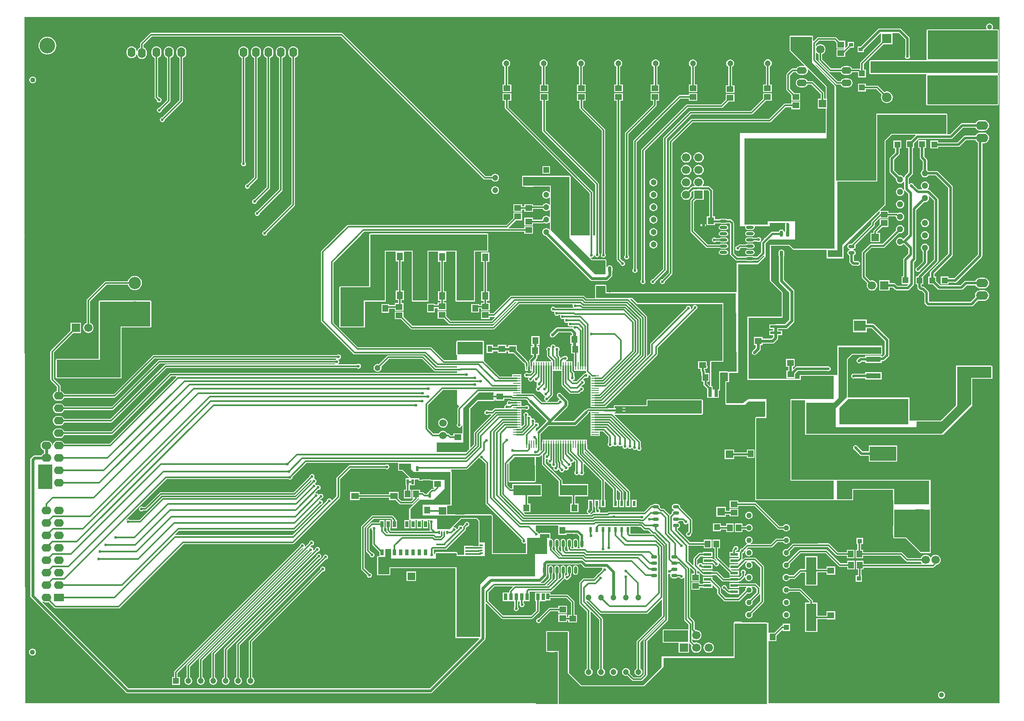
<source format=gtl>
G04*
G04 #@! TF.GenerationSoftware,Altium Limited,Altium Designer,20.0.13 (296)*
G04*
G04 Layer_Physical_Order=1*
G04 Layer_Color=255*
%FSLAX44Y44*%
%MOMM*%
G71*
G01*
G75*
%ADD15C,0.4000*%
%ADD19C,0.5000*%
%ADD29R,1.8000X2.2300*%
%ADD30R,1.3000X1.5500*%
%ADD31R,1.3500X1.1500*%
%ADD32R,1.4000X1.3000*%
%ADD33R,2.3000X4.5500*%
%ADD34R,0.7000X1.4000*%
%ADD35R,0.7000X1.2000*%
%ADD36R,1.0000X1.4000*%
%ADD37R,1.5000X1.9000*%
%ADD38R,1.2000X3.2000*%
%ADD39R,1.2000X1.2000*%
%ADD40R,0.8000X1.4000*%
%ADD41R,0.5800X1.1200*%
%ADD42R,1.1500X1.3500*%
%ADD43R,1.5500X0.6000*%
%ADD44R,1.2000X1.2000*%
%ADD45O,1.2700X0.7600*%
%ADD46R,0.2500X0.6500*%
%ADD47R,0.3500X0.6500*%
%ADD48R,8.3800X10.6600*%
%ADD49R,3.0000X1.1000*%
%ADD50O,0.7600X1.2700*%
%ADD51R,1.5000X1.6000*%
%ADD52R,2.2000X0.6000*%
%ADD53R,2.2000X3.5000*%
%ADD54R,0.9500X0.9000*%
%ADD55O,1.5500X0.6000*%
%ADD56R,1.3000X1.4000*%
%ADD57R,1.5500X1.3000*%
%ADD58R,0.7600X2.0000*%
%ADD59R,7.1000X5.8500*%
%ADD60R,1.6000X1.5000*%
%ADD61R,2.1000X5.6000*%
%ADD62R,3.2000X1.6000*%
%ADD63O,0.6000X1.5500*%
%ADD64R,0.5500X1.0000*%
%ADD65R,0.6250X0.8300*%
%ADD66R,0.6500X0.2500*%
%ADD67R,0.6500X0.3500*%
%ADD68O,2.1000X1.4000*%
%ADD69R,0.6350X1.2700*%
%ADD70R,1.4500X0.3556*%
%ADD71R,1.8000X0.6000*%
%ADD72R,0.9000X0.8000*%
%ADD73R,5.6000X2.1000*%
%ADD74R,0.9000X1.3000*%
%ADD75R,0.2300X1.5200*%
%ADD77R,1.5200X0.2300*%
%ADD78R,5.4000X2.9000*%
%ADD79R,2.4500X2.1500*%
%ADD80R,2.2300X1.8000*%
%ADD146R,1.7000X1.7000*%
%ADD147C,1.7000*%
%ADD154C,1.5000*%
%ADD158C,1.3000*%
%ADD162C,1.0160*%
%ADD163C,0.3000*%
%ADD164C,0.6000*%
%ADD165C,0.8000*%
%ADD166C,1.2000*%
G04:AMPARAMS|DCode=167|XSize=2.1mm|YSize=1.5mm|CornerRadius=0.375mm|HoleSize=0mm|Usage=FLASHONLY|Rotation=270.000|XOffset=0mm|YOffset=0mm|HoleType=Round|Shape=RoundedRectangle|*
%AMROUNDEDRECTD167*
21,1,2.1000,0.7500,0,0,270.0*
21,1,1.3500,1.5000,0,0,270.0*
1,1,0.7500,-0.3750,-0.6750*
1,1,0.7500,-0.3750,0.6750*
1,1,0.7500,0.3750,0.6750*
1,1,0.7500,0.3750,-0.6750*
%
%ADD167ROUNDEDRECTD167*%
G04:AMPARAMS|DCode=168|XSize=2.1mm|YSize=1.5mm|CornerRadius=0.375mm|HoleSize=0mm|Usage=FLASHONLY|Rotation=0.000|XOffset=0mm|YOffset=0mm|HoleType=Round|Shape=RoundedRectangle|*
%AMROUNDEDRECTD168*
21,1,2.1000,0.7500,0,0,0.0*
21,1,1.3500,1.5000,0,0,0.0*
1,1,0.7500,0.6750,-0.3750*
1,1,0.7500,-0.6750,-0.3750*
1,1,0.7500,-0.6750,0.3750*
1,1,0.7500,0.6750,0.3750*
%
%ADD168ROUNDEDRECTD168*%
%ADD169R,1.7000X1.7000*%
%ADD170O,2.5000X1.7500*%
%ADD171O,2.0000X1.6000*%
%ADD172R,2.0000X1.6000*%
%ADD173C,7.4000*%
%ADD174C,3.0000*%
%ADD175R,1.5000X1.5000*%
%ADD176C,1.9800*%
%ADD177C,1.9350*%
%ADD178R,1.9800X1.9800*%
%ADD179C,1.5240*%
%ADD180C,2.5000*%
%ADD181C,1.7780*%
%ADD182O,1.6000X2.0000*%
%ADD183R,1.6000X2.0000*%
%ADD184C,1.1000*%
%ADD185R,1.1000X1.1000*%
%ADD186C,3.2000*%
%ADD187C,0.6000*%
G36*
X1643000Y1410000D02*
X1998000D01*
Y671000D01*
Y8000D01*
X1527000D01*
X1526000Y9000D01*
Y134091D01*
X1526750Y135050D01*
X1527270Y135050D01*
X1542250D01*
Y146503D01*
X1553677Y157930D01*
X1554850Y157444D01*
Y156000D01*
X1569850D01*
Y171000D01*
X1554850D01*
Y167069D01*
X1554200D01*
X1552834Y166797D01*
X1551677Y166023D01*
X1538203Y152550D01*
X1527270D01*
X1526750Y152550D01*
X1526000Y153509D01*
Y173000D01*
X1523197D01*
X1523000Y173039D01*
X1471000Y173039D01*
Y175000D01*
X1457000D01*
X1456000Y174000D01*
Y173000D01*
X1454750D01*
Y155000D01*
X1454961D01*
X1454961Y104000D01*
X1308000D01*
Y81884D01*
X1271155Y45039D01*
X1143845Y45039D01*
X1119000Y69884D01*
Y155000D01*
X1117737D01*
X1117442Y155442D01*
X1116780Y155884D01*
X1116000Y156039D01*
X1074000D01*
X1073220Y155884D01*
X1072558Y155442D01*
X1072263Y155000D01*
X1072000D01*
Y154197D01*
X1071961Y154000D01*
Y115000D01*
X1072000Y114803D01*
Y114000D01*
X1072263D01*
X1072558Y113558D01*
X1073220Y113116D01*
X1074000Y112961D01*
X1077000D01*
Y112700D01*
X1089000D01*
Y112961D01*
X1095961D01*
Y7000D01*
X1094691Y7000D01*
X1051000Y7000D01*
Y8000D01*
X9000D01*
X7002Y963101D01*
X7899Y964000D01*
X7000D01*
X7000Y1410000D01*
X893000D01*
X1643000Y1410000D01*
X1643000Y1410000D01*
D02*
G37*
G36*
X1523000Y171000D02*
X1523000Y137000D01*
Y7000D01*
X1098000D01*
Y115000D01*
X1074000D01*
Y154000D01*
X1116000D01*
Y70000D01*
X1143000Y43000D01*
X1272000Y43000D01*
X1312000Y83000D01*
X1312000Y101000D01*
X1457000Y101000D01*
X1457000Y171000D01*
X1523000Y171000D01*
D02*
G37*
%LPC*%
G36*
X54000Y1370087D02*
X50471Y1369740D01*
X47078Y1368710D01*
X43951Y1367039D01*
X41210Y1364789D01*
X38961Y1362049D01*
X37290Y1358922D01*
X36260Y1355529D01*
X35913Y1352000D01*
X36260Y1348471D01*
X37290Y1345078D01*
X38961Y1341951D01*
X41210Y1339211D01*
X43951Y1336961D01*
X47078Y1335290D01*
X50471Y1334261D01*
X54000Y1333913D01*
X57529Y1334261D01*
X60922Y1335290D01*
X64049Y1336961D01*
X66789Y1339211D01*
X69039Y1341951D01*
X70710Y1345078D01*
X71740Y1348471D01*
X72087Y1352000D01*
X71740Y1355529D01*
X70710Y1358922D01*
X69039Y1362049D01*
X66789Y1364789D01*
X64049Y1367039D01*
X60922Y1368710D01*
X57529Y1369740D01*
X54000Y1370087D01*
D02*
G37*
G36*
X1794000Y1386838D02*
X1752878D01*
X1751122Y1386489D01*
X1749634Y1385494D01*
X1714229Y1350090D01*
X1707718D01*
Y1338090D01*
X1720718D01*
Y1343601D01*
X1754548Y1377431D01*
X1755818Y1377105D01*
Y1359587D01*
X1714395Y1318163D01*
X1713621Y1317006D01*
X1713349Y1315640D01*
Y1305085D01*
X1712079Y1304406D01*
X1712034Y1304437D01*
X1710668Y1304709D01*
X1696981D01*
X1696579Y1305679D01*
X1695137Y1307559D01*
X1693257Y1309001D01*
X1691068Y1309908D01*
X1688718Y1310218D01*
X1681718D01*
X1679368Y1309908D01*
X1677179Y1309001D01*
X1675299Y1307559D01*
X1673857Y1305679D01*
X1673604Y1305069D01*
X1653728D01*
X1635287Y1323510D01*
Y1334553D01*
X1637013Y1335268D01*
X1639207Y1336951D01*
X1640890Y1339145D01*
X1641948Y1341699D01*
X1642309Y1344440D01*
X1641948Y1347181D01*
X1640890Y1349735D01*
X1639207Y1351929D01*
X1637013Y1353612D01*
X1634459Y1354670D01*
X1631718Y1355031D01*
X1628977Y1354670D01*
X1626423Y1353612D01*
X1624229Y1351929D01*
X1623771Y1351332D01*
X1622569Y1351740D01*
Y1355522D01*
X1629228Y1362181D01*
X1660522D01*
X1665000Y1357703D01*
Y1346250D01*
X1680086D01*
X1680560Y1345141D01*
X1679825Y1344250D01*
X1665000D01*
Y1328750D01*
X1682500D01*
Y1336825D01*
X1693265Y1347590D01*
X1700718D01*
Y1359590D01*
X1687718D01*
Y1352137D01*
X1683673Y1348092D01*
X1682500Y1348578D01*
Y1361750D01*
X1671047D01*
X1664523Y1368273D01*
X1663366Y1369047D01*
X1662000Y1369319D01*
X1627750D01*
X1626384Y1369047D01*
X1625227Y1368273D01*
X1618212Y1361259D01*
X1617039Y1361745D01*
Y1370000D01*
X1616884Y1370780D01*
X1616442Y1371442D01*
X1615780Y1371884D01*
X1615000Y1372039D01*
X1571000Y1372039D01*
X1570220Y1371884D01*
X1569558Y1371442D01*
X1569116Y1370780D01*
X1568961Y1370000D01*
Y1343000D01*
X1569116Y1342220D01*
X1569558Y1341558D01*
X1599906Y1311211D01*
X1599312Y1310008D01*
X1597718Y1310218D01*
X1590718D01*
X1588369Y1309908D01*
X1586179Y1309001D01*
X1584299Y1307559D01*
X1582856Y1305679D01*
X1582604Y1305069D01*
X1575250D01*
X1573884Y1304797D01*
X1572727Y1304023D01*
X1563727Y1295023D01*
X1562953Y1293866D01*
X1562681Y1292500D01*
Y1262658D01*
X1562953Y1261292D01*
X1563727Y1260135D01*
X1572968Y1250893D01*
Y1239440D01*
X1590468D01*
Y1254940D01*
X1579007D01*
X1578991Y1254963D01*
X1569819Y1264136D01*
Y1291022D01*
X1576728Y1297931D01*
X1582305D01*
X1582856Y1296601D01*
X1584299Y1294721D01*
X1586179Y1293279D01*
X1588369Y1292372D01*
X1590718Y1292062D01*
X1597718D01*
X1600067Y1292372D01*
X1602257Y1293279D01*
X1604137Y1294721D01*
X1605580Y1296601D01*
X1606486Y1298790D01*
X1606796Y1301140D01*
X1606586Y1302734D01*
X1607789Y1303327D01*
X1642961Y1268155D01*
Y1243250D01*
X1639819D01*
Y1254500D01*
X1639547Y1255866D01*
X1638773Y1257023D01*
X1617533Y1278263D01*
X1616376Y1279037D01*
X1615010Y1279309D01*
X1605981D01*
X1605580Y1280279D01*
X1604137Y1282159D01*
X1602257Y1283602D01*
X1600067Y1284508D01*
X1597718Y1284818D01*
X1590718D01*
X1588369Y1284508D01*
X1586179Y1283602D01*
X1584299Y1282159D01*
X1582856Y1280279D01*
X1581950Y1278090D01*
X1581640Y1275740D01*
X1581950Y1273391D01*
X1582856Y1271201D01*
X1584299Y1269321D01*
X1586179Y1267879D01*
X1588369Y1266972D01*
X1590718Y1266662D01*
X1597718D01*
X1600067Y1266972D01*
X1602257Y1267879D01*
X1604137Y1269321D01*
X1605580Y1271201D01*
X1605981Y1272171D01*
X1613532D01*
X1632681Y1253022D01*
Y1243250D01*
X1626750D01*
Y1223250D01*
X1642961D01*
Y1173000D01*
X1468000Y1173000D01*
X1468000Y983000D01*
X1477763D01*
X1478617Y981730D01*
X1478352Y980400D01*
X1478740Y978449D01*
X1479845Y976795D01*
X1481499Y975690D01*
X1483450Y975302D01*
X1492950D01*
X1494901Y975690D01*
X1496555Y976795D01*
X1497660Y978449D01*
X1498048Y980400D01*
X1497783Y981730D01*
X1498637Y983000D01*
X1529000D01*
Y990000D01*
X1560036D01*
X1560635Y988880D01*
X1560465Y988626D01*
X1560077Y986675D01*
Y973222D01*
X1559637Y972563D01*
X1559397Y971361D01*
X1558103D01*
X1557863Y972563D01*
X1556582Y974482D01*
X1554663Y975763D01*
X1552400Y976214D01*
X1550137Y975763D01*
X1548218Y974482D01*
X1546936Y972563D01*
X1546790Y971828D01*
X1533750D01*
X1533750Y971828D01*
X1532189Y971518D01*
X1530866Y970634D01*
X1530866Y970634D01*
X1518232Y958000D01*
X1517000D01*
Y956768D01*
X1512341Y952109D01*
X1511457Y950786D01*
X1511147Y949225D01*
X1511147Y949225D01*
Y929714D01*
X1502411Y920978D01*
X1495846D01*
X1494901Y921610D01*
X1492950Y921998D01*
X1483450D01*
X1481499Y921610D01*
X1480554Y920978D01*
X1462789D01*
X1455578Y928189D01*
Y964000D01*
Y983000D01*
D01*
Y989250D01*
X1455578Y989250D01*
X1455268Y990811D01*
X1454384Y992134D01*
X1454384Y992134D01*
X1450534Y995984D01*
X1449211Y996868D01*
X1447650Y997178D01*
X1447650Y997178D01*
X1441846D01*
X1440901Y997810D01*
X1438950Y998198D01*
X1429450D01*
X1427499Y997810D01*
X1426554Y997178D01*
X1417250D01*
Y1003000D01*
X1412828D01*
Y1055250D01*
X1412828Y1055250D01*
X1412518Y1056811D01*
X1411634Y1058134D01*
X1411634Y1058134D01*
X1406134Y1063634D01*
X1404811Y1064518D01*
X1403250Y1064828D01*
X1403250Y1064828D01*
X1392272D01*
X1391646Y1066098D01*
X1392572Y1067305D01*
X1393630Y1069859D01*
X1393991Y1072600D01*
X1393630Y1075341D01*
X1392572Y1077895D01*
X1390889Y1080089D01*
X1388695Y1081772D01*
X1386141Y1082830D01*
X1383400Y1083191D01*
X1380659Y1082830D01*
X1378105Y1081772D01*
X1375911Y1080089D01*
X1374228Y1077895D01*
X1373170Y1075341D01*
X1372809Y1072600D01*
X1373170Y1069859D01*
X1374228Y1067305D01*
X1375154Y1066098D01*
X1374528Y1064828D01*
X1371550D01*
X1371550Y1064828D01*
X1369989Y1064518D01*
X1368666Y1063634D01*
X1361958Y1056926D01*
X1360741Y1057430D01*
X1358000Y1057791D01*
X1355259Y1057430D01*
X1352705Y1056372D01*
X1350511Y1054689D01*
X1348828Y1052495D01*
X1347770Y1049941D01*
X1347409Y1047200D01*
X1347770Y1044459D01*
X1348828Y1041905D01*
X1350511Y1039711D01*
X1352705Y1038028D01*
X1355259Y1036970D01*
X1358000Y1036609D01*
X1360741Y1036970D01*
X1363295Y1038028D01*
X1365489Y1039711D01*
X1367172Y1041905D01*
X1368230Y1044459D01*
X1368591Y1047200D01*
X1368230Y1049941D01*
X1367726Y1051158D01*
X1371727Y1055159D01*
X1372900Y1054673D01*
Y1041747D01*
X1367977Y1036823D01*
X1367203Y1035666D01*
X1366931Y1034300D01*
Y983000D01*
Y972300D01*
X1367203Y970934D01*
X1367977Y969777D01*
X1397977Y939777D01*
X1399134Y939003D01*
X1400500Y938731D01*
X1425821D01*
X1425845Y938695D01*
X1427499Y937590D01*
X1429450Y937202D01*
X1438950D01*
X1440901Y937590D01*
X1442555Y938695D01*
X1443660Y940349D01*
X1444048Y942300D01*
X1443660Y944251D01*
X1442555Y945905D01*
X1440901Y947010D01*
X1438950Y947398D01*
X1429450D01*
X1427499Y947010D01*
X1425845Y945905D01*
X1425821Y945869D01*
X1401978D01*
X1383847Y964000D01*
X1374069Y973778D01*
Y983000D01*
Y1032822D01*
X1377947Y1036700D01*
X1393900D01*
Y1056672D01*
X1401561D01*
X1404672Y1053561D01*
Y1003000D01*
X1400250D01*
Y985000D01*
X1417250D01*
Y989022D01*
X1426554D01*
X1427499Y988390D01*
X1429450Y988002D01*
X1438950D01*
X1440901Y988390D01*
X1441846Y989022D01*
X1445961D01*
X1447422Y987561D01*
Y964000D01*
Y926500D01*
X1447422Y926500D01*
X1447732Y924939D01*
X1448616Y923616D01*
X1458216Y914016D01*
X1458216Y914016D01*
X1459539Y913132D01*
X1461100Y912822D01*
X1461100Y912822D01*
X1480554D01*
X1481499Y912190D01*
X1483450Y911802D01*
X1492950D01*
X1494901Y912190D01*
X1495846Y912822D01*
X1504100D01*
X1504100Y912822D01*
X1505661Y913132D01*
X1506984Y914016D01*
X1515827Y922859D01*
X1517000Y922373D01*
Y921000D01*
X1504000Y908000D01*
X1461000D01*
Y848600D01*
X1460719Y848309D01*
X1459844Y847913D01*
X1459758Y847894D01*
X1459730Y847899D01*
X1459379Y847964D01*
X1459000Y848039D01*
X1204507D01*
X1204310Y848000D01*
X1204110D01*
X1203924Y847923D01*
X1203727Y847884D01*
X1203560Y847772D01*
X1203374Y847695D01*
X1203317Y847657D01*
X1201850Y847365D01*
X1200383Y847657D01*
X1200325Y847695D01*
X1200140Y847772D01*
X1199973Y847884D01*
X1199776Y847923D01*
X1199590Y848000D01*
X1199390D01*
X1199193Y848039D01*
X1195039D01*
Y851077D01*
X1195064Y851200D01*
Y856300D01*
X1195039Y856423D01*
Y861000D01*
X1194884Y861780D01*
X1194442Y862442D01*
X1193780Y862884D01*
X1193000Y863039D01*
X1174000Y863039D01*
X1173220Y862884D01*
X1172558Y862442D01*
X1172116Y861780D01*
X1171961Y861000D01*
Y836000D01*
X1171841Y835854D01*
X1154264D01*
X1150594Y839523D01*
X1149437Y840297D01*
X1148071Y840568D01*
X1001500D01*
X1000134Y840297D01*
X998977Y839523D01*
X964322Y804868D01*
X956900D01*
Y809050D01*
X939400D01*
Y793550D01*
X956900D01*
Y797731D01*
X965800D01*
X966847Y797940D01*
X967556Y796853D01*
X960572Y789869D01*
X877128D01*
X868150Y798847D01*
Y809300D01*
X850650D01*
Y793800D01*
X863103D01*
X873127Y783777D01*
X874284Y783003D01*
X875650Y782731D01*
X962050D01*
X963416Y783003D01*
X964573Y783777D01*
X1009228Y828431D01*
X1010725D01*
X1011211Y827258D01*
X963322Y779369D01*
X799128D01*
X780650Y797847D01*
Y808300D01*
X763150D01*
Y792800D01*
X775603D01*
X795127Y773277D01*
X796284Y772503D01*
X797650Y772232D01*
X964800D01*
X966166Y772503D01*
X967323Y773277D01*
X1017478Y823431D01*
X1126034D01*
X1126732Y822161D01*
X1126402Y820500D01*
X1126790Y818549D01*
X1127742Y817124D01*
X1127341Y815854D01*
X1101347D01*
X1101058Y816047D01*
X1099692Y816319D01*
X1094308D01*
X1092942Y816047D01*
X1092654Y815854D01*
X1090940D01*
X1090105Y817105D01*
X1088451Y818210D01*
X1086500Y818598D01*
X1084549Y818210D01*
X1082895Y817105D01*
X1081790Y815451D01*
X1081402Y813500D01*
X1081790Y811549D01*
X1082895Y809895D01*
X1084549Y808790D01*
X1086500Y808402D01*
X1088083Y808717D01*
X1088693D01*
X1089372Y807447D01*
X1089040Y806951D01*
X1088652Y805000D01*
X1089040Y803049D01*
X1090145Y801395D01*
X1091799Y800290D01*
X1093750Y799902D01*
X1095701Y800290D01*
X1097355Y801395D01*
X1097379Y801431D01*
X1100114D01*
X1100815Y800389D01*
X1100782Y800161D01*
X1100402Y798250D01*
X1100790Y796299D01*
X1101895Y794645D01*
X1103549Y793540D01*
X1105500Y793152D01*
X1107451Y793540D01*
X1108426Y794191D01*
X1109341Y793276D01*
X1108790Y792451D01*
X1108402Y790500D01*
X1108790Y788549D01*
X1109895Y786895D01*
X1111549Y785790D01*
X1113500Y785402D01*
X1115451Y785790D01*
X1115974Y786140D01*
X1116890Y785224D01*
X1116540Y784701D01*
X1116152Y782750D01*
X1116540Y780799D01*
X1117645Y779145D01*
X1119299Y778040D01*
X1121250Y777652D01*
X1123201Y778040D01*
X1124392Y778836D01*
X1125324Y778663D01*
X1126145Y777474D01*
X1126068Y777083D01*
X1125793Y776242D01*
X1124688Y776161D01*
X1123750Y776348D01*
X1095250D01*
X1093299Y775960D01*
X1091645Y774855D01*
X1081145Y764355D01*
X1080040Y762701D01*
X1079652Y760750D01*
X1080040Y758799D01*
X1081145Y757145D01*
X1082799Y756040D01*
X1084750Y755652D01*
X1086701Y756040D01*
X1088355Y757145D01*
X1097362Y766152D01*
X1121638D01*
X1124652Y763138D01*
Y760500D01*
X1121250D01*
Y742500D01*
X1124652D01*
Y740520D01*
X1122688D01*
Y722520D01*
X1128631D01*
Y697200D01*
X1128903Y695834D01*
X1129050Y695614D01*
Y687600D01*
X1153681D01*
Y686400D01*
X1153953Y685034D01*
X1154671Y683960D01*
X1154589Y683668D01*
X1154011Y682796D01*
X1153750Y682848D01*
X1151799Y682460D01*
X1150145Y681355D01*
X1150025Y681174D01*
X1149384Y681047D01*
X1148227Y680273D01*
X1133772Y665819D01*
X1126978D01*
X1126114Y666683D01*
X1126576Y668017D01*
X1127951Y668290D01*
X1129605Y669395D01*
X1130710Y671049D01*
X1131098Y673000D01*
X1130710Y674951D01*
X1129605Y676605D01*
X1129569Y676629D01*
Y682250D01*
X1129297Y683616D01*
X1128523Y684773D01*
X1125769Y687528D01*
Y697200D01*
X1125497Y698566D01*
X1125350Y698785D01*
Y706800D01*
X1112219D01*
X1112094Y708070D01*
X1113201Y708290D01*
X1114855Y709395D01*
X1115960Y711049D01*
X1116348Y713000D01*
X1115960Y714951D01*
X1114855Y716605D01*
X1113201Y717710D01*
X1111250Y718098D01*
X1109299Y717710D01*
X1107645Y716605D01*
X1107621Y716569D01*
X1106750D01*
X1105384Y716297D01*
X1104227Y715523D01*
X1101942Y713239D01*
X1100769Y713725D01*
Y715500D01*
X1100497Y716866D01*
X1099723Y718023D01*
X1098069Y719678D01*
Y727871D01*
X1098105Y727895D01*
X1099210Y729549D01*
X1099598Y731500D01*
X1099210Y733451D01*
X1098105Y735105D01*
X1096451Y736210D01*
X1094500Y736598D01*
X1092549Y736210D01*
X1092534Y736200D01*
X1091228Y736854D01*
X1090960Y738201D01*
X1089855Y739855D01*
X1088201Y740960D01*
X1086250Y741348D01*
X1084299Y740960D01*
X1082645Y739855D01*
X1081540Y738201D01*
X1081214Y736560D01*
X1080362Y736018D01*
X1079929Y735891D01*
X1079451Y736210D01*
X1077500Y736598D01*
X1075549Y736210D01*
X1073895Y735105D01*
X1072790Y733451D01*
X1072402Y731500D01*
X1072790Y729549D01*
X1073895Y727895D01*
X1073931Y727871D01*
Y718250D01*
X1074203Y716884D01*
X1074977Y715727D01*
X1082633Y708070D01*
X1082107Y706800D01*
X1051000D01*
Y710261D01*
X1052994Y712256D01*
X1053989Y713744D01*
X1054338Y715500D01*
Y719750D01*
X1057900D01*
Y737750D01*
X1054588D01*
Y740250D01*
X1058500D01*
Y758250D01*
X1041500D01*
Y740250D01*
X1045412D01*
Y737750D01*
X1040900D01*
Y719750D01*
X1045162D01*
Y717401D01*
X1038956Y711194D01*
X1037961Y709706D01*
X1037612Y707950D01*
X1037961Y706194D01*
X1038632Y705191D01*
Y697200D01*
X1038903Y695834D01*
X1039050Y695614D01*
Y687600D01*
X1043394D01*
X1043533Y686330D01*
X1040316Y683113D01*
X1039618Y682069D01*
X1036129D01*
X1036105Y682105D01*
X1034451Y683210D01*
X1032500Y683598D01*
X1030549Y683210D01*
X1028895Y682105D01*
X1027790Y680451D01*
X1027402Y678500D01*
X1027790Y676549D01*
X1028895Y674895D01*
X1030549Y673790D01*
X1032500Y673402D01*
X1034451Y673790D01*
X1035426Y674441D01*
X1036341Y673526D01*
X1035790Y672701D01*
X1035402Y670750D01*
X1035790Y668799D01*
X1036895Y667145D01*
X1038549Y666040D01*
X1040500Y665652D01*
X1042451Y666040D01*
X1044105Y667145D01*
X1045210Y668799D01*
X1045452Y670017D01*
X1046652Y670000D01*
X1047040Y668049D01*
X1048145Y666395D01*
X1049799Y665290D01*
X1051750Y664902D01*
X1052018Y664955D01*
X1053000Y664150D01*
Y662765D01*
X1052790Y662451D01*
X1052402Y660500D01*
X1052790Y658549D01*
X1053000Y658235D01*
Y654009D01*
X1052395Y653605D01*
X1051290Y651951D01*
X1050902Y650000D01*
X1051290Y648049D01*
X1052395Y646395D01*
X1054049Y645290D01*
X1056000Y644902D01*
X1057951Y645290D01*
X1059005Y645995D01*
X1066438Y638562D01*
X1066540Y638049D01*
X1067645Y636395D01*
X1069299Y635290D01*
X1069748Y635201D01*
X1069968Y634831D01*
X1069862Y633750D01*
X1069645Y633605D01*
X1068540Y631951D01*
X1068152Y630000D01*
X1068540Y628049D01*
X1069645Y626395D01*
X1071299Y625290D01*
X1072312Y625089D01*
X1072187Y623819D01*
X1063478D01*
X1047573Y639723D01*
X1046416Y640497D01*
X1045050Y640769D01*
X1021800D01*
Y649050D01*
Y659050D01*
Y669050D01*
Y680350D01*
X1002600D01*
Y675769D01*
X977778D01*
X945523Y708023D01*
X945000Y708373D01*
Y720803D01*
X945039Y721000D01*
Y747000D01*
X945000Y747197D01*
Y748000D01*
X944737D01*
X944442Y748442D01*
X943780Y748884D01*
X943000Y749039D01*
X891000D01*
X890220Y748884D01*
X889558Y748442D01*
X889116Y747780D01*
X888961Y747000D01*
Y721000D01*
X889116Y720220D01*
X889558Y719558D01*
X890000Y719263D01*
Y709069D01*
X864228D01*
X838773Y734523D01*
X837616Y735297D01*
X836250Y735569D01*
X688228D01*
X637819Y785978D01*
Y908522D01*
X694470Y965173D01*
X700728Y971431D01*
X1027750D01*
Y967250D01*
X1045250D01*
Y982750D01*
X1027750D01*
Y978569D01*
X995652D01*
X995135Y979839D01*
X1010297Y995000D01*
X1022750D01*
Y1010500D01*
X1005250D01*
Y1000047D01*
X990768Y985565D01*
X668000D01*
X666634Y985293D01*
X665477Y984520D01*
X644957Y964000D01*
X643298D01*
X643784Y962827D01*
X613477Y932520D01*
X612703Y931362D01*
X612431Y929996D01*
Y789750D01*
X612703Y788384D01*
X613477Y787227D01*
X678477Y722227D01*
X679634Y721453D01*
X681000Y721181D01*
X824772D01*
X847977Y697977D01*
X849134Y697203D01*
X850500Y696931D01*
X890000D01*
Y693819D01*
X846728D01*
X822773Y717773D01*
X821616Y718547D01*
X820250Y718819D01*
X749750D01*
X748384Y718547D01*
X747227Y717773D01*
X730554Y701101D01*
X730088Y701294D01*
X728000Y701569D01*
X725912Y701294D01*
X723966Y700488D01*
X722294Y699206D01*
X721012Y697534D01*
X720206Y695588D01*
X719931Y693500D01*
X720206Y691412D01*
X721012Y689465D01*
X722294Y687794D01*
X723966Y686512D01*
X725912Y685706D01*
X728000Y685431D01*
X730088Y685706D01*
X732035Y686512D01*
X732607Y686951D01*
X732616Y686953D01*
X733773Y687727D01*
X734547Y688884D01*
X734549Y688893D01*
X734988Y689465D01*
X735794Y691412D01*
X736069Y693500D01*
X735794Y695588D01*
X735601Y696054D01*
X751228Y711681D01*
X818772D01*
X842727Y687727D01*
X843884Y686953D01*
X845250Y686681D01*
X890000D01*
Y683319D01*
X305500D01*
X304134Y683047D01*
X302977Y682273D01*
X184272Y563569D01*
X88492D01*
X87881Y565043D01*
X86278Y567132D01*
X84189Y568735D01*
X81756Y569743D01*
X79146Y570086D01*
X75146D01*
X72536Y569743D01*
X70103Y568735D01*
X68014Y567132D01*
X66411Y565043D01*
X65403Y562611D01*
X65060Y560000D01*
X65403Y557389D01*
X66411Y554957D01*
X68014Y552868D01*
X70103Y551265D01*
X72536Y550257D01*
X75146Y549914D01*
X79146D01*
X81756Y550257D01*
X84189Y551265D01*
X86278Y552868D01*
X87881Y554957D01*
X88492Y556431D01*
X185750D01*
X187116Y556703D01*
X188273Y557477D01*
X306978Y676181D01*
X316853D01*
X317365Y674911D01*
X180622Y538169D01*
X88492D01*
X87881Y539643D01*
X86278Y541732D01*
X84189Y543335D01*
X81756Y544343D01*
X79146Y544686D01*
X75146D01*
X72536Y544343D01*
X70103Y543335D01*
X68014Y541732D01*
X66411Y539643D01*
X65403Y537211D01*
X65213Y535768D01*
X63932D01*
X63743Y537211D01*
X62735Y539643D01*
X61132Y541732D01*
X59043Y543335D01*
X56610Y544343D01*
X54000Y544686D01*
X50000D01*
X47389Y544343D01*
X44957Y543335D01*
X42868Y541732D01*
X41265Y539643D01*
X40257Y537211D01*
X39914Y534600D01*
X40257Y531990D01*
X41265Y529557D01*
X42868Y527468D01*
X44957Y525865D01*
X46902Y525059D01*
Y518741D01*
X44957Y517935D01*
X42868Y516332D01*
X41307Y514298D01*
X27515D01*
X25564Y513910D01*
X23910Y512805D01*
X20395Y509290D01*
X19290Y507636D01*
X18902Y505685D01*
Y227500D01*
X19290Y225549D01*
X20395Y223895D01*
X213895Y30395D01*
X215549Y29290D01*
X217500Y28902D01*
X836250D01*
X838201Y29290D01*
X839855Y30395D01*
X946605Y137145D01*
X947710Y138799D01*
X948098Y140750D01*
Y141098D01*
X949000Y142000D01*
Y211294D01*
X950173Y211780D01*
X980477Y181477D01*
X981634Y180703D01*
X983000Y180431D01*
X1043000D01*
X1044366Y180703D01*
X1045523Y181477D01*
X1055827Y191780D01*
X1057523Y193477D01*
X1058297Y194634D01*
X1058568Y196000D01*
Y215802D01*
X1059467Y216700D01*
X1060500Y216700D01*
X1061770Y216700D01*
X1071500D01*
Y218700D01*
X1081000D01*
Y223131D01*
X1113322D01*
X1122681Y213772D01*
Y189000D01*
X1117500D01*
Y184819D01*
X1114500D01*
Y190000D01*
X1097000D01*
Y174500D01*
X1114500D01*
Y177681D01*
X1117500D01*
Y173500D01*
X1135000D01*
Y189000D01*
X1129819D01*
Y215250D01*
X1129547Y216616D01*
X1128773Y217773D01*
X1117323Y229223D01*
X1116166Y229997D01*
X1114800Y230269D01*
X1081000D01*
Y234700D01*
X1061770D01*
X1060500Y234700D01*
X1059230Y234700D01*
X1049500D01*
Y216700D01*
X1051431D01*
Y197478D01*
X1041522Y187569D01*
X984478D01*
X954319Y217728D01*
Y234522D01*
X966728Y246931D01*
X1003475D01*
X1003961Y245758D01*
X997977Y239773D01*
X997203Y238616D01*
X996931Y237250D01*
Y235598D01*
X996033Y234700D01*
X994500Y234700D01*
X993230Y234700D01*
X983500D01*
Y216700D01*
X993230D01*
X994500Y216700D01*
X995770Y216700D01*
X1004230D01*
X1005500Y216700D01*
X1006533Y216700D01*
X1007431Y215802D01*
Y205129D01*
X1007395Y205105D01*
X1006290Y203451D01*
X1005902Y201500D01*
X1006290Y199549D01*
X1007395Y197895D01*
X1009049Y196790D01*
X1011000Y196402D01*
X1012951Y196790D01*
X1014605Y197895D01*
X1015710Y199549D01*
X1016098Y201500D01*
X1015710Y203451D01*
X1014605Y205105D01*
X1014569Y205129D01*
Y215802D01*
X1015467Y216700D01*
X1016500Y216700D01*
X1017533Y216700D01*
X1018431Y215802D01*
Y212286D01*
X1018040Y211701D01*
X1017652Y209750D01*
X1018040Y207799D01*
X1019145Y206145D01*
X1020799Y205040D01*
X1022750Y204652D01*
X1024701Y205040D01*
X1026355Y206145D01*
X1027460Y207799D01*
X1027848Y209750D01*
X1027460Y211701D01*
X1026355Y213355D01*
X1025569Y213880D01*
Y215802D01*
X1026467Y216700D01*
X1027500Y216700D01*
X1028770Y216700D01*
X1038500D01*
Y234700D01*
X1038500D01*
X1037866Y235970D01*
X1038200Y236431D01*
X1082000D01*
X1083366Y236703D01*
X1084523Y237477D01*
X1109117Y262070D01*
X1110542Y262224D01*
X1110895Y261695D01*
X1112549Y260590D01*
X1114500Y260202D01*
X1116451Y260590D01*
X1118105Y261695D01*
X1119210Y263349D01*
X1119238Y263491D01*
X1121973Y266227D01*
X1122747Y267384D01*
X1123019Y268750D01*
Y271871D01*
X1123055Y271895D01*
X1124160Y273549D01*
X1124548Y275500D01*
Y285000D01*
X1124160Y286951D01*
X1123055Y288605D01*
X1121401Y289710D01*
X1119450Y290098D01*
X1117499Y289710D01*
X1115845Y288605D01*
X1114740Y286951D01*
X1114352Y285000D01*
Y275500D01*
X1114740Y273549D01*
X1115845Y271895D01*
X1115160Y270826D01*
X1114611Y270376D01*
X1114500Y270398D01*
X1112549Y270010D01*
X1111589Y269368D01*
X1110319Y270047D01*
Y271871D01*
X1110355Y271895D01*
X1111460Y273549D01*
X1111848Y275500D01*
Y285000D01*
X1111460Y286951D01*
X1110355Y288605D01*
X1108701Y289710D01*
X1106750Y290098D01*
X1104799Y289710D01*
X1103145Y288605D01*
X1102040Y286951D01*
X1101652Y285000D01*
Y275500D01*
X1102040Y273549D01*
X1103145Y271895D01*
X1103181Y271871D01*
Y266228D01*
X1098889Y261935D01*
X1097619Y262461D01*
Y271871D01*
X1097655Y271895D01*
X1098760Y273549D01*
X1099148Y275500D01*
Y285000D01*
X1098760Y286951D01*
X1097655Y288605D01*
X1096001Y289710D01*
X1094050Y290098D01*
X1092099Y289710D01*
X1090445Y288605D01*
X1089340Y286951D01*
X1088952Y285000D01*
Y275500D01*
X1089340Y273549D01*
X1090445Y271895D01*
X1090481Y271871D01*
Y263278D01*
X1076272Y249069D01*
X1074275D01*
X1073789Y250242D01*
X1083873Y260327D01*
X1084647Y261484D01*
X1084919Y262850D01*
Y271871D01*
X1084955Y271895D01*
X1086060Y273549D01*
X1086448Y275500D01*
Y285000D01*
X1086060Y286951D01*
X1084955Y288605D01*
X1083301Y289710D01*
X1081350Y290098D01*
X1079399Y289710D01*
X1077745Y288605D01*
X1076640Y286951D01*
X1076252Y285000D01*
Y275500D01*
X1076640Y273549D01*
X1077745Y271895D01*
X1077781Y271871D01*
Y264328D01*
X1067522Y254069D01*
X1061621D01*
X1061009Y255245D01*
X1061023Y255339D01*
X1062605Y256395D01*
X1072255Y266045D01*
X1073360Y267699D01*
X1073748Y269650D01*
Y280250D01*
Y291288D01*
X1074362Y291902D01*
X1138000D01*
X1139951Y292290D01*
X1140133Y292412D01*
X1143069D01*
X1146717Y288764D01*
X1146759Y288549D01*
X1147864Y286895D01*
X1149518Y285790D01*
X1151469Y285402D01*
X1186976D01*
X1187579Y284132D01*
X1186790Y282951D01*
X1186402Y281000D01*
X1186411Y280957D01*
X1179515Y274061D01*
X1179442Y274047D01*
X1178284Y273273D01*
X1174477Y269466D01*
X1173703Y268308D01*
X1173689Y268235D01*
X1169022Y263569D01*
X1149500D01*
X1148134Y263297D01*
X1146977Y262523D01*
X1140977Y256523D01*
X1140203Y255366D01*
X1139931Y254000D01*
Y212750D01*
X1140203Y211384D01*
X1140977Y210227D01*
X1155381Y195822D01*
Y79231D01*
X1154915Y79038D01*
X1153244Y77756D01*
X1151962Y76084D01*
X1151156Y74138D01*
X1150881Y72050D01*
X1151156Y69962D01*
X1151962Y68015D01*
X1153244Y66344D01*
X1154915Y65062D01*
X1156862Y64256D01*
X1158950Y63981D01*
X1161038Y64256D01*
X1162984Y65062D01*
X1164656Y66344D01*
X1165938Y68015D01*
X1166744Y69962D01*
X1167019Y72050D01*
X1166744Y74138D01*
X1165938Y76084D01*
X1164656Y77756D01*
X1162984Y79038D01*
X1162519Y79231D01*
Y195589D01*
X1163789Y196115D01*
X1180781Y179122D01*
Y79231D01*
X1180315Y79038D01*
X1178644Y77756D01*
X1177362Y76084D01*
X1176556Y74138D01*
X1176281Y72050D01*
X1176556Y69962D01*
X1177362Y68015D01*
X1178644Y66344D01*
X1180315Y65062D01*
X1182262Y64256D01*
X1184350Y63981D01*
X1186438Y64256D01*
X1188384Y65062D01*
X1190056Y66344D01*
X1191338Y68015D01*
X1192144Y69962D01*
X1192419Y72050D01*
X1192144Y74138D01*
X1191338Y76084D01*
X1190056Y77756D01*
X1188384Y79038D01*
X1187919Y79231D01*
Y180600D01*
X1187647Y181966D01*
X1186873Y183123D01*
X1153740Y216257D01*
X1153814Y216706D01*
X1154278Y217025D01*
X1155207Y217341D01*
X1156862Y216656D01*
X1157507Y216571D01*
X1181914Y192164D01*
X1183072Y191391D01*
X1184437Y191119D01*
X1277288D01*
X1278653Y191391D01*
X1279811Y192164D01*
X1307608Y219961D01*
X1308781Y219475D01*
Y187328D01*
X1258027Y136573D01*
X1257253Y135416D01*
X1256981Y134050D01*
Y79231D01*
X1256516Y79038D01*
X1254844Y77756D01*
X1253562Y76084D01*
X1252756Y74138D01*
X1252481Y72050D01*
X1252756Y69962D01*
X1253562Y68015D01*
X1254844Y66344D01*
X1256516Y65062D01*
X1258462Y64256D01*
X1260550Y63981D01*
X1262638Y64256D01*
X1264585Y65062D01*
X1266256Y66344D01*
X1267538Y68015D01*
X1268344Y69962D01*
X1268619Y72050D01*
X1268344Y74138D01*
X1267538Y76084D01*
X1266256Y77756D01*
X1264585Y79038D01*
X1264119Y79231D01*
Y132572D01*
X1311932Y180385D01*
X1313279Y179936D01*
X1313355Y179402D01*
X1272477Y138523D01*
X1271703Y137366D01*
X1271431Y136000D01*
Y67478D01*
X1265022Y61069D01*
X1251178D01*
X1242751Y69496D01*
X1242944Y69962D01*
X1243219Y72050D01*
X1242944Y74138D01*
X1242138Y76084D01*
X1240856Y77756D01*
X1239184Y79038D01*
X1237238Y79844D01*
X1235150Y80119D01*
X1233062Y79844D01*
X1231115Y79038D01*
X1229444Y77756D01*
X1228162Y76084D01*
X1227356Y74138D01*
X1227081Y72050D01*
X1227356Y69962D01*
X1228162Y68015D01*
X1229444Y66344D01*
X1231115Y65062D01*
X1233062Y64256D01*
X1235150Y63981D01*
X1237238Y64256D01*
X1237704Y64449D01*
X1247177Y54977D01*
X1248334Y54203D01*
X1249700Y53931D01*
X1266500D01*
X1267866Y54203D01*
X1269023Y54977D01*
X1277523Y63477D01*
X1278297Y64634D01*
X1278569Y66000D01*
Y134522D01*
X1319873Y175827D01*
X1320647Y176984D01*
X1320918Y178350D01*
Y272389D01*
X1321967Y273040D01*
X1322189Y273039D01*
X1324065Y272666D01*
X1324677Y272787D01*
X1325486Y271713D01*
X1325036Y269450D01*
X1325486Y267187D01*
X1326768Y265268D01*
X1328687Y263986D01*
X1330950Y263536D01*
X1336050D01*
X1338313Y263986D01*
X1340232Y265268D01*
X1340641Y265881D01*
X1343724D01*
X1343790Y265549D01*
X1344895Y263895D01*
X1346549Y262790D01*
X1348500Y262402D01*
X1350451Y262790D01*
X1352105Y263895D01*
X1352536Y264541D01*
X1353806Y264156D01*
Y179125D01*
X1354078Y177759D01*
X1354852Y176602D01*
X1362931Y168522D01*
Y160149D01*
X1362000Y159039D01*
X1312000D01*
X1311220Y158884D01*
X1310558Y158442D01*
X1310116Y157780D01*
X1309961Y157000D01*
Y134000D01*
X1310116Y133220D01*
X1310558Y132558D01*
X1311220Y132116D01*
X1312000Y131961D01*
X1342600D01*
Y111550D01*
X1363600D01*
Y130107D01*
X1364870Y130633D01*
X1368985Y126518D01*
X1368270Y124791D01*
X1367909Y122050D01*
X1368270Y119309D01*
X1369328Y116755D01*
X1371011Y114561D01*
X1373205Y112878D01*
X1375759Y111820D01*
X1378500Y111459D01*
X1381241Y111820D01*
X1383795Y112878D01*
X1385989Y114561D01*
X1387672Y116755D01*
X1388730Y119309D01*
X1389091Y122050D01*
X1388730Y124791D01*
X1387672Y127345D01*
X1385989Y129539D01*
X1383795Y131222D01*
X1381241Y132280D01*
X1378500Y132641D01*
X1375759Y132280D01*
X1374032Y131565D01*
X1370069Y135528D01*
Y139248D01*
X1371339Y139710D01*
X1373205Y138278D01*
X1375759Y137220D01*
X1378500Y136859D01*
X1381241Y137220D01*
X1383795Y138278D01*
X1385989Y139961D01*
X1387672Y142155D01*
X1388730Y144709D01*
X1389091Y147450D01*
X1388730Y150191D01*
X1387672Y152745D01*
X1385989Y154939D01*
X1383795Y156622D01*
X1381241Y157680D01*
X1378500Y158041D01*
X1376949Y157836D01*
X1375069Y159717D01*
Y174500D01*
X1374797Y175866D01*
X1374023Y177023D01*
X1365944Y185103D01*
Y283596D01*
X1365852Y284055D01*
X1367023Y284681D01*
X1373431Y278272D01*
Y273000D01*
X1368250D01*
Y257500D01*
X1385750D01*
Y273000D01*
X1380569D01*
Y278339D01*
X1381839Y278865D01*
X1389377Y271327D01*
X1390534Y270553D01*
X1391900Y270281D01*
X1392250D01*
Y268850D01*
X1411750D01*
Y270281D01*
X1419022D01*
X1431077Y258227D01*
X1432234Y257453D01*
X1433600Y257181D01*
X1446250D01*
Y256150D01*
X1465750D01*
Y257581D01*
X1467650D01*
X1469016Y257853D01*
X1470173Y258627D01*
X1477023Y265477D01*
X1477435Y266093D01*
X1478656Y265633D01*
X1478585Y265100D01*
X1478843Y263142D01*
X1479599Y261318D01*
X1480801Y259751D01*
X1482368Y258549D01*
X1484192Y257793D01*
X1486150Y257535D01*
X1488108Y257793D01*
X1489932Y258549D01*
X1491499Y259751D01*
X1492701Y261318D01*
X1493457Y263142D01*
X1493715Y265100D01*
X1493457Y267058D01*
X1492701Y268882D01*
X1491499Y270449D01*
X1489932Y271651D01*
X1488108Y272407D01*
X1486150Y272665D01*
X1484192Y272407D01*
X1482368Y271651D01*
X1480801Y270449D01*
X1479599Y268882D01*
X1479339Y268254D01*
X1478069Y268507D01*
Y272621D01*
X1478105Y272645D01*
X1479210Y274299D01*
X1479598Y276250D01*
X1479210Y278201D01*
X1478105Y279855D01*
X1476451Y280960D01*
X1474500Y281348D01*
X1472549Y280960D01*
X1470895Y279855D01*
X1469790Y278201D01*
X1469402Y276250D01*
X1469790Y274299D01*
X1470895Y272645D01*
X1470931Y272621D01*
Y269478D01*
X1467020Y265567D01*
X1465750Y266093D01*
Y266150D01*
X1446250D01*
Y264319D01*
X1435078D01*
X1423023Y276373D01*
X1421866Y277147D01*
X1420500Y277419D01*
X1411750D01*
Y278850D01*
X1392250D01*
X1392250Y278850D01*
Y278850D01*
X1391281Y279515D01*
X1388840Y281957D01*
X1389465Y283128D01*
X1390200Y282981D01*
X1392250D01*
Y281550D01*
X1411750D01*
Y291550D01*
X1392250D01*
X1391298Y292318D01*
X1390605Y293355D01*
X1388951Y294460D01*
X1387000Y294848D01*
X1385049Y294460D01*
X1383395Y293355D01*
X1382290Y291701D01*
X1382240Y291450D01*
X1380842Y290928D01*
X1380319Y291334D01*
Y301522D01*
X1387178Y308381D01*
X1392250D01*
Y306950D01*
X1411750D01*
Y316950D01*
X1392250D01*
Y315519D01*
X1385700D01*
X1384334Y315247D01*
X1383177Y314473D01*
X1374227Y305523D01*
X1373453Y304366D01*
X1373181Y303000D01*
Y290411D01*
X1371911Y289885D01*
X1362319Y299478D01*
Y329638D01*
X1362986Y330149D01*
X1363486Y330412D01*
X1363549Y330420D01*
X1364750Y330181D01*
X1394250D01*
Y325000D01*
X1409750D01*
Y342500D01*
X1394250D01*
Y337319D01*
X1366228D01*
X1340569Y362978D01*
Y365739D01*
X1341813Y365987D01*
X1343732Y367268D01*
X1345013Y369187D01*
X1345464Y371450D01*
X1345013Y373713D01*
X1343732Y375632D01*
X1341813Y376913D01*
X1340611Y377153D01*
Y378447D01*
X1341813Y378686D01*
X1343732Y379968D01*
X1344141Y380581D01*
X1350372D01*
X1352160Y378793D01*
X1352152Y378750D01*
X1352540Y376799D01*
X1353645Y375145D01*
X1355299Y374040D01*
X1357250Y373652D01*
X1359201Y374040D01*
X1360855Y375145D01*
X1361711Y376427D01*
X1362981Y376042D01*
Y359840D01*
X1362750Y358598D01*
X1360799Y358210D01*
X1359145Y357105D01*
X1358040Y355451D01*
X1357652Y353500D01*
X1358040Y351549D01*
X1359145Y349895D01*
X1360799Y348790D01*
X1362750Y348402D01*
X1364701Y348790D01*
X1366355Y349895D01*
X1367460Y351549D01*
X1367848Y353500D01*
X1367840Y353543D01*
X1369073Y354777D01*
X1369847Y355934D01*
X1370119Y357300D01*
Y382550D01*
X1369847Y383916D01*
X1369073Y385073D01*
X1345320Y408827D01*
X1345464Y409550D01*
X1345013Y411813D01*
X1343732Y413732D01*
X1341813Y415014D01*
X1339550Y415464D01*
X1334450D01*
X1332187Y415014D01*
X1330268Y413732D01*
X1328987Y411813D01*
X1328536Y409550D01*
X1328987Y407287D01*
X1330268Y405368D01*
X1332187Y404086D01*
X1333389Y403848D01*
Y402553D01*
X1332187Y402313D01*
X1330268Y401032D01*
X1328987Y399113D01*
X1328536Y396850D01*
X1328680Y396127D01*
X1325703Y393150D01*
X1324440Y393275D01*
X1324273Y393523D01*
X1313423Y404373D01*
X1312266Y405147D01*
X1310900Y405419D01*
X1307728D01*
X1304320Y408827D01*
X1304464Y409550D01*
X1304014Y411813D01*
X1302732Y413732D01*
X1300813Y415014D01*
X1298550Y415464D01*
X1293450D01*
X1291187Y415014D01*
X1289268Y413732D01*
X1288759Y412969D01*
X1287250D01*
X1285884Y412697D01*
X1284727Y411923D01*
X1272372Y399569D01*
X1200500D01*
X1199134Y399297D01*
X1197977Y398523D01*
X1196897Y397444D01*
X1182484D01*
X1181886Y398564D01*
X1182210Y399049D01*
X1182598Y401000D01*
X1182210Y402951D01*
X1181105Y404605D01*
X1179451Y405710D01*
X1179069Y405786D01*
Y408550D01*
X1180400D01*
Y423750D01*
X1170600D01*
Y408550D01*
X1171931D01*
Y403000D01*
X1172203Y401634D01*
X1172454Y401259D01*
X1172402Y401000D01*
X1172790Y399049D01*
X1173114Y398564D01*
X1172516Y397444D01*
X1168641D01*
X1167275Y397172D01*
X1166117Y396398D01*
X1164288Y394569D01*
X1162870D01*
X1162259Y395745D01*
X1162273Y395839D01*
X1163855Y396895D01*
X1164960Y398549D01*
X1165025Y398877D01*
X1166405Y400257D01*
X1167510Y401911D01*
X1167898Y403862D01*
Y416150D01*
X1167700Y417145D01*
Y423750D01*
X1157900D01*
Y417145D01*
X1157702Y416150D01*
Y405973D01*
X1156645Y404917D01*
X1155540Y403263D01*
X1155152Y401312D01*
Y400500D01*
X1155540Y398549D01*
X1156645Y396895D01*
X1158227Y395839D01*
X1158241Y395745D01*
X1157630Y394569D01*
X1029549D01*
X1027041Y397077D01*
X1027527Y398250D01*
X1040000D01*
Y416250D01*
X1035069D01*
Y431000D01*
X1063000D01*
Y456000D01*
X1003000D01*
Y447069D01*
X999728D01*
X992854Y453943D01*
Y497307D01*
X993788Y498241D01*
X994961Y497755D01*
Y462000D01*
X995116Y461220D01*
X995558Y460558D01*
X996220Y460116D01*
X997000Y459961D01*
X1048586D01*
X1049366Y460116D01*
X1050028Y460558D01*
X1050470Y461220D01*
X1050884Y462220D01*
X1051039Y463000D01*
Y493900D01*
X1050939Y494403D01*
Y511000D01*
X1051000Y511074D01*
Y511560D01*
X1057871D01*
X1059237Y511832D01*
X1060395Y512605D01*
X1062662Y514872D01*
X1063932Y514346D01*
Y497250D01*
X1064203Y495884D01*
X1064977Y494727D01*
X1078297Y481406D01*
X1078530Y481058D01*
X1082337Y477250D01*
X1082686Y477018D01*
X1097931Y461772D01*
Y452500D01*
X1098000Y452155D01*
Y431000D01*
X1124431D01*
Y416250D01*
X1121000D01*
Y398250D01*
X1138000D01*
Y416250D01*
X1131569D01*
Y431000D01*
X1158000D01*
Y456000D01*
X1105069D01*
Y463250D01*
X1104797Y464616D01*
X1104023Y465773D01*
X1087500Y482297D01*
X1087151Y482530D01*
X1083809Y485872D01*
X1083576Y486220D01*
X1071069Y498728D01*
Y506773D01*
X1071995Y507268D01*
X1072339Y507329D01*
X1074166Y506966D01*
X1075254Y507182D01*
X1076017Y506039D01*
X1075290Y504951D01*
X1074902Y503000D01*
X1075290Y501049D01*
X1076395Y499395D01*
X1078049Y498290D01*
X1080000Y497902D01*
X1081324Y498165D01*
X1082362Y497153D01*
X1082102Y495848D01*
X1082490Y493897D01*
X1083595Y492243D01*
X1085249Y491138D01*
X1086403Y490909D01*
X1087206Y490041D01*
X1087211Y489552D01*
X1086902Y488000D01*
X1087290Y486049D01*
X1088395Y484395D01*
X1090049Y483290D01*
X1092000Y482902D01*
X1093951Y483290D01*
X1095605Y484395D01*
X1096600Y485885D01*
X1097898Y486383D01*
X1099214Y485066D01*
X1099206Y485024D01*
X1099594Y483073D01*
X1100699Y481419D01*
X1102353Y480314D01*
X1104304Y479926D01*
X1106255Y480314D01*
X1107909Y481419D01*
X1109014Y483073D01*
X1109198Y483999D01*
X1110609Y484584D01*
X1111049Y484290D01*
X1113000Y483902D01*
X1114951Y484290D01*
X1116605Y485395D01*
X1117710Y487049D01*
X1118098Y489000D01*
X1117935Y489819D01*
X1119000Y490902D01*
X1120951Y491290D01*
X1122605Y492395D01*
X1123710Y494049D01*
X1124098Y496000D01*
X1123710Y497951D01*
X1123255Y498631D01*
X1124019Y499774D01*
X1124105Y499757D01*
X1126056Y500145D01*
X1127710Y501250D01*
X1128651Y502659D01*
X1130043Y503063D01*
X1131181Y501924D01*
Y482879D01*
X1131145Y482855D01*
X1130040Y481201D01*
X1129652Y479250D01*
X1130040Y477299D01*
X1131145Y475645D01*
X1132799Y474540D01*
X1134750Y474152D01*
X1136701Y474540D01*
X1138355Y475645D01*
X1138947Y476531D01*
X1140430Y476465D01*
X1141145Y475395D01*
X1142799Y474290D01*
X1144750Y473902D01*
X1146701Y474290D01*
X1148355Y475395D01*
X1149460Y477049D01*
X1149848Y479000D01*
X1149460Y480951D01*
X1148355Y482605D01*
X1148319Y482629D01*
Y497269D01*
X1149492Y497755D01*
X1184631Y462616D01*
Y423750D01*
X1183300D01*
Y408550D01*
X1193100D01*
Y423750D01*
X1191769D01*
Y460890D01*
X1192942Y461376D01*
X1208931Y445387D01*
Y423750D01*
X1208700D01*
Y408550D01*
X1218500D01*
Y423750D01*
X1216069D01*
Y443661D01*
X1217242Y444147D01*
X1222731Y438658D01*
Y423750D01*
X1221400D01*
Y408550D01*
X1231200D01*
Y423750D01*
X1229869D01*
Y440136D01*
X1229597Y441502D01*
X1228823Y442659D01*
X1150769Y520714D01*
Y522475D01*
X1151942Y522961D01*
X1235931Y438972D01*
Y423750D01*
X1234100D01*
Y408550D01*
X1243900D01*
Y423750D01*
X1243069D01*
Y440500D01*
X1242797Y441866D01*
X1242023Y443023D01*
X1241872Y443124D01*
X1155769Y529228D01*
Y537200D01*
X1155497Y538566D01*
X1155350Y538786D01*
Y546800D01*
X1064050D01*
Y538786D01*
X1063903Y538566D01*
X1063632Y537200D01*
Y525936D01*
X1061807Y524111D01*
X1060637Y524737D01*
X1060769Y525401D01*
Y549871D01*
X1060569Y550877D01*
Y558621D01*
X1060605Y558645D01*
X1076862Y574902D01*
X1130875D01*
X1132826Y575290D01*
X1134480Y576395D01*
X1157542Y599458D01*
X1158647Y601112D01*
X1159035Y603063D01*
X1160087Y603632D01*
X1162600D01*
Y594050D01*
Y584050D01*
Y574050D01*
Y564050D01*
Y554050D01*
X1181800D01*
Y563632D01*
X1188322D01*
X1199431Y552522D01*
Y540629D01*
X1199395Y540605D01*
X1198290Y538951D01*
X1197902Y537000D01*
X1198290Y535049D01*
X1199395Y533395D01*
X1201049Y532290D01*
X1203000Y531902D01*
X1204951Y532290D01*
X1206605Y533395D01*
X1207570Y534840D01*
X1208460Y535018D01*
X1208994Y534995D01*
X1209395Y534395D01*
X1211049Y533290D01*
X1213000Y532902D01*
X1214951Y533290D01*
X1216605Y534395D01*
X1217236Y535340D01*
X1218764D01*
X1219395Y534395D01*
X1221049Y533290D01*
X1223000Y532902D01*
X1224951Y533290D01*
X1226605Y534395D01*
X1227003Y534992D01*
X1228200Y534496D01*
X1227902Y533000D01*
X1228290Y531049D01*
X1229395Y529395D01*
X1231049Y528290D01*
X1233000Y527902D01*
X1234951Y528290D01*
X1236605Y529395D01*
X1237236Y530340D01*
X1238764D01*
X1239395Y529395D01*
X1241049Y528290D01*
X1243000Y527902D01*
X1244951Y528290D01*
X1246605Y529395D01*
X1246853Y529766D01*
X1248201Y529498D01*
X1248290Y529049D01*
X1249395Y527395D01*
X1251049Y526290D01*
X1253000Y525902D01*
X1254951Y526290D01*
X1255872Y526905D01*
X1256980Y527031D01*
X1257466Y526559D01*
X1258243Y525395D01*
X1259897Y524290D01*
X1261848Y523902D01*
X1263799Y524290D01*
X1265453Y525395D01*
X1266558Y527049D01*
X1266946Y529000D01*
X1266558Y530951D01*
X1265453Y532605D01*
X1265416Y532629D01*
Y541436D01*
X1265145Y542802D01*
X1264371Y543960D01*
X1211582Y596749D01*
X1211865Y597569D01*
X1212166Y597961D01*
X1390000Y597961D01*
X1390780Y598116D01*
X1391442Y598558D01*
X1391884Y599220D01*
X1392039Y600000D01*
X1392039Y627000D01*
X1391884Y627780D01*
X1391442Y628442D01*
X1390780Y628884D01*
X1390000Y629039D01*
X1279000Y629039D01*
X1278220Y628884D01*
X1277558Y628442D01*
X1277116Y627780D01*
X1276961Y627000D01*
Y617039D01*
X1212000Y617039D01*
X1211220Y616884D01*
X1210558Y616442D01*
X1210116Y615780D01*
X1209961Y615000D01*
Y610778D01*
X1192000D01*
X1191725Y610724D01*
X1191500Y610769D01*
X1158075D01*
X1156709Y610497D01*
X1155552Y609723D01*
X1153980Y608152D01*
X1153938Y608161D01*
X1151987Y607772D01*
X1150333Y606667D01*
X1128763Y585098D01*
X1088717D01*
X1088231Y586271D01*
X1115355Y613395D01*
X1116460Y615049D01*
X1116848Y617000D01*
Y624750D01*
X1116460Y626701D01*
X1115355Y628355D01*
X1102605Y641105D01*
X1100951Y642210D01*
X1099000Y642598D01*
X1097049Y642210D01*
X1095395Y641105D01*
X1094290Y639451D01*
X1093902Y637500D01*
X1094290Y635549D01*
X1095395Y633895D01*
X1099541Y629749D01*
X1099172Y628534D01*
X1098799Y628460D01*
X1097145Y627355D01*
X1096040Y625701D01*
X1095666Y623819D01*
X1074313D01*
X1074188Y625089D01*
X1075201Y625290D01*
X1076855Y626395D01*
X1077960Y628049D01*
X1078236Y629440D01*
X1084723Y635927D01*
X1085497Y637084D01*
X1085769Y638450D01*
Y687600D01*
X1103631D01*
Y659250D01*
X1103903Y657884D01*
X1104677Y656727D01*
X1119802Y641602D01*
X1120959Y640828D01*
X1122325Y640556D01*
X1137625D01*
X1138991Y640828D01*
X1140148Y641602D01*
X1143540Y644994D01*
X1144000Y644902D01*
X1145951Y645290D01*
X1147605Y646395D01*
X1148710Y648049D01*
X1149098Y650000D01*
X1148710Y651951D01*
X1147605Y653605D01*
X1145951Y654710D01*
X1144368Y655025D01*
X1143801Y656255D01*
X1146207Y658661D01*
X1146250Y658652D01*
X1148201Y659040D01*
X1149855Y660145D01*
X1150960Y661799D01*
X1151348Y663750D01*
X1150960Y665701D01*
X1149855Y667355D01*
X1148262Y668419D01*
X1148102Y668573D01*
X1147821Y669774D01*
X1151372Y673325D01*
X1151799Y673040D01*
X1153750Y672652D01*
X1155701Y673040D01*
X1157355Y674145D01*
X1158460Y675799D01*
X1158848Y677750D01*
X1158796Y678011D01*
X1159967Y678636D01*
X1162600Y676003D01*
Y664050D01*
Y654050D01*
Y644050D01*
Y634050D01*
Y624050D01*
Y614050D01*
X1170614D01*
X1170834Y613903D01*
X1172200Y613631D01*
X1191700D01*
X1193066Y613903D01*
X1194223Y614677D01*
X1298773Y719227D01*
X1299547Y720384D01*
X1299819Y721750D01*
Y734772D01*
X1377184Y812138D01*
X1377951Y812290D01*
X1379605Y813395D01*
X1380710Y815049D01*
X1381098Y817000D01*
X1380710Y818951D01*
X1379605Y820605D01*
X1377951Y821710D01*
X1376000Y822098D01*
X1374049Y821710D01*
X1372395Y820605D01*
X1371290Y818951D01*
X1370902Y817000D01*
X1371077Y816123D01*
X1368817Y813864D01*
X1367647Y814490D01*
X1367848Y815500D01*
X1367460Y817451D01*
X1366355Y819105D01*
X1364701Y820210D01*
X1362750Y820598D01*
X1360799Y820210D01*
X1359145Y819105D01*
X1358040Y817451D01*
X1357732Y815904D01*
X1285602Y743773D01*
X1284828Y742616D01*
X1284556Y741250D01*
Y723603D01*
X1278992Y718039D01*
X1277819Y718525D01*
Y797500D01*
X1277547Y798866D01*
X1276773Y800023D01*
X1244009Y832787D01*
X1244495Y833961D01*
X1247155D01*
X1256558Y824558D01*
X1256558Y824558D01*
X1257220Y824116D01*
X1258000Y823961D01*
X1431961Y823961D01*
Y708039D01*
X1409000D01*
X1408220Y707884D01*
X1407558Y707442D01*
X1407116Y706780D01*
X1406961Y706000D01*
Y657528D01*
X1405691Y657002D01*
X1401078Y661614D01*
Y665200D01*
X1405400D01*
Y682700D01*
X1397478D01*
Y686025D01*
X1397478Y686025D01*
X1397168Y687586D01*
X1396284Y688909D01*
X1396284Y688909D01*
X1395328Y689864D01*
Y691500D01*
X1397557D01*
X1397650Y691481D01*
X1397743Y691500D01*
X1400000D01*
Y692411D01*
X1400173Y692527D01*
X1400573Y692927D01*
X1401347Y694084D01*
X1401619Y695450D01*
X1401347Y696816D01*
X1400573Y697973D01*
X1400000Y698356D01*
Y707000D01*
X1382500D01*
Y691500D01*
X1387172D01*
Y688175D01*
X1387172Y688175D01*
X1387482Y686614D01*
X1388366Y685291D01*
X1389322Y684336D01*
Y678200D01*
X1389322Y678200D01*
X1389632Y676639D01*
X1389900Y676238D01*
Y665200D01*
X1392922D01*
Y659925D01*
X1392922Y659925D01*
X1393232Y658364D01*
X1394116Y657041D01*
X1400600Y650557D01*
Y632325D01*
X1412200D01*
Y632325D01*
X1413300D01*
Y632325D01*
X1424900D01*
Y646961D01*
X1425000D01*
X1425780Y647116D01*
X1426442Y647558D01*
X1426884Y648220D01*
X1427039Y649000D01*
Y682000D01*
Y683282D01*
X1427943Y684174D01*
X1442391Y683982D01*
X1442635Y683803D01*
X1443316Y682755D01*
X1443310Y682700D01*
X1443261Y682450D01*
Y666489D01*
X1440000D01*
X1439220Y666334D01*
X1438558Y665892D01*
X1438116Y665230D01*
X1437961Y664450D01*
Y655000D01*
Y621000D01*
X1438116Y620220D01*
X1438558Y619558D01*
X1439000Y619263D01*
Y618000D01*
X1478000D01*
X1485000Y625000D01*
X1519000D01*
Y594000D01*
X1518039Y593039D01*
X1501094Y593039D01*
X1500314Y592884D01*
X1499652Y592442D01*
X1499210Y591780D01*
X1499055Y591000D01*
X1499055Y425000D01*
X1499210Y424220D01*
X1499652Y423558D01*
X1500313Y423116D01*
X1500896Y423000D01*
X1501094Y422961D01*
X1517000D01*
D01*
X1659000Y422961D01*
X1659197Y423000D01*
X1665803D01*
X1666000Y422961D01*
X1697000D01*
X1697197Y423000D01*
X1698000D01*
Y423263D01*
X1698442Y423558D01*
X1698884Y424220D01*
X1699039Y425000D01*
Y443961D01*
X1779754D01*
X1780500Y443000D01*
Y423000D01*
X1780961D01*
Y415000D01*
X1781000Y414803D01*
Y404197D01*
X1780961Y404000D01*
Y371000D01*
X1780500D01*
Y351000D01*
X1780961D01*
Y347000D01*
X1781000Y346803D01*
Y345000D01*
X1782803D01*
X1783000Y344961D01*
X1806039D01*
X1836000Y315000D01*
X1857000D01*
Y315936D01*
X1857354Y316466D01*
X1857509Y317246D01*
Y325382D01*
X1857591Y326000D01*
X1857509Y326618D01*
Y404000D01*
X1857354Y404780D01*
X1857000Y405310D01*
Y465000D01*
X1854197D01*
X1854000Y465039D01*
X1666000D01*
X1665803Y465000D01*
X1659197D01*
X1659000Y465039D01*
X1573039Y465039D01*
X1573039Y627000D01*
X1601000D01*
Y622197D01*
X1600961Y622000D01*
Y559000D01*
X1601000Y558803D01*
Y557000D01*
X1602803D01*
X1603000Y556961D01*
X1848274D01*
X1849850Y556647D01*
X1857350D01*
X1858926Y556961D01*
X1879000D01*
X1879000Y556961D01*
X1879197Y557000D01*
X1883000D01*
X1943000Y617000D01*
X1942000Y618000D01*
Y619803D01*
X1942039Y620000D01*
Y670961D01*
X1981000D01*
X1981197Y671000D01*
X1983596D01*
X1982888Y672212D01*
X1982894Y672270D01*
X1983039Y673000D01*
Y696000D01*
X1982884Y696780D01*
X1982442Y697442D01*
X1981780Y697884D01*
X1981000Y698039D01*
X1911000D01*
X1910803Y698000D01*
X1909000D01*
Y696197D01*
X1908961Y696000D01*
Y616961D01*
X1878039Y586039D01*
X1828000D01*
X1827803Y586000D01*
X1814000D01*
Y633000D01*
X1688875D01*
X1688039Y634000D01*
X1688039Y711039D01*
X1696961Y719961D01*
X1756000Y719961D01*
X1756197Y720000D01*
X1758000D01*
Y721803D01*
X1758039Y722000D01*
Y736000D01*
X1758000Y736197D01*
Y739000D01*
X1667000D01*
Y736197D01*
X1666961Y736000D01*
Y679000D01*
X1659197D01*
X1659000Y679039D01*
X1592000D01*
X1591803Y679000D01*
X1590000D01*
Y677197D01*
X1589961Y677000D01*
X1589961Y671039D01*
X1553000D01*
Y671250D01*
X1535000D01*
Y671039D01*
X1485039D01*
Y795961D01*
X1496000D01*
Y795750D01*
X1514000D01*
Y795961D01*
X1553000D01*
X1553780Y796116D01*
X1554442Y796558D01*
X1554884Y797220D01*
X1555039Y798000D01*
Y847000D01*
X1555039Y847000D01*
X1554884Y847780D01*
X1554442Y848442D01*
X1531039Y871845D01*
Y942961D01*
X1568155D01*
X1575558Y935558D01*
X1576220Y935116D01*
X1577000Y934961D01*
X1644099D01*
X1644961Y934000D01*
Y921000D01*
X1644961Y921000D01*
X1645000Y920803D01*
Y917000D01*
X1679000D01*
Y919803D01*
X1679039Y920000D01*
Y941039D01*
X1745422Y1007422D01*
X1751980Y1013675D01*
X1753250Y1013131D01*
Y1009456D01*
X1752977Y1009273D01*
X1737052Y993348D01*
X1736278Y992191D01*
X1736006Y990825D01*
Y986903D01*
X1696407Y947303D01*
X1696380Y947264D01*
X1692950D01*
X1690687Y946814D01*
X1688768Y945532D01*
X1687487Y943613D01*
X1687036Y941350D01*
X1687487Y939087D01*
X1688768Y937168D01*
X1690687Y935887D01*
X1691889Y935648D01*
Y934353D01*
X1690687Y934113D01*
X1688768Y932832D01*
X1687487Y930913D01*
X1687036Y928650D01*
X1687487Y926387D01*
X1688768Y924468D01*
X1690687Y923186D01*
X1690912Y923142D01*
Y911250D01*
X1691261Y909494D01*
X1692256Y908006D01*
X1696756Y903506D01*
X1698244Y902511D01*
X1700000Y902162D01*
X1706117D01*
X1706299Y902040D01*
X1708250Y901652D01*
X1710201Y902040D01*
X1711855Y903145D01*
X1712960Y904799D01*
X1713348Y906750D01*
X1712960Y908701D01*
X1711855Y910355D01*
X1710201Y911460D01*
X1708250Y911848D01*
X1706299Y911460D01*
X1706117Y911338D01*
X1701900D01*
X1700088Y913150D01*
Y923142D01*
X1700313Y923186D01*
X1702232Y924468D01*
X1703513Y926387D01*
X1703964Y928650D01*
X1703513Y930913D01*
X1702232Y932832D01*
X1700313Y934113D01*
X1699111Y934353D01*
Y935648D01*
X1700313Y935887D01*
X1702232Y937168D01*
X1703513Y939087D01*
X1703964Y941350D01*
X1703513Y943613D01*
X1703232Y944035D01*
X1742098Y982902D01*
X1742872Y984059D01*
X1743144Y985425D01*
Y989347D01*
X1752222Y998425D01*
X1753250Y999000D01*
Y999000D01*
X1753250Y999000D01*
X1770750D01*
Y1003181D01*
X1785025D01*
X1786189Y1002298D01*
X1786481Y1000079D01*
X1787338Y998011D01*
X1788700Y996236D01*
X1790476Y994873D01*
X1792544Y994017D01*
X1794763Y993725D01*
X1796982Y994017D01*
X1799049Y994873D01*
X1800825Y996236D01*
X1802187Y998011D01*
X1803044Y1000079D01*
X1803336Y1002298D01*
X1803044Y1004517D01*
X1802187Y1006585D01*
X1800825Y1008360D01*
X1799049Y1009723D01*
X1796982Y1010579D01*
X1794763Y1010871D01*
X1792544Y1010579D01*
X1790476Y1009723D01*
X1790001Y1009358D01*
X1788970Y1010047D01*
X1787605Y1010319D01*
X1770750D01*
Y1014500D01*
X1754686D01*
X1754177Y1015770D01*
X1764407Y1025524D01*
X1764421Y1025544D01*
X1764442Y1025558D01*
X1764650Y1025869D01*
X1764865Y1026175D01*
X1764870Y1026199D01*
X1764884Y1026220D01*
X1764957Y1026586D01*
X1765039Y1026952D01*
X1765034Y1026976D01*
X1765039Y1027000D01*
Y1157039D01*
X1777961Y1169961D01*
X1825976D01*
X1826502Y1168691D01*
X1816511Y1158700D01*
X1807000D01*
Y1142700D01*
X1811662D01*
Y1093400D01*
X1804506Y1086244D01*
X1803511Y1084756D01*
X1803240Y1083392D01*
X1803238Y1083391D01*
X1801977Y1083107D01*
X1801938Y1083110D01*
X1800825Y1084560D01*
X1799049Y1085923D01*
X1796982Y1086779D01*
X1794763Y1087071D01*
X1792920Y1086829D01*
X1782338Y1097411D01*
Y1118599D01*
X1792244Y1128506D01*
X1793239Y1129994D01*
X1793588Y1131750D01*
Y1141950D01*
X1797000D01*
Y1157950D01*
X1781000D01*
Y1141950D01*
X1784412D01*
Y1133651D01*
X1774506Y1123744D01*
X1773511Y1122256D01*
X1773162Y1120500D01*
Y1095511D01*
X1773511Y1093755D01*
X1774506Y1092266D01*
X1786432Y1080340D01*
X1786189Y1078498D01*
X1786481Y1076279D01*
X1787338Y1074211D01*
X1788700Y1072436D01*
X1790476Y1071073D01*
X1792544Y1070217D01*
X1794763Y1069925D01*
X1796982Y1070217D01*
X1799049Y1071073D01*
X1800825Y1072436D01*
X1801892Y1073826D01*
X1803162Y1073395D01*
Y1058750D01*
X1803331Y1057901D01*
X1802187Y1057385D01*
X1800825Y1059160D01*
X1799049Y1060523D01*
X1796982Y1061379D01*
X1794763Y1061671D01*
X1792544Y1061379D01*
X1790476Y1060523D01*
X1788700Y1059160D01*
X1787338Y1057385D01*
X1786481Y1055317D01*
X1786189Y1053098D01*
X1786481Y1050879D01*
X1787338Y1048811D01*
X1788700Y1047036D01*
X1790476Y1045673D01*
X1792544Y1044817D01*
X1794763Y1044525D01*
X1796982Y1044817D01*
X1799049Y1045673D01*
X1800825Y1047036D01*
X1802187Y1048811D01*
X1803044Y1050879D01*
X1803336Y1053098D01*
X1803044Y1055317D01*
X1802945Y1055555D01*
X1804070Y1056157D01*
X1804506Y1055506D01*
X1811662Y1048350D01*
Y966401D01*
X1802373Y957111D01*
X1801105Y957195D01*
X1800825Y957560D01*
X1799049Y958923D01*
X1796982Y959779D01*
X1794763Y960071D01*
X1792544Y959779D01*
X1790476Y958923D01*
X1788700Y957560D01*
X1787338Y955785D01*
X1786481Y953717D01*
X1786189Y951498D01*
X1786481Y949279D01*
X1787338Y947211D01*
X1788700Y945436D01*
X1790476Y944073D01*
X1792544Y943217D01*
X1794763Y942925D01*
X1796982Y943217D01*
X1799049Y944073D01*
X1800825Y945436D01*
X1801279Y946028D01*
X1802704Y946098D01*
X1811662Y937140D01*
Y926780D01*
X1802256Y917374D01*
X1801261Y915885D01*
X1800912Y914130D01*
Y880550D01*
X1797500D01*
Y864550D01*
X1810152D01*
X1810638Y863377D01*
X1808349Y861088D01*
X1789651D01*
X1785494Y865244D01*
X1784006Y866239D01*
X1782250Y866588D01*
X1773200D01*
Y872500D01*
X1752200D01*
Y851500D01*
X1773200D01*
Y857412D01*
X1780349D01*
X1784506Y853256D01*
X1785994Y852261D01*
X1787750Y851912D01*
X1810250D01*
X1812006Y852261D01*
X1813494Y853256D01*
X1821744Y861506D01*
X1822739Y862994D01*
X1823088Y864750D01*
Y909350D01*
X1826494Y912756D01*
X1827489Y914244D01*
X1827838Y916000D01*
Y1016185D01*
X1843720Y1032067D01*
X1845563Y1031825D01*
X1847782Y1032117D01*
X1849849Y1032973D01*
X1851625Y1034336D01*
X1852987Y1036111D01*
X1853844Y1038179D01*
X1854136Y1040398D01*
X1853844Y1042617D01*
X1853310Y1043905D01*
X1854387Y1044624D01*
X1863662Y1035350D01*
Y914400D01*
X1832006Y882744D01*
X1831011Y881256D01*
X1830771Y880050D01*
X1826250D01*
Y864050D01*
X1829662D01*
Y858550D01*
X1830011Y856794D01*
X1831006Y855306D01*
X1834624Y851688D01*
X1836112Y850693D01*
X1837868Y850344D01*
X1839232D01*
X1844162Y845414D01*
Y827500D01*
X1844511Y825744D01*
X1845506Y824256D01*
X1849006Y820756D01*
X1850494Y819761D01*
X1852250Y819412D01*
X1940950D01*
X1942706Y819761D01*
X1944194Y820756D01*
X1954610Y831172D01*
X1955444Y830827D01*
X1958250Y830457D01*
X1965750D01*
X1968556Y830827D01*
X1971171Y831910D01*
X1973417Y833633D01*
X1975140Y835879D01*
X1976223Y838494D01*
X1976593Y841300D01*
X1976223Y844106D01*
X1975140Y846721D01*
X1973417Y848967D01*
X1971171Y850690D01*
X1968556Y851773D01*
X1965750Y852143D01*
X1958250D01*
X1955444Y851773D01*
X1952829Y850690D01*
X1950583Y848967D01*
X1948860Y846721D01*
X1947777Y844106D01*
X1947407Y841300D01*
X1947777Y838494D01*
X1948122Y837661D01*
X1939050Y828588D01*
X1854151D01*
X1853338Y829400D01*
Y847314D01*
X1852989Y849070D01*
X1851994Y850558D01*
X1844376Y858176D01*
X1842888Y859171D01*
X1841132Y859520D01*
X1839769D01*
X1838838Y860451D01*
Y864050D01*
X1842250D01*
Y880011D01*
X1871494Y909256D01*
X1872489Y910744D01*
X1872838Y912500D01*
Y1037250D01*
X1872489Y1039006D01*
X1871494Y1040494D01*
X1855494Y1056494D01*
X1854006Y1057489D01*
X1852250Y1057838D01*
X1851238D01*
X1850807Y1059108D01*
X1851625Y1059736D01*
X1852987Y1061511D01*
X1853844Y1063579D01*
X1854136Y1065798D01*
X1853844Y1068017D01*
X1852987Y1070085D01*
X1851625Y1071860D01*
X1849849Y1073223D01*
X1847782Y1074079D01*
X1845563Y1074371D01*
X1843344Y1074079D01*
X1841276Y1073223D01*
X1839500Y1071860D01*
X1838138Y1070085D01*
X1837281Y1068017D01*
X1836989Y1065798D01*
X1837281Y1063579D01*
X1838138Y1061511D01*
X1839500Y1059736D01*
X1840318Y1059108D01*
X1839887Y1057838D01*
X1833106D01*
X1832506Y1058239D01*
X1831874Y1058365D01*
X1822503Y1067736D01*
X1822460Y1067951D01*
X1821355Y1069605D01*
X1819701Y1070710D01*
X1817750Y1071098D01*
X1815799Y1070710D01*
X1814145Y1069605D01*
X1813608Y1068801D01*
X1812338Y1069186D01*
Y1081099D01*
X1819494Y1088256D01*
X1820489Y1089744D01*
X1820838Y1091500D01*
Y1142700D01*
X1823000D01*
Y1152211D01*
X1832200Y1161412D01*
X1898750D01*
X1900506Y1161761D01*
X1901994Y1162756D01*
X1923351Y1184112D01*
X1948515D01*
X1948860Y1183279D01*
X1950583Y1181033D01*
X1952829Y1179310D01*
X1955444Y1178227D01*
X1958250Y1177857D01*
X1965750D01*
X1968556Y1178227D01*
X1971171Y1179310D01*
X1973417Y1181033D01*
X1975140Y1183279D01*
X1976223Y1185894D01*
X1976593Y1188700D01*
X1976223Y1191506D01*
X1975140Y1194121D01*
X1973417Y1196367D01*
X1971171Y1198090D01*
X1968556Y1199173D01*
X1965750Y1199543D01*
X1958250D01*
X1955444Y1199173D01*
X1952829Y1198090D01*
X1950583Y1196367D01*
X1948860Y1194121D01*
X1948515Y1193288D01*
X1921450D01*
X1919694Y1192939D01*
X1918206Y1191944D01*
X1896850Y1170588D01*
X1891873D01*
X1891011Y1171858D01*
X1891039Y1172000D01*
Y1211000D01*
X1890884Y1211780D01*
X1890442Y1212442D01*
X1890000Y1212737D01*
Y1213000D01*
X1889197D01*
X1889000Y1213039D01*
X1748000D01*
X1747803Y1213000D01*
X1746000D01*
Y1211197D01*
X1745961Y1211000D01*
Y1076039D01*
X1667000Y1076039D01*
X1666803Y1076000D01*
X1664000D01*
Y1269000D01*
X1659785Y1273215D01*
X1621670Y1312988D01*
X1622577Y1313876D01*
X1663237Y1273217D01*
X1664394Y1272443D01*
X1665760Y1272171D01*
X1673455D01*
X1673857Y1271201D01*
X1675299Y1269321D01*
X1677179Y1267879D01*
X1679368Y1266972D01*
X1681718Y1266662D01*
X1688718D01*
X1691068Y1266972D01*
X1693257Y1267879D01*
X1695137Y1269321D01*
X1696579Y1271201D01*
X1697486Y1273391D01*
X1697796Y1275740D01*
X1697486Y1278090D01*
X1696579Y1280279D01*
X1695137Y1282159D01*
X1693257Y1283602D01*
X1691068Y1284508D01*
X1688718Y1284818D01*
X1681718D01*
X1679368Y1284508D01*
X1677179Y1283602D01*
X1675299Y1282159D01*
X1673857Y1280279D01*
X1673455Y1279309D01*
X1667238D01*
X1622569Y1323978D01*
Y1337140D01*
X1623771Y1337548D01*
X1624229Y1336951D01*
X1626423Y1335268D01*
X1628149Y1334553D01*
Y1322032D01*
X1628421Y1320666D01*
X1629195Y1319509D01*
X1649727Y1298977D01*
X1650884Y1298203D01*
X1652250Y1297931D01*
X1673306D01*
X1673857Y1296601D01*
X1675299Y1294721D01*
X1677179Y1293279D01*
X1679368Y1292372D01*
X1681718Y1292062D01*
X1688718D01*
X1691068Y1292372D01*
X1693257Y1293279D01*
X1695137Y1294721D01*
X1696579Y1296601D01*
X1696981Y1297571D01*
X1708918D01*
Y1286890D01*
X1724918D01*
Y1302890D01*
X1720487D01*
Y1314162D01*
X1760865Y1354540D01*
X1779618D01*
Y1377662D01*
X1792099D01*
X1805162Y1364599D01*
Y1331883D01*
X1805040Y1331701D01*
X1804652Y1329750D01*
X1805040Y1327799D01*
X1806145Y1326145D01*
X1807799Y1325040D01*
X1809750Y1324652D01*
X1811701Y1325040D01*
X1813355Y1326145D01*
X1814460Y1327799D01*
X1814848Y1329750D01*
X1814460Y1331701D01*
X1814338Y1331883D01*
Y1366500D01*
X1813989Y1368256D01*
X1812994Y1369744D01*
X1797244Y1385494D01*
X1795756Y1386489D01*
X1794000Y1386838D01*
D02*
G37*
G36*
X1977250Y1397391D02*
X1975402Y1397148D01*
X1973679Y1396434D01*
X1972200Y1395300D01*
X1971066Y1393820D01*
X1970352Y1392098D01*
X1970109Y1390250D01*
X1970352Y1388402D01*
X1971066Y1386680D01*
X1971350Y1386309D01*
X1970723Y1385039D01*
X1851000D01*
X1850220Y1384884D01*
X1849558Y1384442D01*
X1849116Y1383780D01*
X1848961Y1383000D01*
Y1324000D01*
X1849098Y1323309D01*
X1849092Y1323181D01*
X1848377Y1322039D01*
X1734000D01*
X1733220Y1321884D01*
X1732558Y1321442D01*
X1732116Y1320780D01*
X1731961Y1320000D01*
Y1296000D01*
X1732116Y1295220D01*
X1732558Y1294558D01*
X1733220Y1294116D01*
X1734000Y1293961D01*
X1848619Y1293961D01*
X1848931Y1292691D01*
X1848558Y1292442D01*
X1848116Y1291780D01*
X1847961Y1291000D01*
X1847961Y1232000D01*
X1848116Y1231220D01*
X1848558Y1230558D01*
X1849220Y1230116D01*
X1850000Y1229961D01*
X1994000D01*
X1994780Y1230116D01*
X1995442Y1230558D01*
X1995884Y1231220D01*
X1996039Y1232000D01*
Y1291000D01*
X1995884Y1291780D01*
X1995442Y1292442D01*
X1994853Y1292836D01*
X1994780Y1293400D01*
X1994780Y1293600D01*
X1994853Y1294164D01*
X1995442Y1294558D01*
X1995884Y1295220D01*
X1996039Y1296000D01*
X1996039Y1320000D01*
X1995884Y1320780D01*
X1995442Y1321442D01*
X1995442Y1322558D01*
X1995884Y1323220D01*
X1996039Y1324000D01*
Y1383000D01*
X1995884Y1383780D01*
X1995442Y1384442D01*
X1994780Y1384884D01*
X1994000Y1385039D01*
X1983777D01*
X1983150Y1386309D01*
X1983434Y1386680D01*
X1984148Y1388402D01*
X1984391Y1390250D01*
X1984148Y1392098D01*
X1983434Y1393820D01*
X1982299Y1395300D01*
X1980820Y1396434D01*
X1979098Y1397148D01*
X1977250Y1397391D01*
D02*
G37*
G36*
X24000Y1288891D02*
X22152Y1288648D01*
X20429Y1287934D01*
X18951Y1286800D01*
X17816Y1285321D01*
X17102Y1283598D01*
X16859Y1281750D01*
X17102Y1279902D01*
X17816Y1278179D01*
X18951Y1276701D01*
X20429Y1275566D01*
X22152Y1274852D01*
X24000Y1274609D01*
X25848Y1274852D01*
X27571Y1275566D01*
X29049Y1276701D01*
X30184Y1278179D01*
X30898Y1279902D01*
X31141Y1281750D01*
X30898Y1283598D01*
X30184Y1285321D01*
X29049Y1286800D01*
X27571Y1287934D01*
X25848Y1288648D01*
X24000Y1288891D01*
D02*
G37*
G36*
X1524700Y1324069D02*
X1522612Y1323794D01*
X1520665Y1322988D01*
X1518994Y1321706D01*
X1517712Y1320034D01*
X1516906Y1318088D01*
X1516631Y1316000D01*
X1516906Y1313912D01*
X1517712Y1311965D01*
X1518994Y1310294D01*
X1520665Y1309012D01*
X1521131Y1308819D01*
Y1272500D01*
X1515000D01*
Y1257000D01*
X1532500D01*
Y1272500D01*
X1528269D01*
Y1308819D01*
X1528734Y1309012D01*
X1530406Y1310294D01*
X1531688Y1311965D01*
X1532494Y1313912D01*
X1532769Y1316000D01*
X1532494Y1318088D01*
X1531688Y1320034D01*
X1530406Y1321706D01*
X1528734Y1322988D01*
X1526788Y1323794D01*
X1524700Y1324069D01*
D02*
G37*
G36*
X1371600Y1323769D02*
X1369512Y1323494D01*
X1367565Y1322688D01*
X1365894Y1321406D01*
X1364612Y1319734D01*
X1363806Y1317788D01*
X1363531Y1315700D01*
X1363806Y1313612D01*
X1364612Y1311665D01*
X1365894Y1309994D01*
X1367565Y1308712D01*
X1368031Y1308519D01*
Y1272500D01*
X1363250D01*
Y1257000D01*
X1380750D01*
Y1272500D01*
X1375169D01*
Y1308519D01*
X1375634Y1308712D01*
X1377306Y1309994D01*
X1378588Y1311665D01*
X1379394Y1313612D01*
X1379669Y1315700D01*
X1379394Y1317788D01*
X1378588Y1319734D01*
X1377306Y1321406D01*
X1375634Y1322688D01*
X1373688Y1323494D01*
X1371600Y1323769D01*
D02*
G37*
G36*
X1295400D02*
X1293312Y1323494D01*
X1291366Y1322688D01*
X1289694Y1321406D01*
X1288412Y1319734D01*
X1287606Y1317788D01*
X1287331Y1315700D01*
X1287606Y1313612D01*
X1288412Y1311665D01*
X1289694Y1309994D01*
X1291366Y1308712D01*
X1291831Y1308519D01*
Y1272500D01*
X1285250D01*
Y1257000D01*
X1302750D01*
Y1272500D01*
X1298969D01*
Y1308519D01*
X1299435Y1308712D01*
X1301106Y1309994D01*
X1302388Y1311665D01*
X1303194Y1313612D01*
X1303469Y1315700D01*
X1303194Y1317788D01*
X1302388Y1319734D01*
X1301106Y1321406D01*
X1299435Y1322688D01*
X1297488Y1323494D01*
X1295400Y1323769D01*
D02*
G37*
G36*
X1219200D02*
X1217112Y1323494D01*
X1215165Y1322688D01*
X1213494Y1321406D01*
X1212212Y1319734D01*
X1211406Y1317788D01*
X1211131Y1315700D01*
X1211406Y1313612D01*
X1212212Y1311665D01*
X1213494Y1309994D01*
X1215165Y1308712D01*
X1215631Y1308519D01*
Y1272500D01*
X1211250D01*
Y1257000D01*
X1228750D01*
Y1272500D01*
X1222769D01*
Y1308519D01*
X1223234Y1308712D01*
X1224906Y1309994D01*
X1226188Y1311665D01*
X1226994Y1313612D01*
X1227269Y1315700D01*
X1226994Y1317788D01*
X1226188Y1319734D01*
X1224906Y1321406D01*
X1223234Y1322688D01*
X1221288Y1323494D01*
X1219200Y1323769D01*
D02*
G37*
G36*
X1143000D02*
X1140912Y1323494D01*
X1138966Y1322688D01*
X1137294Y1321406D01*
X1136012Y1319734D01*
X1135206Y1317788D01*
X1134931Y1315700D01*
X1135206Y1313612D01*
X1136012Y1311665D01*
X1137294Y1309994D01*
X1138966Y1308712D01*
X1139431Y1308519D01*
Y1272500D01*
X1135250D01*
Y1257000D01*
X1152750D01*
Y1272500D01*
X1146569D01*
Y1308519D01*
X1147035Y1308712D01*
X1148706Y1309994D01*
X1149988Y1311665D01*
X1150794Y1313612D01*
X1151069Y1315700D01*
X1150794Y1317788D01*
X1149988Y1319734D01*
X1148706Y1321406D01*
X1147035Y1322688D01*
X1145088Y1323494D01*
X1143000Y1323769D01*
D02*
G37*
G36*
X1066800D02*
X1064712Y1323494D01*
X1062766Y1322688D01*
X1061094Y1321406D01*
X1059812Y1319734D01*
X1059006Y1317788D01*
X1058731Y1315700D01*
X1059006Y1313612D01*
X1059812Y1311665D01*
X1061094Y1309994D01*
X1062766Y1308712D01*
X1063231Y1308519D01*
Y1272500D01*
X1059250D01*
Y1257000D01*
X1076750D01*
Y1272500D01*
X1070369D01*
Y1308519D01*
X1070835Y1308712D01*
X1072506Y1309994D01*
X1073788Y1311665D01*
X1074594Y1313612D01*
X1074869Y1315700D01*
X1074594Y1317788D01*
X1073788Y1319734D01*
X1072506Y1321406D01*
X1070835Y1322688D01*
X1068888Y1323494D01*
X1066800Y1323769D01*
D02*
G37*
G36*
X990600D02*
X988512Y1323494D01*
X986565Y1322688D01*
X984894Y1321406D01*
X983612Y1319734D01*
X982806Y1317788D01*
X982531Y1315700D01*
X982806Y1313612D01*
X983612Y1311665D01*
X984894Y1309994D01*
X986565Y1308712D01*
X987031Y1308519D01*
Y1272500D01*
X983250D01*
Y1257000D01*
X1000750D01*
Y1272500D01*
X994169D01*
Y1308519D01*
X994634Y1308712D01*
X996306Y1309994D01*
X997588Y1311665D01*
X998394Y1313612D01*
X998669Y1315700D01*
X998394Y1317788D01*
X997588Y1319734D01*
X996306Y1321406D01*
X994634Y1322688D01*
X992688Y1323494D01*
X990600Y1323769D01*
D02*
G37*
G36*
X1447800D02*
X1445712Y1323494D01*
X1443766Y1322688D01*
X1442094Y1321406D01*
X1440812Y1319734D01*
X1440006Y1317788D01*
X1439731Y1315700D01*
X1440006Y1313612D01*
X1440812Y1311665D01*
X1442094Y1309994D01*
X1443766Y1308712D01*
X1444231Y1308519D01*
Y1270750D01*
X1439000D01*
Y1255250D01*
X1456500D01*
Y1270750D01*
X1451369D01*
Y1308519D01*
X1451835Y1308712D01*
X1453506Y1309994D01*
X1454788Y1311665D01*
X1455594Y1313612D01*
X1455869Y1315700D01*
X1455594Y1317788D01*
X1454788Y1319734D01*
X1453506Y1321406D01*
X1451835Y1322688D01*
X1449888Y1323494D01*
X1447800Y1323769D01*
D02*
G37*
G36*
X1380750Y1255000D02*
X1363250D01*
Y1250819D01*
X1344750D01*
X1343384Y1250547D01*
X1342227Y1249773D01*
X1250977Y1158523D01*
X1250203Y1157366D01*
X1249931Y1156000D01*
Y964000D01*
Y896129D01*
X1249895Y896105D01*
X1248790Y894451D01*
X1248402Y892500D01*
X1248790Y890549D01*
X1249895Y888895D01*
X1251549Y887790D01*
X1253500Y887402D01*
X1255451Y887790D01*
X1257105Y888895D01*
X1258210Y890549D01*
X1258598Y892500D01*
X1258210Y894451D01*
X1257105Y896105D01*
X1257069Y896129D01*
Y964000D01*
Y983000D01*
D01*
Y1154522D01*
X1346228Y1243681D01*
X1363250D01*
Y1239500D01*
X1380750D01*
Y1255000D01*
D02*
G37*
G36*
X276600Y1350336D02*
X273990Y1349993D01*
X271557Y1348985D01*
X269468Y1347382D01*
X267865Y1345293D01*
X266857Y1342861D01*
X266514Y1340250D01*
Y1336250D01*
X266857Y1333640D01*
X267865Y1331207D01*
X269468Y1329118D01*
X271557Y1327515D01*
X273031Y1326904D01*
Y1246150D01*
X273303Y1244784D01*
X274077Y1243627D01*
X276910Y1240793D01*
X276902Y1240750D01*
X277290Y1238799D01*
X278395Y1237145D01*
X280049Y1236040D01*
X282000Y1235652D01*
X283951Y1236040D01*
X285605Y1237145D01*
X286710Y1238799D01*
X287098Y1240750D01*
X286710Y1242701D01*
X285605Y1244355D01*
X283951Y1245460D01*
X282000Y1245848D01*
X281957Y1245839D01*
X280169Y1247628D01*
Y1326904D01*
X281643Y1327515D01*
X283732Y1329118D01*
X285335Y1331207D01*
X286343Y1333640D01*
X286686Y1336250D01*
Y1340250D01*
X286343Y1342861D01*
X285335Y1345293D01*
X283732Y1347382D01*
X281643Y1348985D01*
X279210Y1349993D01*
X276600Y1350336D01*
D02*
G37*
G36*
X1724918Y1274290D02*
X1708918D01*
Y1258290D01*
X1724918D01*
Y1262721D01*
X1746390D01*
X1757132Y1251979D01*
X1756124Y1249547D01*
X1755715Y1246440D01*
X1756124Y1243334D01*
X1757323Y1240439D01*
X1759231Y1237953D01*
X1761717Y1236045D01*
X1764612Y1234846D01*
X1767718Y1234437D01*
X1770824Y1234846D01*
X1773719Y1236045D01*
X1776205Y1237953D01*
X1778113Y1240439D01*
X1779312Y1243334D01*
X1779721Y1246440D01*
X1779312Y1249547D01*
X1778113Y1252441D01*
X1776205Y1254927D01*
X1773719Y1256835D01*
X1770824Y1258034D01*
X1767718Y1258443D01*
X1764612Y1258034D01*
X1762179Y1257026D01*
X1750391Y1268813D01*
X1749234Y1269587D01*
X1747868Y1269859D01*
X1724918D01*
Y1274290D01*
D02*
G37*
G36*
X302000Y1350336D02*
X299389Y1349993D01*
X296957Y1348985D01*
X294868Y1347382D01*
X293265Y1345293D01*
X292257Y1342861D01*
X291914Y1340250D01*
Y1336250D01*
X292257Y1333640D01*
X293265Y1331207D01*
X294868Y1329118D01*
X296957Y1327515D01*
X298431Y1326904D01*
Y1240728D01*
X282793Y1225089D01*
X282750Y1225098D01*
X280799Y1224710D01*
X279145Y1223605D01*
X278040Y1221951D01*
X277652Y1220000D01*
X278040Y1218049D01*
X279145Y1216395D01*
X280799Y1215290D01*
X282750Y1214902D01*
X284701Y1215290D01*
X286355Y1216395D01*
X287460Y1218049D01*
X287848Y1220000D01*
X287840Y1220043D01*
X304523Y1236727D01*
X305297Y1237884D01*
X305569Y1239250D01*
Y1326904D01*
X307043Y1327515D01*
X309132Y1329118D01*
X310735Y1331207D01*
X311743Y1333640D01*
X312086Y1336250D01*
Y1340250D01*
X311743Y1342861D01*
X310735Y1345293D01*
X309132Y1347382D01*
X307043Y1348985D01*
X304611Y1349993D01*
X302000Y1350336D01*
D02*
G37*
G36*
X1590468Y1237440D02*
X1572968D01*
Y1233259D01*
X1559940D01*
X1558574Y1232987D01*
X1557417Y1232213D01*
X1527522Y1202319D01*
X1370000D01*
X1368634Y1202047D01*
X1367477Y1201273D01*
X1323977Y1157773D01*
X1323203Y1156616D01*
X1322931Y1155250D01*
Y964000D01*
Y888228D01*
X1309543Y874839D01*
X1309500Y874848D01*
X1307549Y874460D01*
X1305895Y873355D01*
X1304790Y871701D01*
X1304402Y869750D01*
X1304790Y867799D01*
X1305895Y866145D01*
X1307549Y865040D01*
X1309500Y864652D01*
X1311451Y865040D01*
X1313105Y866145D01*
X1314210Y867799D01*
X1314598Y869750D01*
X1314589Y869793D01*
X1329023Y884227D01*
X1329797Y885384D01*
X1330069Y886750D01*
Y964000D01*
Y983000D01*
D01*
Y1153772D01*
X1371478Y1195181D01*
X1529000D01*
X1530366Y1195453D01*
X1531523Y1196227D01*
X1561418Y1226121D01*
X1572968D01*
Y1221940D01*
X1590468D01*
Y1237440D01*
D02*
G37*
G36*
X327400Y1350336D02*
X324790Y1349993D01*
X322357Y1348985D01*
X320268Y1347382D01*
X318665Y1345293D01*
X317657Y1342861D01*
X317314Y1340250D01*
Y1336250D01*
X317657Y1333640D01*
X318665Y1331207D01*
X320268Y1329118D01*
X322357Y1327515D01*
X323831Y1326904D01*
Y1240878D01*
X288543Y1205590D01*
X288500Y1205598D01*
X286549Y1205210D01*
X284895Y1204105D01*
X283790Y1202451D01*
X283402Y1200500D01*
X283790Y1198549D01*
X284895Y1196895D01*
X286549Y1195790D01*
X288500Y1195402D01*
X290451Y1195790D01*
X292105Y1196895D01*
X293210Y1198549D01*
X293598Y1200500D01*
X293589Y1200543D01*
X329923Y1236877D01*
X330697Y1238034D01*
X330969Y1239400D01*
Y1326904D01*
X332443Y1327515D01*
X334532Y1329118D01*
X336135Y1331207D01*
X337143Y1333640D01*
X337486Y1336250D01*
Y1340250D01*
X337143Y1342861D01*
X336135Y1345293D01*
X334532Y1347382D01*
X332443Y1348985D01*
X330010Y1349993D01*
X327400Y1350336D01*
D02*
G37*
G36*
X1383400Y1133991D02*
X1380659Y1133630D01*
X1378105Y1132572D01*
X1375911Y1130889D01*
X1374228Y1128695D01*
X1373170Y1126141D01*
X1372809Y1123400D01*
X1373170Y1120659D01*
X1374228Y1118105D01*
X1375911Y1115911D01*
X1378105Y1114228D01*
X1380659Y1113170D01*
X1383400Y1112809D01*
X1386141Y1113170D01*
X1388695Y1114228D01*
X1390889Y1115911D01*
X1392572Y1118105D01*
X1393630Y1120659D01*
X1393991Y1123400D01*
X1393630Y1126141D01*
X1392572Y1128695D01*
X1390889Y1130889D01*
X1388695Y1132572D01*
X1386141Y1133630D01*
X1383400Y1133991D01*
D02*
G37*
G36*
X1358000D02*
X1355259Y1133630D01*
X1352705Y1132572D01*
X1350511Y1130889D01*
X1348828Y1128695D01*
X1347770Y1126141D01*
X1347409Y1123400D01*
X1347770Y1120659D01*
X1348828Y1118105D01*
X1350511Y1115911D01*
X1352705Y1114228D01*
X1355259Y1113170D01*
X1358000Y1112809D01*
X1360741Y1113170D01*
X1363295Y1114228D01*
X1365489Y1115911D01*
X1367172Y1118105D01*
X1368230Y1120659D01*
X1368591Y1123400D01*
X1368230Y1126141D01*
X1367172Y1128695D01*
X1365489Y1130889D01*
X1363295Y1132572D01*
X1360741Y1133630D01*
X1358000Y1133991D01*
D02*
G37*
G36*
X454400Y1350336D02*
X451790Y1349993D01*
X449357Y1348985D01*
X447268Y1347382D01*
X445665Y1345293D01*
X444657Y1342861D01*
X444314Y1340250D01*
Y1336250D01*
X444657Y1333640D01*
X445665Y1331207D01*
X447268Y1329118D01*
X449357Y1327515D01*
X450831Y1326904D01*
Y1114029D01*
X450795Y1114005D01*
X449690Y1112351D01*
X449302Y1110400D01*
X449690Y1108449D01*
X450795Y1106795D01*
X452449Y1105690D01*
X454400Y1105302D01*
X456351Y1105690D01*
X458005Y1106795D01*
X459110Y1108449D01*
X459498Y1110400D01*
X459110Y1112351D01*
X458005Y1114005D01*
X457969Y1114029D01*
Y1326904D01*
X459443Y1327515D01*
X461532Y1329118D01*
X463135Y1331207D01*
X464143Y1333640D01*
X464486Y1336250D01*
Y1340250D01*
X464143Y1342861D01*
X463135Y1345293D01*
X461532Y1347382D01*
X459443Y1348985D01*
X457010Y1349993D01*
X454400Y1350336D01*
D02*
G37*
G36*
X1080300Y1106000D02*
X1064300D01*
Y1090000D01*
X1080300D01*
Y1106000D01*
D02*
G37*
G36*
X1383400Y1108591D02*
X1380659Y1108230D01*
X1378105Y1107172D01*
X1375911Y1105489D01*
X1374228Y1103295D01*
X1373170Y1100741D01*
X1372809Y1098000D01*
X1373170Y1095259D01*
X1374228Y1092705D01*
X1375911Y1090511D01*
X1378105Y1088828D01*
X1380659Y1087770D01*
X1383400Y1087409D01*
X1386141Y1087770D01*
X1388695Y1088828D01*
X1390889Y1090511D01*
X1392572Y1092705D01*
X1393630Y1095259D01*
X1393991Y1098000D01*
X1393630Y1100741D01*
X1392572Y1103295D01*
X1390889Y1105489D01*
X1388695Y1107172D01*
X1386141Y1108230D01*
X1383400Y1108591D01*
D02*
G37*
G36*
X1358000D02*
X1355259Y1108230D01*
X1352705Y1107172D01*
X1350511Y1105489D01*
X1348828Y1103295D01*
X1347770Y1100741D01*
X1347409Y1098000D01*
X1347770Y1095259D01*
X1348828Y1092705D01*
X1350511Y1090511D01*
X1352705Y1088828D01*
X1355259Y1087770D01*
X1358000Y1087409D01*
X1360741Y1087770D01*
X1363295Y1088828D01*
X1365489Y1090511D01*
X1367172Y1092705D01*
X1368230Y1095259D01*
X1368591Y1098000D01*
X1368230Y1100741D01*
X1367172Y1103295D01*
X1365489Y1105489D01*
X1363295Y1107172D01*
X1360741Y1108230D01*
X1358000Y1108591D01*
D02*
G37*
G36*
X654750Y1377819D02*
X265750D01*
X264384Y1377547D01*
X263227Y1376773D01*
X244359Y1357905D01*
X243585Y1356748D01*
X243313Y1355382D01*
Y1348072D01*
X241839Y1347461D01*
X239750Y1345858D01*
X238147Y1343769D01*
X237139Y1341337D01*
X237082Y1340899D01*
X235801D01*
X235543Y1342861D01*
X234535Y1345293D01*
X232932Y1347382D01*
X230843Y1348985D01*
X228410Y1349993D01*
X225800Y1350336D01*
X223190Y1349993D01*
X220757Y1348985D01*
X218668Y1347382D01*
X217065Y1345293D01*
X216057Y1342861D01*
X215714Y1340250D01*
Y1336250D01*
X216057Y1333640D01*
X217065Y1331207D01*
X218668Y1329118D01*
X220757Y1327515D01*
X223190Y1326507D01*
X225800Y1326164D01*
X228410Y1326507D01*
X230843Y1327515D01*
X232932Y1329118D01*
X234535Y1331207D01*
X235543Y1333640D01*
X235600Y1334077D01*
X236881D01*
X237139Y1332115D01*
X238147Y1329683D01*
X239750Y1327594D01*
X241839Y1325991D01*
X244272Y1324983D01*
X246882Y1324640D01*
X249492Y1324983D01*
X251925Y1325991D01*
X254014Y1327594D01*
X255617Y1329683D01*
X256625Y1332115D01*
X256968Y1334726D01*
Y1338726D01*
X256625Y1341337D01*
X255617Y1343769D01*
X254014Y1345858D01*
X251925Y1347461D01*
X250451Y1348072D01*
Y1353904D01*
X267228Y1370681D01*
X653272D01*
X944477Y1079477D01*
X945634Y1078703D01*
X947000Y1078431D01*
X960819D01*
X961012Y1077965D01*
X962294Y1076294D01*
X963966Y1075012D01*
X965912Y1074206D01*
X968000Y1073931D01*
X970088Y1074206D01*
X972035Y1075012D01*
X973706Y1076294D01*
X974988Y1077965D01*
X975794Y1079912D01*
X976069Y1082000D01*
X975794Y1084088D01*
X974988Y1086034D01*
X973706Y1087706D01*
X972035Y1088988D01*
X970088Y1089794D01*
X968000Y1090069D01*
X965912Y1089794D01*
X963966Y1088988D01*
X962294Y1087706D01*
X961012Y1086034D01*
X960819Y1085569D01*
X948478D01*
X657273Y1376773D01*
X656116Y1377547D01*
X654750Y1377819D01*
D02*
G37*
G36*
X479800Y1350336D02*
X477189Y1349993D01*
X474757Y1348985D01*
X472668Y1347382D01*
X471065Y1345293D01*
X470057Y1342861D01*
X469714Y1340250D01*
Y1336250D01*
X470057Y1333640D01*
X471065Y1331207D01*
X472668Y1329118D01*
X474757Y1327515D01*
X476231Y1326904D01*
Y1083328D01*
X462543Y1069640D01*
X462500Y1069648D01*
X460549Y1069260D01*
X458895Y1068155D01*
X457790Y1066501D01*
X457402Y1064550D01*
X457790Y1062599D01*
X458895Y1060945D01*
X460549Y1059840D01*
X462500Y1059452D01*
X464451Y1059840D01*
X466105Y1060945D01*
X467210Y1062599D01*
X467598Y1064550D01*
X467589Y1064593D01*
X482323Y1079327D01*
X483097Y1080484D01*
X483369Y1081850D01*
Y1326904D01*
X484843Y1327515D01*
X486932Y1329118D01*
X488535Y1331207D01*
X489543Y1333640D01*
X489886Y1336250D01*
Y1340250D01*
X489543Y1342861D01*
X488535Y1345293D01*
X486932Y1347382D01*
X484843Y1348985D01*
X482411Y1349993D01*
X479800Y1350336D01*
D02*
G37*
G36*
X1291300Y1080669D02*
X1289212Y1080394D01*
X1287265Y1079588D01*
X1285594Y1078306D01*
X1284312Y1076635D01*
X1283506Y1074688D01*
X1283231Y1072600D01*
X1283506Y1070512D01*
X1284312Y1068566D01*
X1285594Y1066894D01*
X1287265Y1065612D01*
X1289212Y1064806D01*
X1291300Y1064531D01*
X1293388Y1064806D01*
X1295334Y1065612D01*
X1297006Y1066894D01*
X1298288Y1068566D01*
X1299094Y1070512D01*
X1299369Y1072600D01*
X1299094Y1074688D01*
X1298288Y1076635D01*
X1297006Y1078306D01*
X1295334Y1079588D01*
X1293388Y1080394D01*
X1291300Y1080669D01*
D02*
G37*
G36*
X1358000Y1083191D02*
X1355259Y1082830D01*
X1352705Y1081772D01*
X1350511Y1080089D01*
X1348828Y1077895D01*
X1347770Y1075341D01*
X1347409Y1072600D01*
X1347770Y1069859D01*
X1348828Y1067305D01*
X1350511Y1065111D01*
X1352705Y1063428D01*
X1355259Y1062370D01*
X1358000Y1062009D01*
X1360741Y1062370D01*
X1363295Y1063428D01*
X1365489Y1065111D01*
X1367172Y1067305D01*
X1368230Y1069859D01*
X1368591Y1072600D01*
X1368230Y1075341D01*
X1367172Y1077895D01*
X1365489Y1080089D01*
X1363295Y1081772D01*
X1360741Y1082830D01*
X1358000Y1083191D01*
D02*
G37*
G36*
X1037000Y1061098D02*
X1035049Y1060710D01*
X1033395Y1059605D01*
X1032895Y1059105D01*
X1031790Y1057451D01*
X1031402Y1055500D01*
X1031790Y1053549D01*
X1032895Y1051895D01*
X1034549Y1050790D01*
X1036500Y1050402D01*
X1038451Y1050790D01*
X1040105Y1051895D01*
X1040605Y1052395D01*
X1041710Y1054049D01*
X1042098Y1056000D01*
X1041710Y1057951D01*
X1040605Y1059605D01*
X1038951Y1060710D01*
X1037000Y1061098D01*
D02*
G37*
G36*
X968000Y1064669D02*
X965912Y1064394D01*
X963966Y1063588D01*
X962294Y1062306D01*
X961012Y1060635D01*
X960206Y1058688D01*
X959931Y1056600D01*
X960206Y1054512D01*
X961012Y1052566D01*
X962294Y1050894D01*
X963966Y1049612D01*
X965912Y1048806D01*
X968000Y1048531D01*
X970088Y1048806D01*
X972035Y1049612D01*
X973706Y1050894D01*
X974988Y1052566D01*
X975794Y1054512D01*
X976069Y1056600D01*
X975794Y1058688D01*
X974988Y1060635D01*
X973706Y1062306D01*
X972035Y1063588D01*
X970088Y1064394D01*
X968000Y1064669D01*
D02*
G37*
G36*
X1291300Y1055269D02*
X1289212Y1054994D01*
X1287265Y1054188D01*
X1285594Y1052906D01*
X1284312Y1051235D01*
X1283506Y1049288D01*
X1283231Y1047200D01*
X1283506Y1045112D01*
X1284312Y1043166D01*
X1285594Y1041494D01*
X1287265Y1040212D01*
X1289212Y1039406D01*
X1291300Y1039131D01*
X1293388Y1039406D01*
X1295334Y1040212D01*
X1297006Y1041494D01*
X1298288Y1043166D01*
X1299094Y1045112D01*
X1299369Y1047200D01*
X1299094Y1049288D01*
X1298288Y1051235D01*
X1297006Y1052906D01*
X1295334Y1054188D01*
X1293388Y1054994D01*
X1291300Y1055269D01*
D02*
G37*
G36*
X505200Y1350336D02*
X502589Y1349993D01*
X500157Y1348985D01*
X498068Y1347382D01*
X496465Y1345293D01*
X495457Y1342861D01*
X495114Y1340250D01*
Y1336250D01*
X495457Y1333640D01*
X496465Y1331207D01*
X498068Y1329118D01*
X500157Y1327515D01*
X501631Y1326904D01*
Y1062928D01*
X477043Y1038339D01*
X477000Y1038348D01*
X475049Y1037960D01*
X473395Y1036855D01*
X472290Y1035201D01*
X471902Y1033250D01*
X472290Y1031299D01*
X473395Y1029645D01*
X475049Y1028540D01*
X477000Y1028152D01*
X478951Y1028540D01*
X480605Y1029645D01*
X481710Y1031299D01*
X482098Y1033250D01*
X482090Y1033293D01*
X507723Y1058927D01*
X508497Y1060084D01*
X508769Y1061450D01*
Y1326904D01*
X510243Y1327515D01*
X512332Y1329118D01*
X513935Y1331207D01*
X514943Y1333640D01*
X515286Y1336250D01*
Y1340250D01*
X514943Y1342861D01*
X513935Y1345293D01*
X512332Y1347382D01*
X510243Y1348985D01*
X507811Y1349993D01*
X505200Y1350336D01*
D02*
G37*
G36*
X1794763Y1036271D02*
X1792544Y1035979D01*
X1790476Y1035123D01*
X1788700Y1033760D01*
X1787338Y1031985D01*
X1786481Y1029917D01*
X1786189Y1027698D01*
X1786481Y1025479D01*
X1787338Y1023411D01*
X1788700Y1021636D01*
X1790476Y1020273D01*
X1792544Y1019417D01*
X1794763Y1019125D01*
X1796982Y1019417D01*
X1799049Y1020273D01*
X1800825Y1021636D01*
X1802187Y1023411D01*
X1803044Y1025479D01*
X1803336Y1027698D01*
X1803044Y1029917D01*
X1802187Y1031985D01*
X1800825Y1033760D01*
X1799049Y1035123D01*
X1796982Y1035979D01*
X1794763Y1036271D01*
D02*
G37*
G36*
X530600Y1350336D02*
X527990Y1349993D01*
X525557Y1348985D01*
X523468Y1347382D01*
X521865Y1345293D01*
X520857Y1342861D01*
X520514Y1340250D01*
Y1336250D01*
X520857Y1333640D01*
X521865Y1331207D01*
X523468Y1329118D01*
X525557Y1327515D01*
X527031Y1326904D01*
Y1058828D01*
X482293Y1014089D01*
X482250Y1014098D01*
X480299Y1013710D01*
X478645Y1012605D01*
X477540Y1010951D01*
X477152Y1009000D01*
X477540Y1007049D01*
X478645Y1005395D01*
X480299Y1004290D01*
X482250Y1003902D01*
X484201Y1004290D01*
X485855Y1005395D01*
X486960Y1007049D01*
X487348Y1009000D01*
X487339Y1009043D01*
X533123Y1054827D01*
X533897Y1055984D01*
X534169Y1057350D01*
Y1326904D01*
X535643Y1327515D01*
X537732Y1329118D01*
X539335Y1331207D01*
X540343Y1333640D01*
X540686Y1336250D01*
Y1340250D01*
X540343Y1342861D01*
X539335Y1345293D01*
X537732Y1347382D01*
X535643Y1348985D01*
X533210Y1349993D01*
X530600Y1350336D01*
D02*
G37*
G36*
X1291300Y1029869D02*
X1289212Y1029594D01*
X1287265Y1028788D01*
X1285594Y1027506D01*
X1284312Y1025835D01*
X1283506Y1023888D01*
X1283231Y1021800D01*
X1283506Y1019712D01*
X1284312Y1017766D01*
X1285594Y1016094D01*
X1287265Y1014812D01*
X1289212Y1014006D01*
X1291300Y1013731D01*
X1293388Y1014006D01*
X1295334Y1014812D01*
X1297006Y1016094D01*
X1298288Y1017766D01*
X1299094Y1019712D01*
X1299369Y1021800D01*
X1299094Y1023888D01*
X1298288Y1025835D01*
X1297006Y1027506D01*
X1295334Y1028788D01*
X1293388Y1029594D01*
X1291300Y1029869D01*
D02*
G37*
G36*
Y1004469D02*
X1289212Y1004194D01*
X1287265Y1003388D01*
X1285594Y1002106D01*
X1284312Y1000434D01*
X1283506Y998488D01*
X1283231Y996400D01*
X1283506Y994312D01*
X1284312Y992365D01*
X1285594Y990694D01*
X1287265Y989412D01*
X1289212Y988606D01*
X1291300Y988331D01*
X1293388Y988606D01*
X1295334Y989412D01*
X1297006Y990694D01*
X1298288Y992365D01*
X1299094Y994312D01*
X1299369Y996400D01*
X1299094Y998488D01*
X1298288Y1000434D01*
X1297006Y1002106D01*
X1295334Y1003388D01*
X1293388Y1004194D01*
X1291300Y1004469D01*
D02*
G37*
G36*
X1392750Y999098D02*
X1390799Y998710D01*
X1389145Y997605D01*
X1388040Y995951D01*
X1387652Y994000D01*
Y983000D01*
X1397848D01*
Y994000D01*
X1397460Y995951D01*
X1396355Y997605D01*
X1394701Y998710D01*
X1392750Y999098D01*
D02*
G37*
G36*
X1845563Y998171D02*
X1843344Y997879D01*
X1841276Y997023D01*
X1839500Y995660D01*
X1838138Y993885D01*
X1837281Y991817D01*
X1836989Y989598D01*
X1837281Y987379D01*
X1838138Y985311D01*
X1839500Y983536D01*
X1841276Y982173D01*
X1843344Y981317D01*
X1845563Y981025D01*
X1847782Y981317D01*
X1849849Y982173D01*
X1851625Y983536D01*
X1852987Y985311D01*
X1853844Y987379D01*
X1854136Y989598D01*
X1853844Y991817D01*
X1852987Y993885D01*
X1851625Y995660D01*
X1849849Y997023D01*
X1847782Y997879D01*
X1845563Y998171D01*
D02*
G37*
G36*
X1438950Y985498D02*
X1429450D01*
X1427499Y985110D01*
X1425845Y984005D01*
X1424740Y982351D01*
X1424352Y980400D01*
X1424740Y978449D01*
X1425845Y976795D01*
X1427499Y975690D01*
X1429450Y975302D01*
X1438950D01*
X1440901Y975690D01*
X1442555Y976795D01*
X1443660Y978449D01*
X1444048Y980400D01*
X1443783Y981730D01*
X1443660Y982351D01*
X1442555Y984005D01*
X1440901Y985110D01*
X1438950Y985498D01*
D02*
G37*
G36*
X556000Y1350336D02*
X553390Y1349993D01*
X550957Y1348985D01*
X548868Y1347382D01*
X547265Y1345293D01*
X546257Y1342861D01*
X545914Y1340250D01*
Y1336250D01*
X546257Y1333640D01*
X547265Y1331207D01*
X548868Y1329118D01*
X550957Y1327515D01*
X552431Y1326904D01*
Y1028628D01*
X497497Y973693D01*
X497454Y973702D01*
X495503Y973314D01*
X493849Y972209D01*
X492744Y970555D01*
X492356Y968604D01*
X492744Y966653D01*
X493668Y965270D01*
X493232Y964000D01*
X495344D01*
X495503Y963894D01*
X497454Y963506D01*
X499405Y963894D01*
X499563Y964000D01*
X501675D01*
X501240Y965270D01*
X502164Y966653D01*
X502552Y968604D01*
X502543Y968646D01*
X558523Y1024627D01*
X559297Y1025784D01*
X559569Y1027150D01*
Y1326904D01*
X561043Y1327515D01*
X563132Y1329118D01*
X564735Y1331207D01*
X565743Y1333640D01*
X566086Y1336250D01*
Y1340250D01*
X565743Y1342861D01*
X564735Y1345293D01*
X563132Y1347382D01*
X561043Y1348985D01*
X558610Y1349993D01*
X556000Y1350336D01*
D02*
G37*
G36*
X1794763Y985471D02*
X1792544Y985179D01*
X1790476Y984323D01*
X1788700Y982960D01*
X1787338Y981185D01*
X1786481Y979117D01*
X1786189Y976898D01*
X1786481Y974679D01*
X1786568Y974471D01*
X1758993Y946896D01*
X1734818D01*
X1733257Y946586D01*
X1731934Y945702D01*
X1731934Y945702D01*
X1717366Y931134D01*
X1716482Y929811D01*
X1716172Y928250D01*
X1716172Y928250D01*
Y879750D01*
X1716172Y879750D01*
X1716482Y878189D01*
X1717366Y876866D01*
X1727779Y866453D01*
X1727070Y864741D01*
X1726709Y862000D01*
X1727070Y859259D01*
X1728128Y856705D01*
X1729811Y854511D01*
X1732005Y852828D01*
X1734559Y851770D01*
X1737300Y851409D01*
X1740041Y851770D01*
X1742595Y852828D01*
X1744789Y854511D01*
X1746472Y856705D01*
X1747530Y859259D01*
X1747891Y862000D01*
X1747530Y864741D01*
X1746472Y867295D01*
X1744789Y869489D01*
X1742595Y871172D01*
X1740041Y872230D01*
X1737300Y872591D01*
X1734559Y872230D01*
X1733837Y871931D01*
X1724328Y881439D01*
Y926561D01*
X1736507Y938739D01*
X1760682D01*
X1760682Y938739D01*
X1762243Y939050D01*
X1763566Y939934D01*
X1792335Y968703D01*
X1792544Y968617D01*
X1794763Y968325D01*
X1796982Y968617D01*
X1799049Y969473D01*
X1800825Y970836D01*
X1802187Y972611D01*
X1803044Y974679D01*
X1803336Y976898D01*
X1803044Y979117D01*
X1802187Y981185D01*
X1800825Y982960D01*
X1799049Y984323D01*
X1796982Y985179D01*
X1794763Y985471D01*
D02*
G37*
G36*
X1076750Y1255000D02*
X1059250D01*
Y1239500D01*
X1064181D01*
Y1177500D01*
X1064453Y1176134D01*
X1065227Y1174977D01*
X1172431Y1067772D01*
Y964000D01*
X1168319D01*
Y1051500D01*
X1168047Y1052866D01*
X1167273Y1054023D01*
X995069Y1226228D01*
Y1239500D01*
X1000750D01*
Y1255000D01*
X983250D01*
Y1239500D01*
X987931D01*
Y1224750D01*
X988203Y1223384D01*
X988977Y1222227D01*
X1161181Y1050022D01*
Y964000D01*
X1122039D01*
Y1084000D01*
X1121884Y1084780D01*
X1121442Y1085442D01*
X1120780Y1085884D01*
X1120000Y1086039D01*
X1025000D01*
X1024220Y1085884D01*
X1023558Y1085442D01*
X1023116Y1084780D01*
X1022961Y1084000D01*
Y1066000D01*
X1023116Y1065220D01*
X1023558Y1064558D01*
X1024220Y1064116D01*
X1025000Y1063961D01*
X1028000D01*
Y1063500D01*
X1046000D01*
Y1063961D01*
X1079961D01*
Y1052444D01*
X1078691Y1052013D01*
X1078006Y1052906D01*
X1076335Y1054188D01*
X1074388Y1054994D01*
X1072300Y1055269D01*
X1070212Y1054994D01*
X1068266Y1054188D01*
X1066594Y1052906D01*
X1065312Y1051235D01*
X1064506Y1049288D01*
X1064231Y1047200D01*
X1064506Y1045112D01*
X1065312Y1043166D01*
X1066594Y1041494D01*
X1068266Y1040212D01*
X1070212Y1039406D01*
X1072300Y1039131D01*
X1074388Y1039406D01*
X1076335Y1040212D01*
X1078006Y1041494D01*
X1078691Y1042387D01*
X1079961Y1041956D01*
Y1027044D01*
X1078691Y1026613D01*
X1078006Y1027506D01*
X1076335Y1028788D01*
X1074388Y1029594D01*
X1072300Y1029869D01*
X1070212Y1029594D01*
X1068266Y1028788D01*
X1066594Y1027506D01*
X1065312Y1025835D01*
X1065119Y1025369D01*
X1045250D01*
Y1027750D01*
X1027750D01*
Y1023819D01*
X1022750D01*
Y1028000D01*
X1005250D01*
Y1012500D01*
X1022750D01*
Y1016681D01*
X1027750D01*
Y1012250D01*
X1045250D01*
Y1018231D01*
X1065119D01*
X1065312Y1017766D01*
X1066594Y1016094D01*
X1068266Y1014812D01*
X1070212Y1014006D01*
X1072300Y1013731D01*
X1074388Y1014006D01*
X1076335Y1014812D01*
X1078006Y1016094D01*
X1078691Y1016987D01*
X1079961Y1016556D01*
Y1001644D01*
X1078691Y1001213D01*
X1078006Y1002106D01*
X1076335Y1003388D01*
X1074388Y1004194D01*
X1072300Y1004469D01*
X1070212Y1004194D01*
X1068266Y1003388D01*
X1066594Y1002106D01*
X1065312Y1000434D01*
X1064506Y998488D01*
X1064231Y996400D01*
X1063940Y996069D01*
X1045250D01*
Y1000250D01*
X1027750D01*
Y984750D01*
X1045250D01*
Y988931D01*
X1065965D01*
X1067330Y989203D01*
X1067976Y989634D01*
X1068266Y989412D01*
X1070212Y988606D01*
X1072300Y988331D01*
X1074388Y988606D01*
X1076335Y989412D01*
X1078006Y990694D01*
X1078691Y991587D01*
X1079961Y991156D01*
Y983000D01*
Y976244D01*
X1078691Y975813D01*
X1078006Y976706D01*
X1076335Y977988D01*
X1074388Y978794D01*
X1072300Y979069D01*
X1070212Y978794D01*
X1068266Y977988D01*
X1066594Y976706D01*
X1065312Y975034D01*
X1064506Y973088D01*
X1064231Y971000D01*
X1064506Y968912D01*
X1065312Y966965D01*
X1066594Y965294D01*
X1068266Y964012D01*
X1070212Y963206D01*
X1071431Y963045D01*
X1161581Y872895D01*
X1163235Y871790D01*
X1165186Y871402D01*
X1195250D01*
X1197201Y871790D01*
X1198855Y872895D01*
X1205455Y879495D01*
X1206560Y881149D01*
X1206948Y883100D01*
Y889390D01*
X1207314Y889937D01*
X1207764Y892200D01*
Y897300D01*
X1207314Y899563D01*
X1206032Y901482D01*
X1204113Y902764D01*
X1201850Y903214D01*
X1199587Y902764D01*
X1197668Y901482D01*
X1196386Y899563D01*
X1196309Y899174D01*
X1195039Y899299D01*
Y913000D01*
X1194884Y913780D01*
X1194442Y914442D01*
X1193780Y914884D01*
X1193000Y915039D01*
X1165845D01*
X1163223Y917661D01*
X1163848Y918831D01*
X1164750Y918652D01*
X1166701Y919040D01*
X1168355Y920145D01*
X1169460Y921799D01*
X1169848Y923750D01*
X1171073Y923893D01*
X1171290Y922799D01*
X1172395Y921145D01*
X1174049Y920040D01*
X1176000Y919652D01*
X1177951Y920040D01*
X1179605Y921145D01*
X1180710Y922799D01*
X1181098Y924750D01*
X1180710Y926701D01*
X1179605Y928355D01*
X1179569Y928379D01*
Y964000D01*
Y983000D01*
D01*
Y1069250D01*
X1179297Y1070616D01*
X1178523Y1071773D01*
X1071319Y1178978D01*
Y1235868D01*
X1071569Y1237125D01*
Y1239500D01*
X1076750D01*
Y1255000D01*
D02*
G37*
G36*
X1291300Y979069D02*
X1289212Y978794D01*
X1287265Y977988D01*
X1285594Y976706D01*
X1284312Y975034D01*
X1283506Y973088D01*
X1283231Y971000D01*
X1283506Y968912D01*
X1284312Y966965D01*
X1285594Y965294D01*
X1285626Y965270D01*
X1287265Y964012D01*
X1289212Y963206D01*
X1291300Y962931D01*
X1293388Y963206D01*
X1295334Y964012D01*
X1297006Y965294D01*
X1298288Y966965D01*
X1299094Y968912D01*
X1299369Y971000D01*
X1299094Y973088D01*
X1298288Y975034D01*
X1297006Y976706D01*
X1295334Y977988D01*
X1293388Y978794D01*
X1291300Y979069D01*
D02*
G37*
G36*
X1492950Y972798D02*
X1483450D01*
X1481499Y972410D01*
X1479845Y971305D01*
X1478740Y969651D01*
X1478352Y967700D01*
X1478740Y965749D01*
X1479845Y964095D01*
X1481499Y962990D01*
X1483450Y962602D01*
X1492950D01*
X1494901Y962990D01*
X1496555Y964095D01*
X1497660Y965749D01*
X1498048Y967700D01*
X1497660Y969651D01*
X1496555Y971305D01*
X1494901Y972410D01*
X1492950Y972798D01*
D02*
G37*
G36*
X1438950D02*
X1429450D01*
X1427499Y972410D01*
X1425845Y971305D01*
X1424740Y969651D01*
X1424352Y967700D01*
X1424740Y965749D01*
X1425845Y964095D01*
X1427499Y962990D01*
X1429450Y962602D01*
X1438950D01*
X1440901Y962990D01*
X1442555Y964095D01*
X1443660Y965749D01*
X1444048Y967700D01*
X1443660Y969651D01*
X1442555Y971305D01*
X1440901Y972410D01*
X1438950Y972798D01*
D02*
G37*
G36*
X1506000Y960598D02*
X1504049Y960210D01*
X1502395Y959105D01*
X1502371Y959069D01*
X1495861D01*
X1494901Y959710D01*
X1492950Y960098D01*
X1483450D01*
X1481499Y959710D01*
X1479845Y958605D01*
X1478740Y956951D01*
X1478352Y955000D01*
X1478740Y953049D01*
X1479845Y951395D01*
X1481499Y950290D01*
X1483450Y949902D01*
X1492950D01*
X1494901Y950290D01*
X1496555Y951395D01*
X1496913Y951931D01*
X1502371D01*
X1502395Y951895D01*
X1504049Y950790D01*
X1506000Y950402D01*
X1507951Y950790D01*
X1509605Y951895D01*
X1510710Y953549D01*
X1511098Y955500D01*
X1510710Y957451D01*
X1509605Y959105D01*
X1507951Y960210D01*
X1506000Y960598D01*
D02*
G37*
G36*
X1438950Y960098D02*
X1429450D01*
X1427499Y959710D01*
X1425845Y958605D01*
X1425821Y958569D01*
X1419129D01*
X1419105Y958605D01*
X1417451Y959710D01*
X1415500Y960098D01*
X1413549Y959710D01*
X1411895Y958605D01*
X1410790Y956951D01*
X1410402Y955000D01*
X1410790Y953049D01*
X1411895Y951395D01*
X1413549Y950290D01*
X1415500Y949902D01*
X1417451Y950290D01*
X1419105Y951395D01*
X1419129Y951431D01*
X1425821D01*
X1425845Y951395D01*
X1427499Y950290D01*
X1429450Y949902D01*
X1438950D01*
X1440901Y950290D01*
X1442555Y951395D01*
X1443660Y953049D01*
X1444048Y955000D01*
X1443660Y956951D01*
X1442555Y958605D01*
X1440901Y959710D01*
X1438950Y960098D01*
D02*
G37*
G36*
X1845563Y972771D02*
X1843344Y972479D01*
X1841276Y971623D01*
X1839500Y970260D01*
X1838138Y968485D01*
X1837281Y966417D01*
X1836989Y964198D01*
X1837281Y961979D01*
X1838138Y959911D01*
X1839500Y958136D01*
X1841276Y956773D01*
X1843344Y955917D01*
X1845563Y955625D01*
X1847782Y955917D01*
X1849849Y956773D01*
X1851625Y958136D01*
X1852987Y959911D01*
X1853844Y961979D01*
X1854136Y964198D01*
X1853844Y966417D01*
X1852987Y968485D01*
X1851625Y970260D01*
X1849849Y971623D01*
X1847782Y972479D01*
X1845563Y972771D01*
D02*
G37*
G36*
X1770750Y997000D02*
X1753250D01*
Y986547D01*
X1741477Y974773D01*
X1740703Y973616D01*
X1740431Y972250D01*
Y969500D01*
X1734000D01*
Y950500D01*
X1754000D01*
Y969500D01*
X1747569D01*
Y970772D01*
X1758297Y981500D01*
X1770750D01*
Y997000D01*
D02*
G37*
G36*
X1492950Y947398D02*
X1483450D01*
X1481499Y947010D01*
X1479845Y945905D01*
X1479821Y945869D01*
X1467800D01*
X1466434Y945597D01*
X1465277Y944823D01*
X1463193Y942739D01*
X1463150Y942748D01*
X1461199Y942360D01*
X1459545Y941255D01*
X1458440Y939601D01*
X1458052Y937650D01*
X1458440Y935699D01*
X1459545Y934045D01*
X1461199Y932940D01*
X1463150Y932552D01*
X1465101Y932940D01*
X1466755Y934045D01*
X1467860Y935699D01*
X1468248Y937650D01*
X1468239Y937693D01*
X1469278Y938731D01*
X1479821D01*
X1479845Y938695D01*
X1481499Y937590D01*
X1483450Y937202D01*
X1492950D01*
X1494901Y937590D01*
X1496555Y938695D01*
X1497660Y940349D01*
X1498048Y942300D01*
X1497660Y944251D01*
X1496555Y945905D01*
X1494901Y947010D01*
X1492950Y947398D01*
D02*
G37*
G36*
X1291300Y953669D02*
X1289212Y953394D01*
X1287265Y952588D01*
X1285594Y951306D01*
X1284312Y949634D01*
X1283506Y947688D01*
X1283231Y945600D01*
X1283506Y943512D01*
X1284312Y941565D01*
X1285594Y939894D01*
X1287265Y938612D01*
X1289212Y937806D01*
X1291300Y937531D01*
X1293388Y937806D01*
X1295334Y938612D01*
X1297006Y939894D01*
X1298288Y941565D01*
X1299094Y943512D01*
X1299369Y945600D01*
X1299094Y947688D01*
X1298288Y949634D01*
X1297006Y951306D01*
X1295334Y952588D01*
X1293388Y953394D01*
X1291300Y953669D01*
D02*
G37*
G36*
X1492950Y934698D02*
X1483450D01*
X1481499Y934310D01*
X1479845Y933205D01*
X1478740Y931551D01*
X1478352Y929600D01*
X1478740Y927649D01*
X1479845Y925995D01*
X1481499Y924890D01*
X1483450Y924502D01*
X1492950D01*
X1494901Y924890D01*
X1496555Y925995D01*
X1497660Y927649D01*
X1498048Y929600D01*
X1497660Y931551D01*
X1496555Y933205D01*
X1494901Y934310D01*
X1492950Y934698D01*
D02*
G37*
G36*
X1438950D02*
X1429450D01*
X1427499Y934310D01*
X1425845Y933205D01*
X1424740Y931551D01*
X1424352Y929600D01*
X1424740Y927649D01*
X1425845Y925995D01*
X1427499Y924890D01*
X1429450Y924502D01*
X1438950D01*
X1440901Y924890D01*
X1442555Y925995D01*
X1443660Y927649D01*
X1444048Y929600D01*
X1443660Y931551D01*
X1442555Y933205D01*
X1440901Y934310D01*
X1438950Y934698D01*
D02*
G37*
G36*
X1152750Y1255000D02*
X1135250D01*
Y1239500D01*
X1140431D01*
Y1224500D01*
X1140703Y1223134D01*
X1141477Y1221977D01*
X1185431Y1178022D01*
Y964000D01*
Y927379D01*
X1185395Y927355D01*
X1184290Y925701D01*
X1183902Y923750D01*
X1184290Y921799D01*
X1185395Y920145D01*
X1187049Y919040D01*
X1189000Y918652D01*
X1190951Y919040D01*
X1192605Y920145D01*
X1193710Y921799D01*
X1194098Y923750D01*
X1193710Y925701D01*
X1192605Y927355D01*
X1192569Y927379D01*
Y964000D01*
Y983000D01*
D01*
Y1179500D01*
X1192297Y1180866D01*
X1191523Y1182023D01*
X1147569Y1225978D01*
Y1239500D01*
X1152750D01*
Y1255000D01*
D02*
G37*
G36*
X1302750D02*
X1285250D01*
Y1239500D01*
X1290431D01*
Y1231728D01*
X1233977Y1175273D01*
X1233203Y1174116D01*
X1232931Y1172750D01*
Y964000D01*
Y923629D01*
X1232895Y923605D01*
X1231790Y921951D01*
X1231402Y920000D01*
X1231790Y918049D01*
X1232895Y916395D01*
X1234549Y915290D01*
X1236500Y914902D01*
X1238451Y915290D01*
X1240105Y916395D01*
X1241210Y918049D01*
X1241598Y920000D01*
X1241210Y921951D01*
X1240105Y923605D01*
X1240069Y923629D01*
Y964000D01*
Y983000D01*
D01*
Y1171272D01*
X1296523Y1227727D01*
X1297297Y1228884D01*
X1297569Y1230250D01*
Y1239500D01*
X1302750D01*
Y1255000D01*
D02*
G37*
G36*
X1228750D02*
X1211250D01*
Y1239500D01*
X1216431D01*
Y964000D01*
Y915000D01*
X1216703Y913634D01*
X1217477Y912477D01*
X1223160Y906793D01*
X1223152Y906750D01*
X1223540Y904799D01*
X1224645Y903145D01*
X1226299Y902040D01*
X1228250Y901652D01*
X1230201Y902040D01*
X1231855Y903145D01*
X1232960Y904799D01*
X1233348Y906750D01*
X1232960Y908701D01*
X1231855Y910355D01*
X1230201Y911460D01*
X1228250Y911848D01*
X1228207Y911840D01*
X1223569Y916478D01*
Y964000D01*
Y983000D01*
D01*
Y1239500D01*
X1228750D01*
Y1255000D01*
D02*
G37*
G36*
X1845563Y947371D02*
X1843344Y947079D01*
X1841276Y946223D01*
X1839500Y944860D01*
X1838138Y943085D01*
X1837281Y941017D01*
X1836989Y938798D01*
X1837281Y936579D01*
X1838138Y934511D01*
X1839500Y932736D01*
X1840974Y931605D01*
Y910713D01*
X1829514Y899253D01*
X1829299Y899210D01*
X1827645Y898105D01*
X1826540Y896451D01*
X1826152Y894500D01*
X1826540Y892549D01*
X1827645Y890895D01*
X1829299Y889790D01*
X1831250Y889402D01*
X1833201Y889790D01*
X1834855Y890895D01*
X1835960Y892549D01*
X1836003Y892764D01*
X1848807Y905568D01*
X1849801Y907057D01*
X1850151Y908813D01*
Y931605D01*
X1851625Y932736D01*
X1852987Y934511D01*
X1853844Y936579D01*
X1854136Y938798D01*
X1853844Y941017D01*
X1852987Y943085D01*
X1851625Y944860D01*
X1849849Y946223D01*
X1847782Y947079D01*
X1845563Y947371D01*
D02*
G37*
G36*
X1965750Y1174143D02*
X1958250D01*
X1955444Y1173773D01*
X1952829Y1172690D01*
X1950583Y1170967D01*
X1948860Y1168721D01*
X1948515Y1167888D01*
X1927550D01*
X1925794Y1167539D01*
X1924306Y1166544D01*
X1912050Y1154288D01*
X1872500D01*
Y1157700D01*
X1856500D01*
Y1141700D01*
X1872500D01*
Y1145112D01*
X1913950D01*
X1915706Y1145461D01*
X1917194Y1146456D01*
X1929451Y1158712D01*
X1948515D01*
X1948860Y1157879D01*
X1950583Y1155633D01*
X1952829Y1153910D01*
X1953662Y1153565D01*
Y924901D01*
X1905764Y877003D01*
X1905549Y876960D01*
X1905217Y876738D01*
X1893750D01*
Y880050D01*
X1877750D01*
Y864050D01*
X1893750D01*
Y867562D01*
X1905517D01*
X1905549Y867540D01*
X1907500Y867152D01*
X1909451Y867540D01*
X1911105Y868645D01*
X1912210Y870299D01*
X1912253Y870514D01*
X1961494Y919756D01*
X1962489Y921244D01*
X1962838Y923000D01*
Y1152457D01*
X1965750D01*
X1968556Y1152827D01*
X1971171Y1153910D01*
X1973417Y1155633D01*
X1975140Y1157879D01*
X1976223Y1160494D01*
X1976593Y1163300D01*
X1976223Y1166106D01*
X1975140Y1168721D01*
X1973417Y1170967D01*
X1971171Y1172690D01*
X1968556Y1173773D01*
X1965750Y1174143D01*
D02*
G37*
G36*
X1532500Y1255000D02*
X1515000D01*
Y1243547D01*
X1489772Y1218319D01*
X1367250D01*
X1365884Y1218047D01*
X1364727Y1217273D01*
X1312227Y1164773D01*
X1311453Y1163616D01*
X1311181Y1162250D01*
Y964000D01*
Y895728D01*
X1290043Y874589D01*
X1290000Y874598D01*
X1288049Y874210D01*
X1286395Y873105D01*
X1285290Y871451D01*
X1284902Y869500D01*
X1285290Y867549D01*
X1286395Y865895D01*
X1288049Y864790D01*
X1290000Y864402D01*
X1291951Y864790D01*
X1293605Y865895D01*
X1294710Y867549D01*
X1295098Y869500D01*
X1295090Y869543D01*
X1317273Y891727D01*
X1318047Y892884D01*
X1318319Y894250D01*
Y964000D01*
Y983000D01*
D01*
Y1160772D01*
X1368728Y1211181D01*
X1491250D01*
X1492616Y1211453D01*
X1493773Y1212227D01*
X1521047Y1239500D01*
X1532500D01*
Y1255000D01*
D02*
G37*
G36*
X1456500Y1253250D02*
X1439000D01*
Y1241797D01*
X1429272Y1232069D01*
X1360500D01*
X1359134Y1231797D01*
X1357977Y1231023D01*
X1267352Y1140398D01*
X1266578Y1139241D01*
X1266306Y1137875D01*
Y964000D01*
Y873379D01*
X1266270Y873355D01*
X1265165Y871701D01*
X1264777Y869750D01*
X1265165Y867799D01*
X1266270Y866145D01*
X1267924Y865040D01*
X1269875Y864652D01*
X1271826Y865040D01*
X1273480Y866145D01*
X1274585Y867799D01*
X1274973Y869750D01*
X1274585Y871701D01*
X1273480Y873355D01*
X1273444Y873379D01*
Y964000D01*
Y983000D01*
D01*
Y1136397D01*
X1361978Y1224931D01*
X1430750D01*
X1432116Y1225203D01*
X1433273Y1225977D01*
X1445047Y1237750D01*
X1456500D01*
Y1253250D01*
D02*
G37*
G36*
X1847750Y1158700D02*
X1831750D01*
Y1142700D01*
X1835162D01*
Y1123188D01*
X1835511Y1121432D01*
X1836506Y1119943D01*
X1840974Y1115475D01*
Y1098391D01*
X1839500Y1097260D01*
X1838138Y1095485D01*
X1837281Y1093417D01*
X1836989Y1091198D01*
X1837281Y1088979D01*
X1838138Y1086911D01*
X1839500Y1085136D01*
X1841276Y1083773D01*
X1843344Y1082917D01*
X1845563Y1082625D01*
X1847782Y1082917D01*
X1849849Y1083773D01*
X1851625Y1085136D01*
X1852756Y1086610D01*
X1867151D01*
X1892912Y1060850D01*
Y926900D01*
X1857006Y890994D01*
X1856011Y889506D01*
X1855662Y887750D01*
Y880050D01*
X1852250D01*
Y864050D01*
X1861761D01*
X1871306Y854506D01*
X1872794Y853511D01*
X1874550Y853162D01*
X1919750D01*
X1921506Y853511D01*
X1922994Y854506D01*
X1930600Y862112D01*
X1948515D01*
X1948860Y861279D01*
X1950583Y859033D01*
X1952829Y857310D01*
X1955444Y856227D01*
X1958250Y855857D01*
X1965750D01*
X1968556Y856227D01*
X1971171Y857310D01*
X1973417Y859033D01*
X1975140Y861279D01*
X1976223Y863894D01*
X1976593Y866700D01*
X1976223Y869506D01*
X1975140Y872121D01*
X1973417Y874367D01*
X1971171Y876090D01*
X1968556Y877173D01*
X1965750Y877543D01*
X1958250D01*
X1955444Y877173D01*
X1952829Y876090D01*
X1950583Y874367D01*
X1948860Y872121D01*
X1948515Y871288D01*
X1928700D01*
X1926944Y870939D01*
X1925456Y869944D01*
X1917849Y862338D01*
X1876451D01*
X1868250Y870539D01*
Y880050D01*
X1864838D01*
Y885850D01*
X1900744Y921756D01*
X1901739Y923244D01*
X1902088Y925000D01*
Y1062750D01*
X1901739Y1064506D01*
X1900744Y1065994D01*
X1872296Y1094442D01*
X1870808Y1095437D01*
X1869052Y1095786D01*
X1852756D01*
X1851625Y1097260D01*
X1850151Y1098391D01*
Y1117375D01*
X1849801Y1119131D01*
X1848807Y1120619D01*
X1844338Y1125088D01*
Y1142700D01*
X1847750D01*
Y1158700D01*
D02*
G37*
G36*
X232374Y881625D02*
X228589Y881127D01*
X225061Y879666D01*
X222033Y877342D01*
X219708Y874313D01*
X218247Y870785D01*
X218219Y870569D01*
X173000D01*
X171634Y870297D01*
X170477Y869523D01*
X134927Y833973D01*
X134153Y832816D01*
X133881Y831450D01*
Y785137D01*
X132155Y784422D01*
X129961Y782739D01*
X128278Y780545D01*
X127220Y777991D01*
X126859Y775250D01*
X127220Y772509D01*
X128278Y769955D01*
X129961Y767761D01*
X132155Y766078D01*
X134709Y765020D01*
X137450Y764660D01*
X140191Y765020D01*
X142745Y766078D01*
X144939Y767761D01*
X146622Y769955D01*
X147680Y772509D01*
X148041Y775250D01*
X147680Y777991D01*
X146622Y780545D01*
X144939Y782739D01*
X142745Y784422D01*
X141018Y785137D01*
Y829972D01*
X174478Y863431D01*
X218219D01*
X218247Y863215D01*
X219708Y859687D01*
X222033Y856658D01*
X225061Y854334D01*
X228589Y852873D01*
X232374Y852375D01*
X236159Y852873D01*
X239687Y854334D01*
X242715Y856658D01*
X245040Y859687D01*
X246501Y863215D01*
X246999Y867000D01*
X246501Y870785D01*
X245040Y874313D01*
X242715Y877342D01*
X239687Y879666D01*
X236159Y881127D01*
X232374Y881625D01*
D02*
G37*
G36*
X952000Y968039D02*
X713000D01*
X712220Y967884D01*
X711558Y967442D01*
X711116Y966780D01*
X710961Y966000D01*
Y964000D01*
D01*
X710961Y860039D01*
X652000D01*
X651220Y859884D01*
X650558Y859442D01*
X650116Y858780D01*
X649961Y858000D01*
Y778000D01*
X650116Y777220D01*
X650558Y776558D01*
X651220Y776116D01*
X652000Y775961D01*
X700000D01*
X700780Y776116D01*
X701442Y776558D01*
X701884Y777220D01*
X702039Y778000D01*
Y828961D01*
X743000Y828961D01*
X743780Y829116D01*
X744442Y829558D01*
X744884Y830220D01*
X745039Y831000D01*
Y930961D01*
X763917D01*
X765100Y930750D01*
X765100Y929691D01*
Y911250D01*
X770031D01*
Y851250D01*
X765100D01*
Y831750D01*
X770031D01*
Y825800D01*
X763150D01*
Y821618D01*
X751650D01*
Y823550D01*
X736150D01*
Y806050D01*
X751650D01*
Y814481D01*
X763150D01*
Y810300D01*
X780650D01*
Y825800D01*
X777169D01*
Y831750D01*
X782100D01*
Y851250D01*
X777169D01*
Y911250D01*
X782100D01*
X782100Y930750D01*
X783283Y930961D01*
X797961D01*
Y831000D01*
X798116Y830220D01*
X798558Y829558D01*
X799220Y829116D01*
X800000Y828961D01*
X830000D01*
X830780Y829116D01*
X831442Y829558D01*
X831884Y830220D01*
X832039Y831000D01*
Y930961D01*
X851357D01*
X851500Y929750D01*
X851500Y929691D01*
Y910250D01*
X856431D01*
Y850250D01*
X851500D01*
Y830750D01*
X856431D01*
Y826800D01*
X850650D01*
Y822619D01*
X844900D01*
Y824550D01*
X829400D01*
Y807050D01*
X844900D01*
Y815481D01*
X850650D01*
Y811300D01*
X868150D01*
Y826800D01*
X863569D01*
Y830750D01*
X868500D01*
Y850250D01*
X863569D01*
Y910250D01*
X868500D01*
Y929691D01*
X868500Y929750D01*
X868643Y930961D01*
X883000D01*
X886961Y930961D01*
X886961Y831000D01*
X887116Y830220D01*
X887558Y829558D01*
X888220Y829116D01*
X889000Y828961D01*
X925000D01*
X925780Y829116D01*
X926442Y829558D01*
X926884Y830220D01*
X927039Y831000D01*
Y914000D01*
Y930961D01*
X952000D01*
X952780Y931116D01*
X953442Y931558D01*
X953884Y932220D01*
X954039Y933000D01*
Y964000D01*
Y966000D01*
X953884Y966780D01*
X953442Y967442D01*
X952780Y967884D01*
X952000Y968039D01*
D02*
G37*
G36*
X956150Y929500D02*
X939150D01*
Y910000D01*
X944081D01*
Y850000D01*
X939150D01*
Y830500D01*
X944081D01*
Y826550D01*
X939400D01*
Y822368D01*
X934900D01*
Y824050D01*
X919400D01*
Y806550D01*
X934900D01*
Y815231D01*
X939400D01*
Y811050D01*
X956900D01*
Y826550D01*
X951218D01*
Y830500D01*
X956150D01*
Y850000D01*
X951218D01*
Y910000D01*
X956150D01*
Y929500D01*
D02*
G37*
G36*
X1552400Y935214D02*
X1550137Y934763D01*
X1548218Y933482D01*
X1546936Y931563D01*
X1546486Y929300D01*
Y924200D01*
X1546936Y921937D01*
X1547302Y921390D01*
Y870850D01*
X1547690Y868899D01*
X1548795Y867245D01*
X1568652Y847388D01*
Y792112D01*
X1559188Y782648D01*
X1540750D01*
X1540258Y782550D01*
X1527750D01*
Y772550D01*
X1535652D01*
Y769850D01*
X1527750D01*
Y759850D01*
X1535652D01*
Y756862D01*
X1532138Y753348D01*
X1514250D01*
Y756750D01*
X1496250D01*
Y739750D01*
X1500152D01*
Y734862D01*
X1493645Y728355D01*
X1492540Y726701D01*
X1492152Y724750D01*
X1492540Y722799D01*
X1493645Y721145D01*
X1495299Y720040D01*
X1497250Y719652D01*
X1499201Y720040D01*
X1500855Y721145D01*
X1508855Y729145D01*
X1509960Y730799D01*
X1510348Y732750D01*
Y739750D01*
X1514250D01*
Y743152D01*
X1534250D01*
X1536201Y743540D01*
X1537855Y744645D01*
X1544355Y751145D01*
X1545460Y752799D01*
X1545848Y754750D01*
Y759850D01*
X1553750D01*
Y769850D01*
X1545848D01*
Y772452D01*
X1561300D01*
X1563251Y772840D01*
X1564905Y773945D01*
X1577355Y786395D01*
X1578460Y788049D01*
X1578848Y790000D01*
Y849500D01*
X1578460Y851451D01*
X1577355Y853105D01*
X1557498Y872962D01*
Y921390D01*
X1557863Y921937D01*
X1558314Y924200D01*
Y929300D01*
X1557863Y931563D01*
X1556582Y933482D01*
X1554663Y934763D01*
X1552400Y935214D01*
D02*
G37*
G36*
X991000Y740500D02*
X973000D01*
Y736588D01*
X963500D01*
Y740500D01*
X950500D01*
Y723500D01*
X963500D01*
Y727412D01*
X973000D01*
Y723500D01*
X991000D01*
Y726912D01*
X994300D01*
Y723000D01*
X1005661D01*
X1025331Y703331D01*
X1026819Y702336D01*
X1028003Y702101D01*
X1028632Y701472D01*
Y697200D01*
X1028903Y695834D01*
X1029050Y695614D01*
Y687600D01*
X1035350D01*
Y695614D01*
X1035497Y695834D01*
X1035769Y697200D01*
Y702950D01*
X1035497Y704316D01*
X1035350Y704536D01*
Y706800D01*
X1033397D01*
X1033049Y707148D01*
X1032814Y708331D01*
X1031819Y709819D01*
X1012346Y729293D01*
X1012300Y729362D01*
Y740000D01*
X994300D01*
Y736088D01*
X991000D01*
Y740500D01*
D02*
G37*
G36*
X1727000Y792000D02*
X1698500D01*
Y766500D01*
X1727000D01*
Y774412D01*
X1737099D01*
X1763412Y748100D01*
Y721401D01*
X1758270Y716259D01*
X1757000Y716500D01*
Y718480D01*
X1723000D01*
Y715568D01*
X1714251D01*
X1712495Y715219D01*
X1711006Y714224D01*
X1709602Y712820D01*
X1709049Y712710D01*
X1707395Y711605D01*
X1706290Y709951D01*
X1705902Y708000D01*
X1706290Y706049D01*
X1707395Y704395D01*
X1709049Y703290D01*
X1711000Y702902D01*
X1712951Y703290D01*
X1714605Y704395D01*
X1715512Y705752D01*
X1716151Y706392D01*
X1723000D01*
Y703480D01*
X1757000D01*
Y706912D01*
X1760000D01*
X1761756Y707261D01*
X1763244Y708256D01*
X1771244Y716256D01*
X1772239Y717744D01*
X1772588Y719500D01*
Y750000D01*
X1772239Y751756D01*
X1771244Y753244D01*
X1742244Y782244D01*
X1740756Y783239D01*
X1739000Y783588D01*
X1727000D01*
Y792000D01*
D02*
G37*
G36*
X122550Y785750D02*
X101550D01*
Y769797D01*
X60977Y729223D01*
X60203Y728066D01*
X59931Y726700D01*
Y669750D01*
X60203Y668384D01*
X60977Y667227D01*
X73577Y654626D01*
Y646080D01*
X72536Y645943D01*
X70103Y644935D01*
X68014Y643332D01*
X66411Y641243D01*
X65403Y638811D01*
X65060Y636200D01*
X65403Y633590D01*
X66411Y631157D01*
X68014Y629068D01*
X70103Y627465D01*
X72536Y626457D01*
X75146Y626114D01*
X79146D01*
X81756Y626457D01*
X84189Y627465D01*
X86278Y629068D01*
X87881Y631157D01*
X88492Y632631D01*
X191200D01*
X192566Y632903D01*
X193723Y633677D01*
X272478Y712431D01*
X643704D01*
X643951Y712234D01*
X643822Y711370D01*
X643401Y710830D01*
X642799Y710710D01*
X641145Y709605D01*
X641121Y709569D01*
X282250D01*
X280884Y709297D01*
X279727Y708523D01*
X185572Y614369D01*
X88492D01*
X87881Y615843D01*
X86278Y617932D01*
X84189Y619535D01*
X81756Y620543D01*
X79146Y620886D01*
X75146D01*
X72536Y620543D01*
X70103Y619535D01*
X68014Y617932D01*
X66411Y615843D01*
X65403Y613410D01*
X65060Y610800D01*
X65403Y608190D01*
X66411Y605757D01*
X68014Y603668D01*
X70103Y602065D01*
X72536Y601057D01*
X75146Y600714D01*
X79146D01*
X81756Y601057D01*
X84189Y602065D01*
X86278Y603668D01*
X87881Y605757D01*
X88492Y607231D01*
X187050D01*
X188416Y607503D01*
X189573Y608277D01*
X283728Y702431D01*
X640947D01*
X641514Y701839D01*
X641003Y700569D01*
X295750D01*
X294384Y700297D01*
X293227Y699523D01*
X182672Y588969D01*
X88492D01*
X87881Y590443D01*
X86278Y592532D01*
X84189Y594135D01*
X81756Y595143D01*
X79146Y595486D01*
X75146D01*
X72536Y595143D01*
X70103Y594135D01*
X68014Y592532D01*
X66411Y590443D01*
X65403Y588010D01*
X65060Y585400D01*
X65403Y582789D01*
X66411Y580357D01*
X68014Y578268D01*
X70103Y576665D01*
X72536Y575657D01*
X75146Y575314D01*
X79146D01*
X81756Y575657D01*
X84189Y576665D01*
X86278Y578268D01*
X87881Y580357D01*
X88492Y581831D01*
X184150D01*
X185516Y582103D01*
X186673Y582877D01*
X297228Y693431D01*
X685371D01*
X685395Y693395D01*
X687049Y692290D01*
X689000Y691902D01*
X690951Y692290D01*
X692605Y693395D01*
X693710Y695049D01*
X694098Y697000D01*
X693710Y698951D01*
X692605Y700605D01*
X690951Y701710D01*
X689000Y702098D01*
X687049Y701710D01*
X685395Y700605D01*
X685371Y700569D01*
X647907D01*
X647522Y701839D01*
X648355Y702395D01*
X649460Y704049D01*
X649848Y706000D01*
X649460Y707951D01*
X648355Y709605D01*
X648272Y709660D01*
X648420Y710470D01*
X648654Y710933D01*
X650451Y711290D01*
X652105Y712395D01*
X653210Y714049D01*
X653598Y716000D01*
X653210Y717951D01*
X652105Y719605D01*
X650451Y720710D01*
X648500Y721098D01*
X646549Y720710D01*
X644895Y719605D01*
X644871Y719569D01*
X271000D01*
X269634Y719297D01*
X268477Y718523D01*
X189722Y639769D01*
X88492D01*
X87881Y641243D01*
X86278Y643332D01*
X84189Y644935D01*
X81756Y645943D01*
X80715Y646080D01*
Y656104D01*
X80443Y657470D01*
X79669Y658627D01*
X67069Y671228D01*
Y725222D01*
X106597Y764750D01*
X122550D01*
Y785750D01*
D02*
G37*
G36*
X1579500Y711500D02*
X1562000D01*
Y696000D01*
X1566537D01*
Y688000D01*
X1562750D01*
Y672500D01*
X1580250D01*
Y681511D01*
X1585901Y687162D01*
X1645867D01*
X1646049Y687040D01*
X1648000Y686652D01*
X1649951Y687040D01*
X1651605Y688145D01*
X1652710Y689799D01*
X1653098Y691750D01*
X1652710Y693701D01*
X1651605Y695355D01*
X1649951Y696460D01*
X1648000Y696848D01*
X1646049Y696460D01*
X1645867Y696338D01*
X1584000D01*
X1582244Y695989D01*
X1580756Y694994D01*
X1576886Y691125D01*
X1575713Y691611D01*
Y696000D01*
X1579500D01*
Y711500D01*
D02*
G37*
G36*
X1757000Y684440D02*
X1723000D01*
Y681433D01*
X1701741D01*
X1701701Y681460D01*
X1699750Y681848D01*
X1697799Y681460D01*
X1696145Y680355D01*
X1695040Y678701D01*
X1694652Y676750D01*
X1695040Y674799D01*
X1696145Y673145D01*
X1697799Y672040D01*
X1699750Y671652D01*
X1701701Y672040D01*
X1702025Y672257D01*
X1723000D01*
Y669440D01*
X1757000D01*
Y684440D01*
D02*
G37*
G36*
X232374Y831625D02*
X228589Y831127D01*
X228377Y831039D01*
X161000D01*
X160220Y830884D01*
X159558Y830442D01*
X159116Y829780D01*
X158961Y829000D01*
Y712039D01*
X73000D01*
X72220Y711884D01*
X71558Y711442D01*
X71116Y710780D01*
X70961Y710000D01*
Y674000D01*
X71116Y673220D01*
X71558Y672558D01*
X72220Y672116D01*
X73000Y671961D01*
X203500D01*
X204280Y672116D01*
X204942Y672558D01*
X205384Y673220D01*
X205539Y674000D01*
Y775961D01*
X264000D01*
X264780Y776116D01*
X265442Y776558D01*
X265884Y777220D01*
X266039Y778000D01*
Y829000D01*
X265884Y829780D01*
X265442Y830442D01*
X264780Y830884D01*
X264000Y831039D01*
X236371D01*
X236159Y831127D01*
X232374Y831625D01*
D02*
G37*
G36*
X1497250Y526750D02*
X1481750D01*
Y520828D01*
X1455750D01*
Y526750D01*
X1436750D01*
Y506750D01*
X1455750D01*
Y512672D01*
X1481750D01*
Y509250D01*
X1497250D01*
Y526750D01*
D02*
G37*
G36*
X1703750Y535598D02*
X1701799Y535210D01*
X1700145Y534105D01*
X1699040Y532451D01*
X1698652Y530500D01*
X1699040Y528549D01*
X1700145Y526895D01*
X1701799Y525790D01*
X1702014Y525747D01*
X1712756Y515006D01*
X1714244Y514011D01*
X1716000Y513662D01*
X1730750D01*
Y501750D01*
X1788750D01*
Y534750D01*
X1730750D01*
Y522838D01*
X1717901D01*
X1708503Y532236D01*
X1708460Y532451D01*
X1707355Y534105D01*
X1705701Y535210D01*
X1703750Y535598D01*
D02*
G37*
G36*
X1256600Y423750D02*
X1246800D01*
Y408550D01*
X1256600D01*
Y423750D01*
D02*
G37*
G36*
X1438750Y409250D02*
X1419750D01*
Y389250D01*
X1438750D01*
Y393422D01*
X1446750D01*
Y389750D01*
X1464250D01*
Y405250D01*
X1446750D01*
Y401578D01*
X1438750D01*
Y409250D01*
D02*
G37*
G36*
X1486150Y399665D02*
X1484192Y399407D01*
X1482368Y398651D01*
X1480801Y397449D01*
X1479599Y395882D01*
X1478843Y394058D01*
X1478585Y392100D01*
X1478843Y390142D01*
X1479599Y388318D01*
X1480801Y386751D01*
X1482368Y385549D01*
X1484192Y384793D01*
X1486150Y384535D01*
X1488108Y384793D01*
X1489932Y385549D01*
X1491499Y386751D01*
X1492701Y388318D01*
X1493457Y390142D01*
X1493715Y392100D01*
X1493457Y394058D01*
X1492701Y395882D01*
X1491499Y397449D01*
X1489932Y398651D01*
X1488108Y399407D01*
X1486150Y399665D01*
D02*
G37*
G36*
X1464250Y422750D02*
X1446750D01*
Y407250D01*
X1464250D01*
Y411431D01*
X1497772D01*
X1545027Y364177D01*
X1546184Y363403D01*
X1547550Y363131D01*
X1555710D01*
X1555799Y362918D01*
X1557001Y361351D01*
X1558568Y360149D01*
X1560392Y359393D01*
X1562350Y359135D01*
X1564308Y359393D01*
X1566132Y360149D01*
X1567699Y361351D01*
X1568901Y362918D01*
X1569657Y364742D01*
X1569915Y366700D01*
X1569657Y368658D01*
X1568901Y370482D01*
X1567699Y372049D01*
X1566132Y373251D01*
X1564308Y374007D01*
X1562350Y374265D01*
X1560392Y374007D01*
X1558568Y373251D01*
X1557001Y372049D01*
X1555799Y370482D01*
X1555710Y370269D01*
X1549028D01*
X1501773Y417523D01*
X1500616Y418297D01*
X1499250Y418569D01*
X1464250D01*
Y422750D01*
D02*
G37*
G36*
X1472750Y375500D02*
X1457250D01*
Y358000D01*
X1472750D01*
Y363131D01*
X1479510D01*
X1479599Y362918D01*
X1480801Y361351D01*
X1482368Y360149D01*
X1484192Y359393D01*
X1486150Y359135D01*
X1488108Y359393D01*
X1489932Y360149D01*
X1491499Y361351D01*
X1492701Y362918D01*
X1493457Y364742D01*
X1493715Y366700D01*
X1493457Y368658D01*
X1492701Y370482D01*
X1491499Y372049D01*
X1489932Y373251D01*
X1488108Y374007D01*
X1486150Y374265D01*
X1484192Y374007D01*
X1482368Y373251D01*
X1480801Y372049D01*
X1479599Y370482D01*
X1479510Y370269D01*
X1472750D01*
Y375500D01*
D02*
G37*
G36*
X1429000Y375750D02*
X1413000D01*
Y359750D01*
X1429000D01*
Y363181D01*
X1439750D01*
Y358000D01*
X1455250D01*
Y375500D01*
X1439750D01*
Y370319D01*
X1429000D01*
Y375750D01*
D02*
G37*
G36*
X1562350Y348865D02*
X1560392Y348607D01*
X1558568Y347851D01*
X1557001Y346649D01*
X1555799Y345082D01*
X1555710Y344869D01*
X1543050D01*
X1541684Y344597D01*
X1540527Y343823D01*
X1530272Y333569D01*
X1490402D01*
X1490053Y334445D01*
X1490049Y334839D01*
X1491499Y335951D01*
X1492701Y337518D01*
X1493457Y339342D01*
X1493715Y341300D01*
X1493457Y343258D01*
X1492701Y345082D01*
X1491499Y346649D01*
X1489932Y347851D01*
X1488108Y348607D01*
X1486150Y348865D01*
X1484192Y348607D01*
X1482368Y347851D01*
X1480801Y346649D01*
X1479599Y345082D01*
X1478843Y343258D01*
X1478585Y341300D01*
X1478843Y339342D01*
X1479599Y337518D01*
X1480801Y335951D01*
X1482368Y334749D01*
X1482386Y334741D01*
X1482256Y333420D01*
X1481634Y333297D01*
X1480477Y332523D01*
X1472543Y324589D01*
X1472500Y324598D01*
X1470549Y324210D01*
X1468895Y323105D01*
X1467790Y321451D01*
X1467402Y319500D01*
X1467411Y319457D01*
X1466563Y318609D01*
X1465789Y317452D01*
X1465689Y316950D01*
X1459569D01*
Y319416D01*
X1461451Y319790D01*
X1463105Y320895D01*
X1464210Y322549D01*
X1464598Y324500D01*
X1464210Y326451D01*
X1463105Y328105D01*
X1461451Y329210D01*
X1459500Y329598D01*
X1457549Y329210D01*
X1455895Y328105D01*
X1454790Y326451D01*
X1454402Y324500D01*
X1454411Y324457D01*
X1453477Y323523D01*
X1452703Y322366D01*
X1452431Y321000D01*
Y316950D01*
X1446250D01*
Y306950D01*
X1465517D01*
Y305314D01*
X1464453Y304250D01*
X1446250D01*
Y294250D01*
X1464044D01*
X1464530Y293077D01*
X1463003Y291550D01*
X1446250D01*
Y285556D01*
X1445077Y285070D01*
X1423069Y307078D01*
Y325000D01*
X1427250D01*
Y342500D01*
X1411750D01*
Y325000D01*
X1415931D01*
Y305600D01*
X1416203Y304234D01*
X1416977Y303077D01*
X1420013Y300040D01*
X1419542Y298715D01*
X1419125Y298672D01*
X1416023Y301773D01*
X1414866Y302547D01*
X1413500Y302819D01*
X1411750D01*
Y304250D01*
X1392250D01*
Y294250D01*
X1411750D01*
Y294250D01*
X1413020Y294683D01*
X1414624Y293080D01*
X1414615Y293037D01*
X1415003Y291086D01*
X1416108Y289432D01*
X1417762Y288327D01*
X1419713Y287939D01*
X1421664Y288327D01*
X1423318Y289432D01*
X1424423Y291086D01*
X1424811Y293037D01*
X1424709Y293548D01*
X1425880Y294174D01*
X1446250Y273803D01*
Y268850D01*
X1465750D01*
Y278850D01*
X1451297D01*
X1449770Y280377D01*
X1450256Y281550D01*
X1465750D01*
Y284203D01*
X1479728Y298181D01*
X1481839D01*
X1482114Y297593D01*
X1482186Y296911D01*
X1480801Y295849D01*
X1479599Y294282D01*
X1478843Y292458D01*
X1478585Y290500D01*
X1478843Y288542D01*
X1479599Y286718D01*
X1480801Y285151D01*
X1482368Y283949D01*
X1484192Y283193D01*
X1486150Y282935D01*
X1488108Y283193D01*
X1489932Y283949D01*
X1491499Y285151D01*
X1492701Y286718D01*
X1493457Y288542D01*
X1493715Y290500D01*
X1493457Y292458D01*
X1492701Y294282D01*
X1491499Y295849D01*
X1490114Y296911D01*
X1490186Y297593D01*
X1490461Y298181D01*
X1496772D01*
X1509431Y285522D01*
Y245452D01*
X1508161Y245067D01*
X1508023Y245273D01*
X1501273Y252023D01*
X1500116Y252797D01*
X1498750Y253069D01*
X1465750D01*
Y253450D01*
X1446250D01*
Y243450D01*
X1465750D01*
Y245931D01*
X1479983D01*
X1480504Y244661D01*
X1479599Y243482D01*
X1478843Y241658D01*
X1478585Y239700D01*
X1478710Y238756D01*
X1463772Y223819D01*
X1438728D01*
X1428569Y233978D01*
Y242900D01*
X1428297Y244266D01*
X1427523Y245423D01*
X1411750Y261197D01*
Y266150D01*
X1392250D01*
Y256150D01*
X1406703D01*
X1408230Y254623D01*
X1407744Y253450D01*
X1392250D01*
Y252019D01*
X1385750D01*
Y255500D01*
X1368250D01*
Y240000D01*
X1385750D01*
Y244881D01*
X1392250D01*
Y243450D01*
X1411750D01*
Y249444D01*
X1412923Y249930D01*
X1421431Y241422D01*
Y232500D01*
X1421703Y231134D01*
X1422477Y229977D01*
X1434727Y217727D01*
X1435884Y216953D01*
X1437250Y216681D01*
X1465250D01*
X1466616Y216953D01*
X1467773Y217727D01*
X1482953Y232906D01*
X1484192Y232393D01*
X1486150Y232135D01*
X1488108Y232393D01*
X1489932Y233149D01*
X1491499Y234351D01*
X1492701Y235918D01*
X1493457Y237742D01*
X1493715Y239700D01*
X1493457Y241658D01*
X1492701Y243482D01*
X1491797Y244661D01*
X1492317Y245931D01*
X1497272D01*
X1501931Y241272D01*
Y235128D01*
X1488322Y221518D01*
X1488108Y221607D01*
X1486150Y221865D01*
X1484192Y221607D01*
X1482368Y220851D01*
X1480801Y219649D01*
X1479599Y218082D01*
X1478843Y216258D01*
X1478585Y214300D01*
X1478843Y212342D01*
X1479599Y210518D01*
X1480801Y208951D01*
X1482368Y207749D01*
X1484192Y206993D01*
X1486150Y206735D01*
X1488108Y206993D01*
X1489932Y207749D01*
X1491499Y208951D01*
X1492701Y210518D01*
X1493457Y212342D01*
X1493715Y214300D01*
X1493457Y216258D01*
X1493368Y216472D01*
X1508023Y231127D01*
X1508029Y231134D01*
X1508161Y231333D01*
X1509431Y230948D01*
Y217228D01*
X1488322Y196118D01*
X1488108Y196207D01*
X1486150Y196465D01*
X1484192Y196207D01*
X1482368Y195451D01*
X1480801Y194249D01*
X1479599Y192682D01*
X1478843Y190858D01*
X1478585Y188900D01*
X1478843Y186942D01*
X1479599Y185118D01*
X1480801Y183551D01*
X1482368Y182349D01*
X1484192Y181593D01*
X1486150Y181335D01*
X1488108Y181593D01*
X1489932Y182349D01*
X1491499Y183551D01*
X1492701Y185118D01*
X1493457Y186942D01*
X1493715Y188900D01*
X1493457Y190858D01*
X1493368Y191072D01*
X1515523Y213227D01*
X1515730Y213536D01*
X1516297Y214384D01*
X1516569Y215750D01*
Y287000D01*
X1516297Y288366D01*
X1515523Y289523D01*
X1500773Y304273D01*
X1499616Y305047D01*
X1498250Y305319D01*
X1478250D01*
X1476884Y305047D01*
X1475727Y304273D01*
X1473533Y302080D01*
X1472446Y302789D01*
X1472655Y303836D01*
Y314433D01*
X1474451Y314790D01*
X1476105Y315895D01*
X1477210Y317549D01*
X1477598Y319500D01*
X1477590Y319543D01*
X1478885Y320838D01*
X1479842Y319999D01*
X1479599Y319682D01*
X1478843Y317858D01*
X1478585Y315900D01*
X1478843Y313942D01*
X1479599Y312118D01*
X1480801Y310551D01*
X1482368Y309349D01*
X1484192Y308593D01*
X1486150Y308335D01*
X1488108Y308593D01*
X1489932Y309349D01*
X1491499Y310551D01*
X1492701Y312118D01*
X1493457Y313942D01*
X1493715Y315900D01*
X1493457Y317858D01*
X1492701Y319682D01*
X1491499Y321249D01*
X1489932Y322451D01*
X1488108Y323207D01*
X1486150Y323465D01*
X1484192Y323207D01*
X1482368Y322451D01*
X1482051Y322208D01*
X1481212Y323165D01*
X1484478Y326431D01*
X1531750D01*
X1533116Y326703D01*
X1534273Y327477D01*
X1544528Y337731D01*
X1555710D01*
X1555799Y337518D01*
X1557001Y335951D01*
X1558568Y334749D01*
X1560392Y333993D01*
X1562350Y333735D01*
X1564308Y333993D01*
X1566132Y334749D01*
X1567699Y335951D01*
X1568901Y337518D01*
X1569657Y339342D01*
X1569915Y341300D01*
X1569657Y343258D01*
X1568901Y345082D01*
X1567699Y346649D01*
X1566132Y347851D01*
X1564308Y348607D01*
X1562350Y348865D01*
D02*
G37*
G36*
X1648750Y334819D02*
X1627500D01*
X1626243Y334569D01*
X1582500D01*
X1581243Y334319D01*
X1577200D01*
X1575834Y334047D01*
X1574677Y333273D01*
X1564522Y323118D01*
X1564308Y323207D01*
X1562350Y323465D01*
X1560392Y323207D01*
X1558568Y322451D01*
X1557001Y321249D01*
X1555799Y319682D01*
X1555043Y317858D01*
X1554785Y315900D01*
X1555043Y313942D01*
X1555799Y312118D01*
X1557001Y310551D01*
X1558568Y309349D01*
X1560392Y308593D01*
X1562350Y308335D01*
X1564308Y308593D01*
X1566132Y309349D01*
X1567699Y310551D01*
X1568901Y312118D01*
X1569657Y313942D01*
X1569915Y315900D01*
X1569657Y317858D01*
X1569568Y318072D01*
X1578678Y327181D01*
X1582250D01*
X1583507Y327431D01*
X1627250D01*
X1628507Y327681D01*
X1647272D01*
X1664477Y310477D01*
X1665634Y309703D01*
X1667000Y309431D01*
X1686000D01*
Y304250D01*
X1701500D01*
Y321750D01*
X1686000D01*
Y316569D01*
X1668478D01*
X1651273Y333773D01*
X1650116Y334547D01*
X1648750Y334819D01*
D02*
G37*
G36*
X1719250Y346250D02*
X1705750D01*
Y333250D01*
X1707681D01*
Y321750D01*
X1703500D01*
Y304250D01*
X1719000D01*
Y309431D01*
X1795522D01*
X1806477Y298477D01*
X1807634Y297703D01*
X1809000Y297431D01*
X1837113D01*
X1837828Y295705D01*
X1839260Y293839D01*
X1838797Y292569D01*
X1719875D01*
Y299375D01*
X1704375D01*
Y281875D01*
X1708556D01*
Y269750D01*
X1703500D01*
Y256750D01*
X1717000D01*
Y269750D01*
X1715694D01*
Y281875D01*
X1719875D01*
Y285431D01*
X1861915D01*
X1863281Y285703D01*
X1864439Y286477D01*
X1867666Y289704D01*
X1868257Y290588D01*
X1869641Y290770D01*
X1872195Y291828D01*
X1874389Y293511D01*
X1876072Y295705D01*
X1877130Y298259D01*
X1877491Y301000D01*
X1877130Y303741D01*
X1876072Y306295D01*
X1874389Y308489D01*
X1872195Y310172D01*
X1869641Y311230D01*
X1866900Y311591D01*
X1864159Y311230D01*
X1861605Y310172D01*
X1859411Y308489D01*
X1857728Y306295D01*
X1857585Y305949D01*
X1856315D01*
X1856172Y306295D01*
X1854489Y308489D01*
X1852295Y310172D01*
X1849741Y311230D01*
X1847000Y311591D01*
X1844259Y311230D01*
X1841705Y310172D01*
X1839511Y308489D01*
X1837828Y306295D01*
X1837113Y304569D01*
X1810478D01*
X1799523Y315523D01*
X1798366Y316297D01*
X1797000Y316569D01*
X1719000D01*
Y321750D01*
X1714819D01*
Y333250D01*
X1719250D01*
Y346250D01*
D02*
G37*
G36*
X1644125Y322069D02*
X1590350D01*
X1588984Y321797D01*
X1587827Y321023D01*
X1564522Y297718D01*
X1564308Y297807D01*
X1562350Y298065D01*
X1560392Y297807D01*
X1558568Y297051D01*
X1557001Y295849D01*
X1555799Y294282D01*
X1555043Y292458D01*
X1554785Y290500D01*
X1555043Y288542D01*
X1555799Y286718D01*
X1557001Y285151D01*
X1558568Y283949D01*
X1560392Y283193D01*
X1562350Y282935D01*
X1564308Y283193D01*
X1566132Y283949D01*
X1567699Y285151D01*
X1568901Y286718D01*
X1569657Y288542D01*
X1569915Y290500D01*
X1569657Y292458D01*
X1569568Y292672D01*
X1591828Y314931D01*
X1642647D01*
X1669477Y288102D01*
X1670634Y287328D01*
X1672000Y287056D01*
X1686875D01*
Y281875D01*
X1702375D01*
Y299375D01*
X1686875D01*
Y294194D01*
X1673478D01*
X1646648Y321023D01*
X1645491Y321797D01*
X1644125Y322069D01*
D02*
G37*
G36*
X1625750Y308800D02*
X1600750D01*
Y282369D01*
X1591050D01*
X1589684Y282097D01*
X1588527Y281323D01*
X1576772Y269569D01*
X1568375D01*
X1567699Y270449D01*
X1566132Y271651D01*
X1564308Y272407D01*
X1562350Y272665D01*
X1560392Y272407D01*
X1558568Y271651D01*
X1557001Y270449D01*
X1555799Y268882D01*
X1555043Y267058D01*
X1554785Y265100D01*
X1555043Y263142D01*
X1555799Y261318D01*
X1557001Y259751D01*
X1558568Y258549D01*
X1560392Y257793D01*
X1562350Y257535D01*
X1564308Y257793D01*
X1566132Y258549D01*
X1567699Y259751D01*
X1568901Y261318D01*
X1569363Y262431D01*
X1578250D01*
X1579616Y262703D01*
X1580773Y263477D01*
X1592528Y275231D01*
X1600750D01*
Y248800D01*
X1625750D01*
Y275481D01*
X1644250D01*
Y270550D01*
X1662250D01*
Y287550D01*
X1644250D01*
Y282619D01*
X1625750D01*
Y308800D01*
D02*
G37*
G36*
X1132150Y290098D02*
X1130199Y289710D01*
X1128545Y288605D01*
X1127440Y286951D01*
X1127052Y285000D01*
Y275500D01*
X1127440Y273549D01*
X1128545Y271895D01*
X1130199Y270790D01*
X1132150Y270402D01*
X1134101Y270790D01*
X1135755Y271895D01*
X1136860Y273549D01*
X1137248Y275500D01*
Y285000D01*
X1136860Y286951D01*
X1135755Y288605D01*
X1134101Y289710D01*
X1132150Y290098D01*
D02*
G37*
G36*
X1435750Y249848D02*
X1433799Y249460D01*
X1432145Y248355D01*
X1431040Y246701D01*
X1430652Y244750D01*
X1431040Y242799D01*
X1432145Y241145D01*
X1433799Y240040D01*
X1435750Y239652D01*
X1435793Y239661D01*
X1442227Y233227D01*
X1443384Y232453D01*
X1444750Y232181D01*
X1446250D01*
Y230750D01*
X1465750D01*
Y240750D01*
X1446250D01*
Y240750D01*
X1444980Y240567D01*
X1440840Y244707D01*
X1440848Y244750D01*
X1440460Y246701D01*
X1439355Y248355D01*
X1437701Y249460D01*
X1435750Y249848D01*
D02*
G37*
G36*
X1562350Y221865D02*
X1560392Y221607D01*
X1558568Y220851D01*
X1557001Y219649D01*
X1555799Y218082D01*
X1555043Y216258D01*
X1554785Y214300D01*
X1555043Y212342D01*
X1555799Y210518D01*
X1557001Y208951D01*
X1558568Y207749D01*
X1560392Y206993D01*
X1562350Y206735D01*
X1564308Y206993D01*
X1566132Y207749D01*
X1567699Y208951D01*
X1568901Y210518D01*
X1569657Y212342D01*
X1569915Y214300D01*
X1569657Y216258D01*
X1568901Y218082D01*
X1567699Y219649D01*
X1566132Y220851D01*
X1564308Y221607D01*
X1562350Y221865D01*
D02*
G37*
G36*
X1114500Y207500D02*
X1097000D01*
Y203319D01*
X1079500D01*
X1078134Y203047D01*
X1076977Y202273D01*
X1056793Y182090D01*
X1056750Y182098D01*
X1056750D01*
D01*
X1054799Y181710D01*
X1053145Y180605D01*
X1052270Y179295D01*
D01*
X1052040Y178951D01*
X1051652Y177000D01*
X1052040Y175049D01*
X1052270Y174705D01*
X1053145Y173395D01*
X1054799Y172290D01*
X1056750Y171902D01*
X1058701Y172290D01*
X1060355Y173395D01*
X1061460Y175049D01*
X1061848Y177000D01*
X1061840Y177043D01*
X1080978Y196181D01*
X1097000D01*
Y192000D01*
X1114500D01*
Y207500D01*
D02*
G37*
G36*
X1562350Y196465D02*
X1560392Y196207D01*
X1558568Y195451D01*
X1557001Y194249D01*
X1555799Y192682D01*
X1555043Y190858D01*
X1554785Y188900D01*
X1555043Y186942D01*
X1555799Y185118D01*
X1557001Y183551D01*
X1558568Y182349D01*
X1560392Y181593D01*
X1562350Y181335D01*
X1564308Y181593D01*
X1566132Y182349D01*
X1567699Y183551D01*
X1568901Y185118D01*
X1569657Y186942D01*
X1569915Y188900D01*
X1569657Y190858D01*
X1568901Y192682D01*
X1567699Y194249D01*
X1566132Y195451D01*
X1564308Y196207D01*
X1562350Y196465D01*
D02*
G37*
G36*
Y247265D02*
X1560392Y247007D01*
X1558568Y246251D01*
X1557001Y245049D01*
X1555799Y243482D01*
X1555043Y241658D01*
X1554785Y239700D01*
X1555043Y237742D01*
X1555799Y235918D01*
X1557001Y234351D01*
X1558568Y233149D01*
X1560392Y232393D01*
X1562350Y232135D01*
X1564308Y232393D01*
X1566132Y233149D01*
X1567699Y234351D01*
X1568901Y235918D01*
X1568990Y236131D01*
X1589072D01*
X1609681Y215522D01*
Y213800D01*
X1600750D01*
Y153800D01*
X1625750D01*
Y180231D01*
X1644250D01*
Y179300D01*
X1662250D01*
Y196300D01*
X1644250D01*
Y187369D01*
X1625750D01*
Y213800D01*
X1616819D01*
Y217000D01*
X1616547Y218366D01*
X1615773Y219523D01*
X1593073Y242223D01*
X1591916Y242997D01*
X1590550Y243269D01*
X1568990D01*
X1568901Y243482D01*
X1567699Y245049D01*
X1566132Y246251D01*
X1564308Y247007D01*
X1562350Y247265D01*
D02*
G37*
G36*
X1403900Y132641D02*
X1401159Y132280D01*
X1398605Y131222D01*
X1396411Y129539D01*
X1394728Y127345D01*
X1393670Y124791D01*
X1393309Y122050D01*
X1393670Y119309D01*
X1394728Y116755D01*
X1396411Y114561D01*
X1398605Y112878D01*
X1401159Y111820D01*
X1403900Y111459D01*
X1406641Y111820D01*
X1409195Y112878D01*
X1411389Y114561D01*
X1413072Y116755D01*
X1414130Y119309D01*
X1414491Y122050D01*
X1414130Y124791D01*
X1413072Y127345D01*
X1411389Y129539D01*
X1409195Y131222D01*
X1406641Y132280D01*
X1403900Y132641D01*
D02*
G37*
G36*
X23500Y119891D02*
X21652Y119648D01*
X19929Y118934D01*
X18450Y117800D01*
X17316Y116321D01*
X16602Y114598D01*
X16359Y112750D01*
X16602Y110902D01*
X17316Y109179D01*
X18450Y107701D01*
X19929Y106566D01*
X21652Y105852D01*
X23500Y105609D01*
X25348Y105852D01*
X27071Y106566D01*
X28549Y107701D01*
X29684Y109179D01*
X30398Y110902D01*
X30641Y112750D01*
X30398Y114598D01*
X29684Y116321D01*
X28549Y117800D01*
X27071Y118934D01*
X25348Y119648D01*
X23500Y119891D01*
D02*
G37*
G36*
X1209750Y80119D02*
X1207662Y79844D01*
X1205715Y79038D01*
X1204044Y77756D01*
X1202762Y76084D01*
X1201956Y74138D01*
X1201681Y72050D01*
X1201956Y69962D01*
X1202762Y68015D01*
X1204044Y66344D01*
X1205715Y65062D01*
X1207662Y64256D01*
X1209750Y63981D01*
X1211838Y64256D01*
X1213784Y65062D01*
X1215456Y66344D01*
X1216738Y68015D01*
X1217544Y69962D01*
X1217819Y72050D01*
X1217544Y74138D01*
X1216738Y76084D01*
X1215456Y77756D01*
X1213784Y79038D01*
X1211838Y79844D01*
X1209750Y80119D01*
D02*
G37*
G36*
X1879346Y32033D02*
X1877498Y31790D01*
X1875775Y31076D01*
X1874297Y29941D01*
X1873162Y28463D01*
X1872448Y26740D01*
X1872205Y24892D01*
X1872448Y23044D01*
X1873162Y21321D01*
X1874297Y19842D01*
X1875775Y18708D01*
X1877498Y17994D01*
X1879346Y17751D01*
X1881194Y17994D01*
X1882917Y18708D01*
X1884395Y19842D01*
X1885530Y21321D01*
X1886244Y23044D01*
X1886487Y24892D01*
X1886244Y26740D01*
X1885530Y28463D01*
X1884395Y29941D01*
X1882917Y31076D01*
X1881194Y31790D01*
X1879346Y32033D01*
D02*
G37*
%LPD*%
G36*
X1615000Y1317000D02*
X1661000Y1269000D01*
Y1266000D01*
Y937000D01*
X1577000D01*
X1569000Y945000D01*
X1529000D01*
Y871000D01*
X1553000Y847000D01*
Y798000D01*
X1483000D01*
Y669000D01*
X1592000D01*
X1592000Y677000D01*
X1659000D01*
X1659000Y630000D01*
X1522000D01*
X1571000Y630000D01*
X1571000Y463000D01*
X1659000Y463000D01*
X1659000Y425000D01*
X1501094Y425000D01*
X1501094Y591000D01*
X1522000Y591000D01*
X1522000Y630000D01*
X1486000D01*
X1484000Y629000D01*
X1474000Y621000D01*
X1440000D01*
Y655000D01*
Y664450D01*
X1445300D01*
Y682450D01*
X1446342Y683000D01*
X1464000D01*
X1464000Y905000D01*
X1504000Y905000D01*
X1520000Y921000D01*
X1520000Y948232D01*
X1527768Y956000D01*
X1580000D01*
Y993000D01*
X1524000D01*
Y986000D01*
X1478000D01*
X1477000Y987000D01*
Y1162000D01*
X1645000D01*
Y1223250D01*
X1645750D01*
Y1243250D01*
X1645000D01*
Y1269000D01*
X1571000Y1343000D01*
Y1370000D01*
X1615000Y1370000D01*
Y1317000D01*
D02*
G37*
G36*
X1889000Y1172000D02*
X1777000D01*
X1763000Y1158000D01*
Y1027000D01*
X1677000Y945000D01*
Y920000D01*
X1648000D01*
X1647000Y921000D01*
Y934000D01*
X1667000D01*
X1667000Y959000D01*
X1667000Y1074000D01*
X1748000Y1074000D01*
Y1211000D01*
X1889000D01*
Y1172000D01*
D02*
G37*
G36*
X943000Y721000D02*
X891000D01*
Y747000D01*
X943000D01*
Y721000D01*
D02*
G37*
G36*
X1193000Y845000D02*
X1194000Y846000D01*
X1199193D01*
X1199587Y845736D01*
X1201850Y845286D01*
X1204113Y845736D01*
X1204507Y846000D01*
X1459000D01*
X1461030Y686683D01*
X1460131Y685786D01*
X1425000Y686253D01*
X1425000Y682000D01*
Y649000D01*
X1412200D01*
Y656325D01*
X1409000D01*
Y706000D01*
X1434000D01*
Y826000D01*
X1258000Y826000D01*
X1248000Y836000D01*
X1174000Y836000D01*
Y861000D01*
X1193000Y861000D01*
Y845000D01*
D02*
G37*
G36*
X1390000Y627000D02*
X1390000Y600000D01*
X1212000Y600000D01*
Y602622D01*
X1219450D01*
X1219450Y602622D01*
X1220752Y602881D01*
X1221011Y602932D01*
X1222334Y603816D01*
X1222689Y604172D01*
X1241000D01*
X1242561Y604482D01*
X1243884Y605366D01*
X1244768Y606689D01*
X1245078Y608250D01*
X1244768Y609811D01*
X1243884Y611134D01*
X1242561Y612018D01*
X1241000Y612328D01*
X1221000D01*
X1221000Y612328D01*
X1219439Y612018D01*
X1219000Y611725D01*
X1218116Y611134D01*
X1218116Y611134D01*
X1217761Y610778D01*
X1212000D01*
Y615000D01*
X1279000Y615000D01*
Y627000D01*
X1390000Y627000D01*
D02*
G37*
G36*
X968500Y626500D02*
X986500D01*
Y630922D01*
X999732D01*
X1000977Y629677D01*
X1002135Y628903D01*
X1003500Y628631D01*
X1032022D01*
X1034761Y625893D01*
X1034752Y625850D01*
X1035140Y623899D01*
X1036245Y622245D01*
X1052173Y606317D01*
X1073015Y585475D01*
X1071145Y583605D01*
X1053395Y565855D01*
X1052290Y564201D01*
X1052270Y564100D01*
X1051000Y564225D01*
Y570453D01*
X1052207Y571661D01*
X1052250Y571652D01*
X1054201Y572040D01*
X1055855Y573145D01*
X1056960Y574799D01*
X1057348Y576750D01*
X1056960Y578701D01*
X1055855Y580355D01*
X1054201Y581460D01*
X1053730Y581554D01*
X1052250Y581848D01*
X1051982Y581795D01*
X1050299Y581460D01*
X1050076Y581311D01*
X1049160Y582226D01*
X1049710Y583049D01*
X1050098Y585000D01*
X1049710Y586951D01*
X1048605Y588605D01*
X1046951Y589710D01*
X1045000Y590098D01*
X1043238Y589748D01*
X1042089Y590480D01*
X1042149Y590779D01*
X1041760Y592730D01*
X1040655Y594384D01*
X1039001Y595489D01*
X1037050Y595877D01*
X1037019Y595870D01*
X1035939Y596950D01*
X1036098Y597750D01*
X1035710Y599701D01*
X1034605Y601355D01*
X1032951Y602460D01*
X1031000Y602848D01*
X1029049Y602460D01*
X1027395Y601355D01*
X1026290Y599701D01*
X1025902Y597750D01*
X1026290Y595799D01*
X1026982Y594764D01*
Y578329D01*
X1023070Y574417D01*
X1021800Y574943D01*
Y579050D01*
Y589050D01*
Y599050D01*
Y608631D01*
X1028916D01*
X1030549Y607540D01*
X1032500Y607152D01*
X1034451Y607540D01*
X1036105Y608645D01*
X1037210Y610299D01*
X1037598Y612250D01*
X1037210Y614201D01*
X1036105Y615855D01*
X1034451Y616960D01*
X1032500Y617348D01*
X1030549Y616960D01*
X1028895Y615855D01*
X1028838Y615769D01*
X1021800D01*
Y625350D01*
X1013786D01*
X1013566Y625497D01*
X1012200Y625769D01*
X1000128D01*
X999105Y626452D01*
X997154Y626840D01*
X995203Y626452D01*
X993549Y625347D01*
X992444Y623693D01*
X992056Y621742D01*
X992400Y620014D01*
X991996Y619288D01*
X991571Y618812D01*
X989799Y618460D01*
X988145Y617355D01*
X987040Y615701D01*
X986652Y613750D01*
X986992Y612039D01*
X986318Y610769D01*
X982085D01*
X981834Y610818D01*
X968166D01*
X966800Y610547D01*
X965642Y609773D01*
X961687Y605819D01*
X954879D01*
X954855Y605855D01*
X953201Y606960D01*
X951250Y607348D01*
X949299Y606960D01*
X947645Y605855D01*
X946540Y604201D01*
X946152Y602250D01*
X946540Y600299D01*
X947645Y598645D01*
X949299Y597540D01*
X951250Y597152D01*
X953201Y597540D01*
X954855Y598645D01*
X954879Y598681D01*
X959962D01*
X960448Y597508D01*
X925977Y563037D01*
X925203Y561879D01*
X924931Y560513D01*
Y537228D01*
X918213Y530509D01*
X917039Y530995D01*
Y610155D01*
X932845Y625961D01*
X965000D01*
X965780Y626116D01*
X966355Y626500D01*
X966500D01*
Y626645D01*
X966884Y627220D01*
X967039Y628000D01*
Y631431D01*
X968500D01*
Y626500D01*
D02*
G37*
G36*
X1811000Y578000D02*
X1671000D01*
Y612000D01*
X1689000Y630000D01*
X1811000D01*
Y578000D01*
D02*
G37*
G36*
X1756000Y722000D02*
X1696000Y722000D01*
X1686000Y712000D01*
X1686000Y634000D01*
X1663000Y611000D01*
Y572000D01*
X1827000D01*
X1828000Y573000D01*
Y584000D01*
X1879000D01*
X1911000Y616000D01*
Y696000D01*
X1981000D01*
Y673000D01*
X1940000D01*
Y620000D01*
X1879000Y559000D01*
X1603000D01*
Y622000D01*
X1659000D01*
X1669000Y632000D01*
Y736000D01*
X1756000D01*
Y722000D01*
D02*
G37*
G36*
X890000Y620000D02*
X895127Y614873D01*
X892227Y611973D01*
X891453Y610816D01*
X891181Y609450D01*
Y580129D01*
X891145Y580105D01*
X890040Y578451D01*
X889652Y576500D01*
X890040Y574549D01*
X891145Y572895D01*
X892799Y571790D01*
X894750Y571402D01*
X896701Y571790D01*
X898355Y572895D01*
X899460Y574549D01*
X899691Y575710D01*
X900961Y575585D01*
Y560579D01*
X900500Y559500D01*
X883000D01*
Y555319D01*
X877728D01*
X874923Y558123D01*
X873766Y558897D01*
X872400Y559169D01*
X870684D01*
X870153Y560452D01*
X868611Y562461D01*
X866601Y564003D01*
X864261Y564972D01*
X861750Y565303D01*
X859239Y564972D01*
X856898Y564003D01*
X854889Y562461D01*
X853347Y560452D01*
X852815Y559169D01*
X841878D01*
X830819Y570228D01*
Y618022D01*
X861428Y648631D01*
X890000D01*
Y620000D01*
D02*
G37*
G36*
X965000Y638568D02*
X957500D01*
X956134Y638297D01*
X954977Y637523D01*
X954203Y636366D01*
X953931Y635000D01*
X954203Y633634D01*
X954977Y632477D01*
X956134Y631703D01*
X957500Y631431D01*
X965000D01*
Y628000D01*
X932000D01*
X915000Y611000D01*
Y527297D01*
X908703Y521000D01*
X849000Y521000D01*
Y541000D01*
X903000Y541000D01*
Y611000D01*
X935000Y643000D01*
X965000D01*
Y638568D01*
D02*
G37*
G36*
X769961Y498000D02*
Y485000D01*
X770000Y484803D01*
Y484000D01*
X770263D01*
X770558Y483558D01*
X771220Y483116D01*
X772000Y482961D01*
X778155Y482961D01*
X792193Y468923D01*
X791707Y467750D01*
X785000D01*
Y453750D01*
X786181D01*
Y444500D01*
X781500D01*
Y427000D01*
X797000D01*
Y444500D01*
X793318D01*
Y453536D01*
X794500Y453750D01*
Y453750D01*
X804000D01*
Y464441D01*
X805270Y465711D01*
X811461D01*
Y465000D01*
X811616Y464220D01*
X812058Y463558D01*
X812720Y463116D01*
X813500Y462961D01*
X819250D01*
X820030Y463116D01*
X820546Y463461D01*
X835954D01*
X836470Y463116D01*
X837250Y462961D01*
X841500D01*
Y448250D01*
X842694D01*
X843220Y447053D01*
X842629Y446319D01*
X839812D01*
X838447Y446047D01*
X837289Y445273D01*
X832852Y440836D01*
X832078Y439678D01*
X831824Y438400D01*
X829500D01*
Y435819D01*
X824728D01*
X822273Y438273D01*
X821116Y439047D01*
X819750Y439319D01*
X814500D01*
Y444500D01*
X799000D01*
Y427000D01*
X800044D01*
X800530Y425827D01*
X796522Y421819D01*
X776228D01*
X771000Y427047D01*
Y440250D01*
X751500D01*
Y435319D01*
X691500D01*
Y440250D01*
X672000D01*
Y423250D01*
X691500D01*
Y428181D01*
X751500D01*
Y423250D01*
X764703D01*
X772227Y415727D01*
X773384Y414953D01*
X774750Y414681D01*
X798000D01*
X799366Y414953D01*
X800523Y415727D01*
X809273Y424477D01*
X810047Y425634D01*
X810319Y427000D01*
X812507D01*
X812777Y425730D01*
X812057Y425000D01*
X812000D01*
X792000Y405000D01*
Y384000D01*
X792304D01*
X792496Y383870D01*
X792574Y383720D01*
X792308Y383019D01*
X791803Y382450D01*
X782925D01*
Y365750D01*
X793275D01*
Y381231D01*
X793275Y381870D01*
X793982Y382502D01*
X794366Y382730D01*
X795274Y382491D01*
X795625Y381889D01*
Y381691D01*
Y365750D01*
X805975D01*
Y381691D01*
X805975Y382450D01*
X807033Y382961D01*
X807266D01*
X808325Y382450D01*
X808325Y381691D01*
Y365750D01*
X818675D01*
Y381691D01*
X818675Y382450D01*
X819733Y382961D01*
X819967D01*
X821025Y382450D01*
X821025Y381691D01*
Y365750D01*
X831375D01*
Y381691D01*
X831375Y382450D01*
X832433Y382961D01*
X833273D01*
X833951Y381691D01*
X833290Y380701D01*
X832902Y378750D01*
X833290Y376799D01*
X834395Y375145D01*
X834431Y375121D01*
Y364000D01*
X834703Y362634D01*
X835235Y361839D01*
X834724Y360569D01*
X755478D01*
X753569Y362478D01*
Y365750D01*
X755175D01*
Y382450D01*
X744825D01*
Y365750D01*
X746431D01*
Y361000D01*
X746703Y359634D01*
X747477Y358477D01*
X749711Y356242D01*
X749225Y355069D01*
X746978D01*
X740869Y361178D01*
Y365750D01*
X742475D01*
Y382450D01*
X732125D01*
Y377669D01*
X717100D01*
X715734Y377397D01*
X714577Y376623D01*
X705727Y367773D01*
X704953Y366616D01*
X704681Y365250D01*
Y319750D01*
X704953Y318384D01*
X705727Y317227D01*
X711661Y311293D01*
X711652Y311250D01*
X712040Y309299D01*
X713145Y307645D01*
X714799Y306540D01*
X716750Y306152D01*
X718701Y306540D01*
X720355Y307645D01*
X721460Y309299D01*
X721848Y311250D01*
X721460Y313201D01*
X720355Y314855D01*
X718701Y315960D01*
X716750Y316348D01*
X716707Y316339D01*
X711819Y321228D01*
Y363772D01*
X714621Y366574D01*
X715791Y365948D01*
X715652Y365250D01*
X716040Y363299D01*
X717145Y361645D01*
X717181Y361621D01*
Y333450D01*
X717453Y332084D01*
X718227Y330927D01*
X732125Y317028D01*
Y309039D01*
X729000D01*
X728220Y308884D01*
X727558Y308442D01*
X727263Y308000D01*
X727000D01*
Y307197D01*
X726961Y307000D01*
Y279000D01*
X726961Y272000D01*
X727000Y271803D01*
Y270000D01*
X728803D01*
X729000Y269961D01*
X752000D01*
X752197Y270000D01*
X753000D01*
X754000Y269000D01*
Y271803D01*
X754039Y272000D01*
Y283961D01*
X886961D01*
Y144000D01*
X887000Y143803D01*
Y141000D01*
X934381D01*
X934867Y139827D01*
X834138Y39098D01*
X219612D01*
X43628Y215082D01*
X44467Y216038D01*
X44954Y215665D01*
X47386Y214657D01*
X49997Y214314D01*
X53997D01*
X56607Y214657D01*
X56668Y214682D01*
X68374Y202977D01*
X69531Y202203D01*
X70897Y201931D01*
X199500D01*
X200866Y202203D01*
X202023Y202977D01*
X332478Y333432D01*
X554750D01*
X556116Y333703D01*
X557273Y334477D01*
X650273Y427477D01*
X651047Y428634D01*
X651319Y430000D01*
Y466522D01*
X672478Y487681D01*
X743371D01*
X743395Y487645D01*
X745049Y486540D01*
X747000Y486152D01*
X748951Y486540D01*
X750605Y487645D01*
X751710Y489299D01*
X752098Y491250D01*
X751710Y493201D01*
X750605Y494855D01*
X748951Y495960D01*
X747000Y496348D01*
X745049Y495960D01*
X743395Y494855D01*
X743371Y494819D01*
X671000D01*
X669634Y494547D01*
X668477Y493773D01*
X645227Y470523D01*
X644453Y469366D01*
X644181Y468000D01*
Y431478D01*
X635570Y422867D01*
X634193Y423285D01*
X634085Y423826D01*
X632980Y425480D01*
X631326Y426585D01*
X629375Y426973D01*
X627424Y426585D01*
X625770Y425480D01*
X624665Y423826D01*
X624277Y421875D01*
X624286Y421832D01*
X554272Y351819D01*
X315411D01*
X314885Y353089D01*
X322728Y360931D01*
X557250D01*
X558616Y361203D01*
X559773Y361977D01*
X611207Y413410D01*
X611250Y413402D01*
X613201Y413790D01*
X614855Y414895D01*
X615960Y416549D01*
X616348Y418500D01*
X615960Y420451D01*
X614855Y422105D01*
X613201Y423210D01*
X611409Y423566D01*
X611088Y424106D01*
X610863Y424816D01*
X612082Y426035D01*
X612125Y426027D01*
X614076Y426415D01*
X615730Y427520D01*
X616835Y429174D01*
X617223Y431125D01*
X616835Y433076D01*
X615730Y434730D01*
X614076Y435835D01*
X612125Y436223D01*
X610174Y435835D01*
X608520Y434730D01*
X608433Y434599D01*
X606946Y434660D01*
X606236Y435723D01*
X604583Y436828D01*
X602632Y437216D01*
X601605Y437012D01*
X600979Y438182D01*
X606743Y443946D01*
X606786Y443938D01*
X608736Y444326D01*
X610390Y445431D01*
X611495Y447085D01*
X611884Y449035D01*
X611495Y450986D01*
X610390Y452640D01*
X608736Y453745D01*
X606786Y454133D01*
X604835Y453745D01*
X604094Y453251D01*
X602710Y453701D01*
X601605Y455355D01*
X600256Y456256D01*
X600221Y457067D01*
X600259Y457421D01*
X600324Y457622D01*
X601855Y458645D01*
X602960Y460299D01*
X603348Y462250D01*
X602960Y464201D01*
X601855Y465855D01*
X600201Y466960D01*
X598927Y467213D01*
X598294Y468553D01*
X598960Y469549D01*
X599348Y471500D01*
X598960Y473451D01*
X597855Y475105D01*
X596201Y476210D01*
X594250Y476598D01*
X592299Y476210D01*
X590645Y475105D01*
X589540Y473451D01*
X589152Y471500D01*
X589160Y471457D01*
X557272Y439569D01*
X285500D01*
X284134Y439297D01*
X282977Y438523D01*
X253272Y408819D01*
X249379D01*
X249355Y408855D01*
X247701Y409960D01*
X245750Y410348D01*
X243799Y409960D01*
X242145Y408855D01*
X241040Y407201D01*
X240652Y405250D01*
X241040Y403299D01*
X242145Y401645D01*
X243799Y400540D01*
X245750Y400152D01*
X247701Y400540D01*
X249355Y401645D01*
X249379Y401681D01*
X254750D01*
X256116Y401953D01*
X257273Y402727D01*
X286978Y432431D01*
X558750D01*
X560116Y432703D01*
X561273Y433477D01*
X592393Y464597D01*
X593477Y463884D01*
X593152Y462250D01*
X593161Y462207D01*
X560272Y429319D01*
X290250D01*
X288884Y429047D01*
X287727Y428273D01*
X251977Y392523D01*
X241772Y382319D01*
X222629D01*
X222605Y382355D01*
X220951Y383460D01*
X219000Y383848D01*
X217049Y383460D01*
X215553Y382460D01*
X214743Y383447D01*
X297728Y466431D01*
X545371D01*
X545395Y466395D01*
X547049Y465290D01*
X549000Y464902D01*
X550951Y465290D01*
X552605Y466395D01*
X553710Y468049D01*
X554098Y470000D01*
X554089Y470043D01*
X583032Y498985D01*
X769116D01*
X769961Y498000D01*
D02*
G37*
G36*
X1048900Y493900D02*
X1049000D01*
Y463000D01*
X1048586Y462000D01*
X997000D01*
Y500000D01*
X1008000Y511000D01*
Y511000D01*
X1048900D01*
Y493900D01*
D02*
G37*
G36*
X64000Y446000D02*
X35000D01*
Y495000D01*
X36000Y496000D01*
X64000Y496000D01*
Y446000D01*
D02*
G37*
G36*
X1854000Y415000D02*
X1783000D01*
Y446000D01*
X1697000D01*
Y425000D01*
X1666000D01*
Y463000D01*
X1854000D01*
Y415000D01*
D02*
G37*
G36*
X796000Y487000D02*
X802000Y481000D01*
X804000D01*
Y480750D01*
X813500D01*
Y481000D01*
X877000D01*
X877000Y414000D01*
X820000Y414000D01*
Y392000D01*
X850750D01*
Y391500D01*
X869750D01*
Y392000D01*
X886750D01*
Y391500D01*
X905750D01*
Y392000D01*
X960000D01*
X961000Y391000D01*
Y313000D01*
X1033000D01*
Y346000D01*
X1060000D01*
Y354000D01*
X1079000D01*
Y346000D01*
X1074000D01*
Y313000D01*
X1049000D01*
Y267000D01*
X954000D01*
X938000Y251000D01*
Y244243D01*
X937902Y243750D01*
Y190257D01*
X937652Y189000D01*
X937902Y187743D01*
Y144000D01*
X889000D01*
Y286000D01*
X752000D01*
Y272000D01*
X729000D01*
X729000Y276000D01*
Y279000D01*
Y307000D01*
X744000D01*
Y323000D01*
X756000D01*
Y304000D01*
X847000Y304000D01*
Y315000D01*
X889000Y315000D01*
Y309000D01*
X947000D01*
Y337000D01*
X936000D01*
X936000Y382000D01*
X931000Y387000D01*
X898000D01*
X875000Y364000D01*
X850000Y364000D01*
X850000Y385000D01*
X795000D01*
Y405000D01*
X814000Y424000D01*
X842000D01*
X865000Y447000D01*
X865000Y465000D01*
X837250D01*
Y465500D01*
X819250D01*
Y465000D01*
X813500D01*
Y467750D01*
X805270D01*
X804000Y467750D01*
Y467750D01*
X804000D01*
Y467750D01*
X796250D01*
X779000Y485000D01*
X772000Y485000D01*
Y498000D01*
X796000D01*
Y487000D01*
D02*
G37*
G36*
X935800Y509207D02*
X936741Y507799D01*
X938395Y506694D01*
X940346Y506306D01*
X940389Y506314D01*
X948681Y498022D01*
Y417000D01*
X948953Y415634D01*
X949727Y414477D01*
X1022325Y341878D01*
X1022040Y341451D01*
X1021652Y339500D01*
X1022040Y337549D01*
X1023145Y335895D01*
X1024799Y334790D01*
X1026750Y334402D01*
X1028701Y334790D01*
X1029691Y335452D01*
X1030961Y334773D01*
Y315039D01*
X963039D01*
Y391000D01*
X963039Y391000D01*
X962884Y391780D01*
X962442Y392442D01*
X962442Y392442D01*
X962000Y392884D01*
Y393000D01*
X961884D01*
X961442Y393442D01*
X960780Y393884D01*
X960000Y394039D01*
X905750D01*
X904970Y393884D01*
X904454Y393539D01*
X888046D01*
X887530Y393884D01*
X886750Y394039D01*
X869750D01*
Y410691D01*
X870829Y411961D01*
X877000D01*
X877780Y412116D01*
X878442Y412558D01*
X878884Y413220D01*
X879039Y414000D01*
X879039Y481000D01*
X878884Y481780D01*
X878442Y482442D01*
X878000Y482737D01*
Y486056D01*
X909375D01*
X910741Y486328D01*
X911898Y487102D01*
X934408Y509612D01*
X935800Y509207D01*
D02*
G37*
G36*
X933961Y381155D02*
X933961Y337000D01*
X934116Y336220D01*
X934304Y335939D01*
X934500Y334750D01*
X934500Y334750D01*
Y329594D01*
X923000D01*
Y329803D01*
X904500D01*
Y322247D01*
Y311039D01*
X891039D01*
Y315000D01*
X890884Y315780D01*
X890442Y316442D01*
X889780Y316884D01*
X889000Y317039D01*
X847000Y317039D01*
X846220Y316884D01*
X845949Y316703D01*
X845500D01*
Y316355D01*
X845116Y315780D01*
X844961Y315000D01*
Y313422D01*
X843710Y313201D01*
X842605Y314855D01*
X842569Y314879D01*
Y322456D01*
X845500D01*
Y322247D01*
X864000D01*
Y322456D01*
X866775D01*
X868141Y322728D01*
X869298Y323502D01*
X907148Y361352D01*
X907922Y362509D01*
X908194Y363875D01*
Y366647D01*
X910457Y368910D01*
X910500Y368902D01*
X912451Y369290D01*
X914105Y370395D01*
X915210Y372049D01*
X915598Y374000D01*
X915210Y375951D01*
X914105Y377605D01*
X912451Y378710D01*
X910500Y379098D01*
X908549Y378710D01*
X906895Y377605D01*
X905790Y375951D01*
X905402Y374000D01*
X905411Y373957D01*
X902302Y370849D01*
X901834Y370656D01*
X900602Y370690D01*
X899451Y371460D01*
X897500Y371848D01*
X895549Y371460D01*
X893895Y370355D01*
X892790Y368701D01*
X892402Y366750D01*
X892411Y366707D01*
X890024Y364321D01*
X888823Y364602D01*
X888669Y364762D01*
X887605Y366355D01*
X885951Y367460D01*
X884000Y367848D01*
X883411Y367731D01*
X882785Y368901D01*
X898845Y384961D01*
X930155D01*
X933961Y381155D01*
D02*
G37*
G36*
X1259300Y368703D02*
X1260666Y368432D01*
X1264951D01*
X1269456Y363927D01*
X1269497Y363899D01*
X1271323Y362073D01*
X1272481Y361299D01*
X1273846Y361028D01*
X1280925D01*
X1286211Y355742D01*
X1285725Y354569D01*
X1244114D01*
X1243900Y355750D01*
X1243900D01*
Y368881D01*
X1259033D01*
X1259300Y368703D01*
D02*
G37*
G36*
X1096750Y370200D02*
Y352200D01*
X1113750D01*
Y354662D01*
X1127117D01*
X1127299Y354540D01*
X1129250Y354152D01*
X1131201Y354540D01*
X1131383Y354662D01*
X1135099D01*
X1140262Y349500D01*
Y341133D01*
X1140140Y340951D01*
X1139752Y339000D01*
Y329500D01*
X1140140Y327549D01*
X1141004Y326257D01*
X1140493Y324987D01*
X1136507D01*
X1135996Y326257D01*
X1136860Y327549D01*
X1137248Y329500D01*
Y339000D01*
X1136860Y340951D01*
X1135755Y342605D01*
X1134101Y343710D01*
X1132150Y344098D01*
X1130199Y343710D01*
X1128545Y342605D01*
X1127440Y340951D01*
X1127052Y339000D01*
Y329500D01*
X1127440Y327549D01*
X1128304Y326257D01*
X1127793Y324987D01*
X1123859D01*
X1123764Y325094D01*
X1123296Y326257D01*
X1124160Y327549D01*
X1124548Y329500D01*
Y339000D01*
X1124160Y340951D01*
X1123055Y342605D01*
X1121401Y343710D01*
X1119450Y344098D01*
X1117499Y343710D01*
X1115845Y342605D01*
X1114740Y340951D01*
X1114352Y339000D01*
Y329500D01*
X1114740Y327549D01*
X1115845Y325895D01*
X1115881Y325871D01*
Y323136D01*
X1116153Y321771D01*
X1116927Y320613D01*
X1117172Y320367D01*
X1116686Y319194D01*
X1112353D01*
X1110319Y321228D01*
Y325871D01*
X1110355Y325895D01*
X1111460Y327549D01*
X1111848Y329500D01*
Y339000D01*
X1111460Y340951D01*
X1110355Y342605D01*
X1108701Y343710D01*
X1106750Y344098D01*
X1104799Y343710D01*
X1103145Y342605D01*
X1102040Y340951D01*
X1101652Y339000D01*
Y329500D01*
X1102040Y327549D01*
X1103145Y325895D01*
X1103181Y325871D01*
Y319750D01*
X1103390Y318703D01*
X1102303Y317994D01*
X1097619Y322678D01*
Y325871D01*
X1097655Y325895D01*
X1098760Y327549D01*
X1099148Y329500D01*
Y339000D01*
X1098760Y340951D01*
X1097655Y342605D01*
X1096001Y343710D01*
X1094050Y344098D01*
X1092099Y343710D01*
X1090445Y342605D01*
X1089340Y340951D01*
X1088952Y339000D01*
Y329500D01*
X1089340Y327549D01*
X1090445Y325895D01*
X1090481Y325871D01*
Y321200D01*
X1090753Y319834D01*
X1091527Y318677D01*
X1100285Y309918D01*
X1099836Y308571D01*
X1099302Y308495D01*
X1084919Y322878D01*
Y325871D01*
X1084955Y325895D01*
X1086060Y327549D01*
X1086448Y329500D01*
Y339000D01*
X1086060Y340951D01*
X1084955Y342605D01*
X1083301Y343710D01*
X1081625Y344043D01*
X1080932Y345104D01*
X1080884Y345220D01*
X1081039Y346000D01*
Y354000D01*
X1080884Y354780D01*
X1080442Y355442D01*
X1079780Y355884D01*
X1079000Y356039D01*
X1060000D01*
X1059220Y355884D01*
X1058558Y355442D01*
X1058171Y354863D01*
X1057825Y354822D01*
X1056857Y354961D01*
X1056710Y355701D01*
X1055605Y357355D01*
X1053951Y358460D01*
X1052000Y358848D01*
X1051957Y358839D01*
X1051000Y359797D01*
Y371181D01*
X1096053D01*
X1096750Y370200D01*
D02*
G37*
G36*
X1855470Y404000D02*
Y317246D01*
X1836754Y317246D01*
X1807000Y347000D01*
X1783000D01*
Y404000D01*
X1855470Y404000D01*
D02*
G37*
G36*
X1362000Y134000D02*
X1312000D01*
Y157000D01*
X1362000D01*
Y134000D01*
D02*
G37*
%LPC*%
G36*
X1650300Y444328D02*
X1648739Y444018D01*
X1647416Y443134D01*
X1646666Y442384D01*
X1645782Y441061D01*
X1645472Y439500D01*
X1645782Y437939D01*
X1646666Y436616D01*
X1647989Y435732D01*
X1649550Y435422D01*
X1651111Y435732D01*
X1652434Y436616D01*
X1653184Y437366D01*
X1654068Y438689D01*
X1654378Y440250D01*
X1654068Y441811D01*
X1653184Y443134D01*
X1651861Y444018D01*
X1650300Y444328D01*
D02*
G37*
G36*
X861750Y590703D02*
X859239Y590372D01*
X856898Y589403D01*
X854889Y587861D01*
X853347Y585852D01*
X852378Y583511D01*
X852047Y581000D01*
X852378Y578489D01*
X853347Y576148D01*
X854889Y574139D01*
X856898Y572597D01*
X859239Y571628D01*
X861750Y571297D01*
X864261Y571628D01*
X866601Y572597D01*
X868611Y574139D01*
X870153Y576148D01*
X871122Y578489D01*
X871453Y581000D01*
X871122Y583511D01*
X870153Y585852D01*
X868611Y587861D01*
X866601Y589403D01*
X864261Y590372D01*
X861750Y590703D01*
D02*
G37*
G36*
X757000Y392069D02*
X718250D01*
X716884Y391797D01*
X715727Y391023D01*
X695477Y370773D01*
X694703Y369616D01*
X694431Y368250D01*
Y283000D01*
X694703Y281634D01*
X695477Y280477D01*
X706161Y269793D01*
X706152Y269750D01*
X706540Y267799D01*
X707645Y266145D01*
X709299Y265040D01*
X711250Y264652D01*
X713201Y265040D01*
X714855Y266145D01*
X715960Y267799D01*
X716348Y269750D01*
X715960Y271701D01*
X714855Y273355D01*
X713201Y274460D01*
X711250Y274848D01*
X711207Y274839D01*
X701569Y284478D01*
Y366772D01*
X719728Y384931D01*
X755522D01*
X756965Y383489D01*
X757525Y382450D01*
X757525D01*
X757525Y382450D01*
Y365750D01*
X767875D01*
Y382450D01*
X766269D01*
Y382800D01*
X765997Y384166D01*
X765223Y385323D01*
X759523Y391023D01*
X758366Y391797D01*
X757000Y392069D01*
D02*
G37*
G36*
X593250Y340848D02*
X591299Y340460D01*
X589645Y339355D01*
X588540Y337701D01*
X588152Y335750D01*
X588161Y335707D01*
X580505Y328052D01*
X579335Y328678D01*
X579598Y330000D01*
X579210Y331951D01*
X578105Y333605D01*
X576451Y334710D01*
X574500Y335098D01*
X572549Y334710D01*
X570895Y333605D01*
X569790Y331951D01*
X569402Y330000D01*
X569411Y329957D01*
X313827Y74373D01*
X313053Y73216D01*
X312781Y71850D01*
Y62000D01*
X308350D01*
Y46000D01*
X324350D01*
Y62000D01*
X319919D01*
Y70372D01*
X574457Y324911D01*
X574500Y324902D01*
X575822Y325165D01*
X576448Y323995D01*
X339227Y86773D01*
X338453Y85616D01*
X338181Y84250D01*
Y61181D01*
X337715Y60988D01*
X336044Y59706D01*
X334762Y58035D01*
X333956Y56088D01*
X333681Y54000D01*
X333956Y51912D01*
X334762Y49966D01*
X336044Y48294D01*
X337715Y47012D01*
X339662Y46206D01*
X341750Y45931D01*
X343838Y46206D01*
X345784Y47012D01*
X347456Y48294D01*
X348738Y49966D01*
X349544Y51912D01*
X349819Y54000D01*
X349544Y56088D01*
X348738Y58035D01*
X347456Y59706D01*
X345784Y60988D01*
X345319Y61181D01*
Y82772D01*
X584638Y322091D01*
X585982Y321639D01*
X586025Y321322D01*
X364627Y99923D01*
X363853Y98766D01*
X363581Y97400D01*
Y61181D01*
X363116Y60988D01*
X361444Y59706D01*
X360162Y58035D01*
X359356Y56088D01*
X359081Y54000D01*
X359356Y51912D01*
X360162Y49966D01*
X361444Y48294D01*
X363116Y47012D01*
X365062Y46206D01*
X367150Y45931D01*
X369238Y46206D01*
X371185Y47012D01*
X372856Y48294D01*
X374138Y49966D01*
X374944Y51912D01*
X375219Y54000D01*
X374944Y56088D01*
X374138Y58035D01*
X372856Y59706D01*
X371185Y60988D01*
X370719Y61181D01*
Y95922D01*
X591707Y316910D01*
X591750Y316902D01*
X593072Y317165D01*
X593698Y315995D01*
X390027Y112323D01*
X389253Y111166D01*
X388981Y109800D01*
Y61181D01*
X388516Y60988D01*
X386844Y59706D01*
X385562Y58035D01*
X384756Y56088D01*
X384481Y54000D01*
X384756Y51912D01*
X385562Y49966D01*
X386844Y48294D01*
X388516Y47012D01*
X390462Y46206D01*
X392550Y45931D01*
X394638Y46206D01*
X396585Y47012D01*
X398256Y48294D01*
X399538Y49966D01*
X400344Y51912D01*
X400619Y54000D01*
X400344Y56088D01*
X399538Y58035D01*
X398256Y59706D01*
X396585Y60988D01*
X396119Y61181D01*
Y108322D01*
X605207Y317411D01*
X605250Y317402D01*
X607201Y317790D01*
X608855Y318895D01*
X609960Y320549D01*
X610348Y322500D01*
X609960Y324451D01*
X608855Y326105D01*
X607201Y327210D01*
X605250Y327598D01*
X603299Y327210D01*
X601645Y326105D01*
X600540Y324451D01*
X600152Y322500D01*
X600160Y322457D01*
X597755Y320052D01*
X596585Y320678D01*
X596848Y322000D01*
X596460Y323951D01*
X595355Y325605D01*
X593701Y326710D01*
X591750Y327098D01*
X591364Y327021D01*
X590738Y328192D01*
X593207Y330661D01*
X593250Y330652D01*
X595201Y331040D01*
X596855Y332145D01*
X597960Y333799D01*
X598348Y335750D01*
X597960Y337701D01*
X596855Y339355D01*
X595201Y340460D01*
X593250Y340848D01*
D02*
G37*
G36*
X608250Y313598D02*
X606299Y313210D01*
X604645Y312105D01*
X603540Y310451D01*
X603152Y308500D01*
X603161Y308457D01*
X415427Y120723D01*
X414653Y119566D01*
X414381Y118200D01*
Y61181D01*
X413915Y60988D01*
X412244Y59706D01*
X410962Y58035D01*
X410156Y56088D01*
X409881Y54000D01*
X410156Y51912D01*
X410962Y49966D01*
X412244Y48294D01*
X413915Y47012D01*
X415862Y46206D01*
X417950Y45931D01*
X420038Y46206D01*
X421984Y47012D01*
X423656Y48294D01*
X424938Y49966D01*
X425744Y51912D01*
X426019Y54000D01*
X425744Y56088D01*
X424938Y58035D01*
X423656Y59706D01*
X421984Y60988D01*
X421519Y61181D01*
Y116722D01*
X608207Y303410D01*
X608250Y303402D01*
X610201Y303790D01*
X611855Y304895D01*
X612960Y306549D01*
X613348Y308500D01*
X612960Y310451D01*
X611855Y312105D01*
X610201Y313210D01*
X608250Y313598D01*
D02*
G37*
G36*
X622000Y312098D02*
X620049Y311710D01*
X618395Y310605D01*
X617290Y308951D01*
X616902Y307000D01*
X616911Y306957D01*
X440827Y130873D01*
X440053Y129716D01*
X439781Y128350D01*
Y61181D01*
X439315Y60988D01*
X437644Y59706D01*
X436362Y58035D01*
X435556Y56088D01*
X435281Y54000D01*
X435556Y51912D01*
X436362Y49966D01*
X437644Y48294D01*
X439315Y47012D01*
X441262Y46206D01*
X443350Y45931D01*
X445438Y46206D01*
X447384Y47012D01*
X449056Y48294D01*
X450338Y49966D01*
X451144Y51912D01*
X451419Y54000D01*
X451144Y56088D01*
X450338Y58035D01*
X449056Y59706D01*
X447384Y60988D01*
X446919Y61181D01*
Y126872D01*
X621957Y301910D01*
X622000Y301902D01*
X623951Y302290D01*
X625605Y303395D01*
X626710Y305049D01*
X627098Y307000D01*
X626710Y308951D01*
X625605Y310605D01*
X623951Y311710D01*
X622000Y312098D01*
D02*
G37*
G36*
X616250Y287348D02*
X614299Y286960D01*
X612645Y285855D01*
X611540Y284201D01*
X611152Y282250D01*
X611161Y282207D01*
X466277Y137323D01*
X465503Y136166D01*
X465231Y134800D01*
Y61202D01*
X464715Y60988D01*
X463044Y59706D01*
X461762Y58035D01*
X460956Y56088D01*
X460681Y54000D01*
X460956Y51912D01*
X461762Y49966D01*
X463044Y48294D01*
X464715Y47012D01*
X466662Y46206D01*
X468750Y45931D01*
X470838Y46206D01*
X472785Y47012D01*
X474456Y48294D01*
X475738Y49966D01*
X476544Y51912D01*
X476819Y54000D01*
X476544Y56088D01*
X475738Y58035D01*
X474456Y59706D01*
X472785Y60988D01*
X472369Y61160D01*
Y133322D01*
X616207Y277161D01*
X616250Y277152D01*
X618201Y277540D01*
X619855Y278645D01*
X620960Y280299D01*
X621348Y282250D01*
X620960Y284201D01*
X619855Y285855D01*
X618201Y286960D01*
X616250Y287348D01*
D02*
G37*
G36*
X806250Y277250D02*
X787250D01*
Y258250D01*
X806250D01*
Y277250D01*
D02*
G37*
G36*
X849000Y476819D02*
X847634Y476547D01*
X846477Y475773D01*
X846227Y475523D01*
X845453Y474366D01*
X845181Y473000D01*
X845453Y471634D01*
X846227Y470477D01*
X847384Y469703D01*
X848750Y469431D01*
X850116Y469703D01*
X851273Y470477D01*
X851523Y470727D01*
X852297Y471884D01*
X852569Y473250D01*
X852297Y474616D01*
X851523Y475773D01*
X850366Y476547D01*
X849000Y476819D01*
D02*
G37*
%LPD*%
G36*
X1994000Y1324000D02*
X1851000Y1324000D01*
Y1383000D01*
X1994000D01*
Y1324000D01*
D02*
G37*
G36*
X1994000Y1320000D02*
X1994000Y1296000D01*
X1926000Y1296000D01*
X1734000Y1296000D01*
Y1320000D01*
X1994000Y1320000D01*
D02*
G37*
G36*
X1994000Y1232000D02*
X1850000D01*
X1850000Y1291000D01*
X1994000Y1291000D01*
Y1232000D01*
D02*
G37*
%LPC*%
G36*
X1962000Y1312588D02*
X1960244Y1312239D01*
X1958756Y1311244D01*
X1957976Y1310464D01*
X1956981Y1308976D01*
X1956632Y1307220D01*
X1956981Y1305464D01*
X1957976Y1303976D01*
X1959464Y1302981D01*
X1961220Y1302632D01*
X1962976Y1302981D01*
X1964464Y1303976D01*
X1965244Y1304756D01*
X1966239Y1306244D01*
X1966588Y1308000D01*
X1966239Y1309756D01*
X1965244Y1311244D01*
X1963756Y1312239D01*
X1962000Y1312588D01*
D02*
G37*
G36*
X1748498Y1311808D02*
X1746742Y1311459D01*
X1745254Y1310464D01*
X1744474Y1309684D01*
X1743479Y1308196D01*
X1743130Y1306440D01*
X1743479Y1304684D01*
X1744474Y1303196D01*
X1745962Y1302201D01*
X1747718Y1301852D01*
X1749474Y1302201D01*
X1750962Y1303196D01*
X1751742Y1303976D01*
X1752737Y1305464D01*
X1753086Y1307220D01*
X1752737Y1308976D01*
X1751742Y1310464D01*
X1750254Y1311459D01*
X1748498Y1311808D01*
D02*
G37*
%LPD*%
G36*
X1120000Y958000D02*
X1165000Y913000D01*
X1193000D01*
X1193000Y885000D01*
X1172000D01*
X1082000Y975000D01*
Y1066000D01*
X1025000D01*
Y1084000D01*
X1120000D01*
Y958000D01*
D02*
G37*
G36*
X952000Y933000D02*
X925000D01*
Y914000D01*
Y831000D01*
X889000D01*
X889000Y933000D01*
X883000Y933000D01*
X830000D01*
Y831000D01*
X800000D01*
Y933000D01*
X743000D01*
Y831000D01*
X700000Y831000D01*
Y778000D01*
X652000D01*
Y858000D01*
X713000D01*
X713000Y966000D01*
X952000D01*
Y933000D01*
D02*
G37*
G36*
X264000Y778000D02*
X203500D01*
Y674000D01*
X73000D01*
Y710000D01*
X161000D01*
Y829000D01*
X264000D01*
Y778000D01*
D02*
G37*
D15*
X982500Y624000D02*
X987558D01*
X977500Y635000D02*
X1000700D01*
X1388521Y1060750D02*
X1403250D01*
X1408750Y994000D02*
Y1055250D01*
X1403250Y1060750D02*
X1408750Y1055250D01*
X1192000Y606700D02*
X1219450D01*
X1221000Y608250D01*
X1241000D01*
X1371550Y1060750D02*
X1378280D01*
X1388371Y1060600D02*
X1388521Y1060750D01*
X1378280D02*
X1378430Y1060600D01*
X933250Y619000D02*
X957500D01*
X920500Y606250D02*
X933250Y619000D01*
X1064000Y583250D02*
Y589942D01*
X1444500Y644325D02*
X1445250Y643575D01*
X1221000Y624250D02*
X1241000D01*
X1089250Y361000D02*
Y361200D01*
X1089000Y360750D02*
X1089250Y361000D01*
X1251700Y363350D02*
X1252025Y363675D01*
X1263425D01*
X1263750Y364000D01*
X1543500Y662750D02*
X1544000D01*
X1461100Y916900D02*
X1488200D01*
X1451500Y926500D02*
X1461100Y916900D01*
X1451500Y926500D02*
Y989250D01*
X1447650Y993100D02*
X1451500Y989250D01*
X1434200Y993100D02*
X1447650D01*
X1409650D02*
X1434200D01*
X1408750Y994000D02*
X1409650Y993100D01*
X1358000Y1047200D02*
X1371550Y1060750D01*
X1504100Y916900D02*
X1515225Y928025D01*
X1533750Y967750D02*
X1552400D01*
X1515225Y949225D02*
X1533750Y967750D01*
X1515225Y928025D02*
Y949225D01*
X1673350Y1336100D02*
X1676728D01*
X225800Y1338250D02*
X228250Y1340700D01*
X1393400Y678200D02*
X1397650Y673950D01*
X1393400Y678200D02*
Y686025D01*
X1391250Y688175D02*
X1393400Y686025D01*
X1391250Y688175D02*
Y699250D01*
X1071000Y560750D02*
X1085500D01*
X957500Y619000D02*
X977500D01*
X982500Y624000D01*
X1431000Y397500D02*
X1455500D01*
X1429250Y399250D02*
X1431000Y397500D01*
X1649550Y439500D02*
X1650300Y440250D01*
X1446250Y516750D02*
X1488250D01*
X1489500Y518000D01*
X1625000Y662750D02*
X1634250Y653500D01*
X1494775Y644325D02*
X1495250Y643850D01*
X1397000Y673300D02*
X1397650Y673950D01*
X1406400Y644325D02*
Y650525D01*
X1397000Y659925D02*
X1406400Y650525D01*
X1397000Y659925D02*
Y673300D01*
X1452800Y673450D02*
X1457200Y669050D01*
X1488200Y916900D02*
X1504100D01*
X1737300Y862000D02*
Y862700D01*
X1760682Y942818D02*
X1794763Y976898D01*
X1720250Y928250D02*
X1734818Y942818D01*
X1760682D01*
X1720250Y879750D02*
Y928250D01*
Y879750D02*
X1737300Y862700D01*
X1200000Y614750D02*
X1209500Y624250D01*
X1221000D01*
D19*
X1008800Y726350D02*
X1028575Y706575D01*
X1713000Y779000D02*
X1739000D01*
X1712750Y779250D02*
X1713000Y779000D01*
X1768000Y719500D02*
Y750000D01*
X1739000Y779000D02*
X1768000Y750000D01*
X1760000Y711500D02*
X1768000Y719500D01*
X1138000Y297000D02*
X1144969D01*
X1860250Y887750D02*
X1897500Y925000D01*
X1869052Y1091198D02*
X1897500Y1062750D01*
Y925000D02*
Y1062750D01*
X1958250Y923000D02*
Y1163300D01*
X1927550D02*
X1958250D01*
X1864500Y1149700D02*
X1913950D01*
X1927550Y1163300D01*
X1907500Y872250D02*
X1958250Y923000D01*
X1885750Y872050D02*
X1885850Y872150D01*
X1907400D01*
X1907500Y872250D01*
X1845563Y908813D02*
Y938798D01*
X1831250Y894500D02*
X1845563Y908813D01*
X1860250Y872050D02*
Y887750D01*
X1835250Y873050D02*
Y879500D01*
X1868250Y912500D02*
Y1037250D01*
X1835250Y879500D02*
X1868250Y912500D01*
X1049750Y715500D02*
Y728400D01*
X1042200Y707950D02*
X1049750Y715500D01*
X1105250Y361200D02*
X1107200Y359250D01*
X1129250D01*
X1144969Y297000D02*
X1151469Y290500D01*
X1129250Y359250D02*
X1137000D01*
X1144850Y351400D01*
Y334250D02*
Y351400D01*
X1817750Y1066000D02*
X1829750Y1054000D01*
X1830750D01*
X1816250Y1091500D02*
Y1149450D01*
Y964500D02*
Y1050250D01*
X1807750Y1083000D02*
X1816250Y1091500D01*
X1807750Y1058750D02*
Y1083000D01*
Y1058750D02*
X1816250Y1050250D01*
X1700000Y906750D02*
X1708250D01*
X957000Y732000D02*
X982000D01*
X957000Y732000D02*
X957000Y732000D01*
X982500Y731500D02*
X1003300D01*
X982000Y732000D02*
X982500Y731500D01*
X1008800Y726350D02*
Y726500D01*
X1003800Y731500D02*
X1008800Y726500D01*
X1003300Y731500D02*
X1003800D01*
X1049400Y728750D02*
X1049750Y728400D01*
X1050000Y729350D02*
Y749250D01*
X1049400Y728750D02*
X1050000Y729350D01*
X1831500Y1053250D02*
X1852250D01*
X1830750Y1054000D02*
X1831500Y1053250D01*
X1852250D02*
X1868250Y1037250D01*
X1845563Y1091198D02*
X1869052D01*
X1740520Y711500D02*
X1760000D01*
X1740000Y710980D02*
X1740520Y711500D01*
X1714251Y710980D02*
X1740000D01*
X1711271Y708000D02*
X1714251Y710980D01*
X1711000Y708000D02*
X1711271D01*
X1716000Y518250D02*
X1759750D01*
X1703750Y530500D02*
X1716000Y518250D01*
X1958250Y841300D02*
X1962000D01*
X1940950Y824000D02*
X1958250Y841300D01*
X1852250Y824000D02*
X1940950D01*
X1848750Y827500D02*
X1852250Y824000D01*
X1848750Y827500D02*
Y847314D01*
X1834250Y858550D02*
Y872050D01*
Y858550D02*
X1837868Y854932D01*
X1841132D01*
X1848750Y847314D01*
X1928700Y866700D02*
X1962000D01*
X1919750Y857750D02*
X1928700Y866700D01*
X1860250Y872050D02*
X1874550Y857750D01*
X1919750D01*
X1921450Y1188700D02*
X1962000D01*
X1898750Y1166000D02*
X1921450Y1188700D01*
X1830300Y1166000D02*
X1898750D01*
X1815000Y1150700D02*
X1830300Y1166000D01*
X1958250Y1163300D02*
X1962000D01*
X1739905Y676845D02*
X1740000Y676940D01*
X1699845Y676845D02*
X1739905D01*
X1699750Y676750D02*
X1699845Y676845D01*
X1571500Y680250D02*
X1572500D01*
X1584000Y691750D01*
X1648000D01*
X1570750Y703750D02*
X1571125Y703375D01*
Y680625D02*
Y703375D01*
Y680625D02*
X1571500Y680250D01*
X1794000Y1382250D02*
X1809750Y1366500D01*
Y1329750D02*
Y1366500D01*
X1752878Y1382250D02*
X1794000D01*
X1714218Y1344090D02*
X1714718D01*
X1752878Y1382250D01*
X1747718Y1306440D02*
X1748498Y1307220D01*
X1961220D02*
X1962000Y1308000D01*
X1789000Y1131750D02*
Y1149950D01*
X1777750Y1120500D02*
X1789000Y1131750D01*
X1777750Y1095511D02*
Y1120500D01*
Y1095511D02*
X1794763Y1078498D01*
X1815000Y1150700D02*
X1816250Y1149450D01*
X1834250Y872050D02*
X1835250Y873050D01*
X1695500Y911250D02*
X1700000Y906750D01*
X1695500Y911250D02*
Y928650D01*
X1823250Y1018085D02*
X1845563Y1040398D01*
X1823250Y916000D02*
Y1018085D01*
X1818500Y911250D02*
X1823250Y916000D01*
X1810250Y856500D02*
X1818500Y864750D01*
Y911250D01*
X1787750Y856500D02*
X1810250D01*
X1782250Y862000D02*
X1787750Y856500D01*
X1762700Y862000D02*
X1782250D01*
X1804291Y951000D02*
X1816250Y939041D01*
Y924880D02*
Y939041D01*
X1804291Y951000D02*
Y952541D01*
X1816250Y964500D01*
X1805500Y872550D02*
Y914130D01*
X1816250Y924880D01*
X1795261Y951000D02*
X1804291D01*
X1845563Y1091198D02*
Y1117375D01*
X1839750Y1123188D02*
X1845563Y1117375D01*
X1839750Y1123188D02*
Y1150700D01*
X1794763Y951498D02*
X1795261Y951000D01*
X1794763Y1078498D02*
X1795511Y1077750D01*
D29*
X1446850Y727750D02*
D03*
X1417650D02*
D03*
D30*
X773600Y921000D02*
D03*
Y841500D02*
D03*
X728600Y921000D02*
D03*
Y841500D02*
D03*
X860000Y920000D02*
D03*
Y840500D02*
D03*
X815000Y920000D02*
D03*
Y840500D02*
D03*
X947650Y919750D02*
D03*
Y840250D02*
D03*
X902650Y919750D02*
D03*
Y840250D02*
D03*
D31*
X1036500Y992500D02*
D03*
Y975000D02*
D03*
X1014000Y1020250D02*
D03*
Y1002750D02*
D03*
X1036500Y1020000D02*
D03*
Y1037500D02*
D03*
X1105750Y182250D02*
D03*
Y199750D02*
D03*
X1570750Y703750D02*
D03*
Y721250D02*
D03*
X1571500Y662750D02*
D03*
Y680250D02*
D03*
X1377000Y247750D02*
D03*
Y265250D02*
D03*
X1581718Y1229690D02*
D03*
Y1247190D02*
D03*
X1523750Y1247250D02*
D03*
Y1264750D02*
D03*
X1447750Y1245500D02*
D03*
Y1263000D02*
D03*
X1372000Y1247250D02*
D03*
Y1264750D02*
D03*
X1220000Y1247250D02*
D03*
Y1264750D02*
D03*
X1144000Y1247250D02*
D03*
Y1264750D02*
D03*
X1068000Y1247250D02*
D03*
Y1264750D02*
D03*
X992000Y1247250D02*
D03*
Y1264750D02*
D03*
X850250Y473500D02*
D03*
Y456000D02*
D03*
X891750Y534250D02*
D03*
Y551750D02*
D03*
X1391250Y699250D02*
D03*
Y716750D02*
D03*
X1673750Y1354000D02*
D03*
Y1336500D02*
D03*
X1455500Y415000D02*
D03*
Y397500D02*
D03*
X948150Y801300D02*
D03*
Y818800D02*
D03*
X859400Y801550D02*
D03*
Y819050D02*
D03*
X771900Y800550D02*
D03*
Y818050D02*
D03*
X1126250Y163750D02*
D03*
Y181250D02*
D03*
X1762000Y1006750D02*
D03*
Y989250D02*
D03*
X1294000Y1264750D02*
D03*
Y1247250D02*
D03*
D32*
X1037000Y1072000D02*
D03*
Y1056000D02*
D03*
X1241000Y608250D02*
D03*
Y624250D02*
D03*
X1221000Y608250D02*
D03*
Y624250D02*
D03*
X1653250Y263050D02*
D03*
Y279050D02*
D03*
X1105750Y163250D02*
D03*
Y147250D02*
D03*
X1512000Y993100D02*
D03*
Y977100D02*
D03*
X1505000Y804250D02*
D03*
Y788250D02*
D03*
X1324750Y140750D02*
D03*
Y124750D02*
D03*
X828250Y473000D02*
D03*
Y457000D02*
D03*
X1003300Y731500D02*
D03*
Y747500D02*
D03*
X977500Y635000D02*
D03*
Y619000D02*
D03*
X957500Y635000D02*
D03*
Y619000D02*
D03*
X1505250Y748250D02*
D03*
Y764250D02*
D03*
X737500Y278750D02*
D03*
Y262750D02*
D03*
X1653250Y203800D02*
D03*
Y187800D02*
D03*
X982000Y748000D02*
D03*
Y732000D02*
D03*
X1544000Y678750D02*
D03*
Y662750D02*
D03*
D33*
X1720000Y1125750D02*
D03*
Y1049750D02*
D03*
X1632750Y598750D02*
D03*
Y522750D02*
D03*
X1634250Y653500D02*
D03*
Y729500D02*
D03*
D34*
X989000Y225700D02*
D03*
X1000000D02*
D03*
X1011000D02*
D03*
X1022000D02*
D03*
X1033000D02*
D03*
X1044000D02*
D03*
X1055000D02*
D03*
X1066000D02*
D03*
D35*
X1075500Y226700D02*
D03*
D36*
X970000Y225700D02*
D03*
D37*
X951000Y75700D02*
D03*
D38*
X1084000Y85700D02*
D03*
D39*
X1083000Y183700D02*
D03*
X1860250Y872050D02*
D03*
X1834250D02*
D03*
X1805500Y872550D02*
D03*
X1885750Y872050D02*
D03*
X1789000Y1178550D02*
D03*
X1839750Y1179300D02*
D03*
X1815000D02*
D03*
X1864500Y1178300D02*
D03*
X1716918Y1294890D02*
D03*
X1072300Y1098000D02*
D03*
D40*
X1083000Y121700D02*
D03*
D41*
X1162800Y363350D02*
D03*
X1175500D02*
D03*
X1188200D02*
D03*
X1200900D02*
D03*
X1213600D02*
D03*
X1226300D02*
D03*
X1239000D02*
D03*
X1251700D02*
D03*
X1162800Y416150D02*
D03*
X1175500D02*
D03*
X1188200D02*
D03*
X1200900D02*
D03*
X1213600D02*
D03*
X1226300D02*
D03*
X1239000D02*
D03*
X1251700D02*
D03*
D42*
X1447500Y366750D02*
D03*
X1465000D02*
D03*
X1419500Y333750D02*
D03*
X1402000D02*
D03*
X1712125Y290625D02*
D03*
X1694625D02*
D03*
X1711250Y313000D02*
D03*
X1693750D02*
D03*
X909650Y815300D02*
D03*
X927150D02*
D03*
X819650Y815800D02*
D03*
X837150D02*
D03*
X726400Y814800D02*
D03*
X743900D02*
D03*
X789250Y435750D02*
D03*
X806750D02*
D03*
X1415150Y673950D02*
D03*
X1397650D02*
D03*
X812000Y403250D02*
D03*
X829500D02*
D03*
X1517000Y143800D02*
D03*
X1534500D02*
D03*
X1489500Y518000D02*
D03*
X1507000D02*
D03*
X1424500Y779250D02*
D03*
X1442000D02*
D03*
D43*
X1402000Y311950D02*
D03*
Y299250D02*
D03*
Y286550D02*
D03*
Y273850D02*
D03*
Y261150D02*
D03*
Y248450D02*
D03*
Y235750D02*
D03*
X1456000Y311950D02*
D03*
Y299250D02*
D03*
Y286550D02*
D03*
Y273850D02*
D03*
Y261150D02*
D03*
Y248450D02*
D03*
Y235750D02*
D03*
D44*
X1421000Y367750D02*
D03*
X1400000D02*
D03*
X1860250Y843450D02*
D03*
X1834250D02*
D03*
X1805500Y843950D02*
D03*
X1885750Y843450D02*
D03*
X1789000Y1149950D02*
D03*
X1839750Y1150700D02*
D03*
X1815000D02*
D03*
X1864500Y1149700D02*
D03*
X1716918Y1266290D02*
D03*
X316350Y54000D02*
D03*
D45*
X1654500Y941350D02*
D03*
Y928650D02*
D03*
X1695500Y941350D02*
D03*
Y928650D02*
D03*
X1337000Y396850D02*
D03*
Y409550D02*
D03*
X1296000Y396850D02*
D03*
Y409550D02*
D03*
X1296000Y384150D02*
D03*
Y371450D02*
D03*
X1337000D02*
D03*
Y384150D02*
D03*
X1292500Y294850D02*
D03*
Y307550D02*
D03*
X1333500D02*
D03*
Y294850D02*
D03*
X1333500Y269450D02*
D03*
Y282150D02*
D03*
X1292500Y269450D02*
D03*
Y282150D02*
D03*
D46*
X864250Y368000D02*
D03*
X859250D02*
D03*
Y357000D02*
D03*
X864250D02*
D03*
D47*
X869750Y368000D02*
D03*
X853750D02*
D03*
Y357000D02*
D03*
X869750D02*
D03*
D48*
X1843200Y693800D02*
D03*
D49*
X1740000Y659920D02*
D03*
Y676940D02*
D03*
Y693960D02*
D03*
Y710980D02*
D03*
Y728000D02*
D03*
D50*
X1552400Y926750D02*
D03*
X1565100D02*
D03*
X1552400Y967750D02*
D03*
X1565100D02*
D03*
X1201850Y894750D02*
D03*
X1189150D02*
D03*
X1201850Y853750D02*
D03*
X1189150D02*
D03*
D51*
X1446250Y516750D02*
D03*
X1410250D02*
D03*
X1429250Y399250D02*
D03*
X1393250D02*
D03*
X1636250Y1233250D02*
D03*
X1672250D02*
D03*
X860250Y401500D02*
D03*
X896250D02*
D03*
D52*
X1540750Y815650D02*
D03*
Y802950D02*
D03*
Y790250D02*
D03*
Y777550D02*
D03*
Y764850D02*
D03*
D53*
X1602750Y790250D02*
D03*
D54*
X1712500Y339750D02*
D03*
Y371250D02*
D03*
X1710250Y231750D02*
D03*
Y263250D02*
D03*
D55*
X1434200Y993100D02*
D03*
Y980400D02*
D03*
Y967700D02*
D03*
Y955000D02*
D03*
Y942300D02*
D03*
Y929600D02*
D03*
Y916900D02*
D03*
X1488200Y993100D02*
D03*
Y980400D02*
D03*
Y967700D02*
D03*
Y955000D02*
D03*
Y942300D02*
D03*
Y929600D02*
D03*
Y916900D02*
D03*
D56*
X1408750Y994000D02*
D03*
X1392750D02*
D03*
X1452800Y673450D02*
D03*
X1436800D02*
D03*
X1129750Y751500D02*
D03*
X1113750D02*
D03*
X1440800Y757450D02*
D03*
X1424800D02*
D03*
X1129500Y407250D02*
D03*
X1113500D02*
D03*
X1031500D02*
D03*
X1047500D02*
D03*
X1463250Y164000D02*
D03*
X1447250D02*
D03*
X1105250Y361200D02*
D03*
X1089250D02*
D03*
X1034000Y749250D02*
D03*
X1050000D02*
D03*
X1115188Y731520D02*
D03*
X1131188D02*
D03*
X1058000Y482000D02*
D03*
X1042000D02*
D03*
X1057400Y502900D02*
D03*
X1041400D02*
D03*
X1033400Y728750D02*
D03*
X1049400D02*
D03*
D57*
X761250Y431750D02*
D03*
X681750D02*
D03*
X761250Y476750D02*
D03*
X681750D02*
D03*
D58*
X1457200Y644325D02*
D03*
X1444500D02*
D03*
X1431800D02*
D03*
X1419100D02*
D03*
X1406400D02*
D03*
D59*
X1431800Y576575D02*
D03*
D60*
X1744000Y960000D02*
D03*
Y924000D02*
D03*
D61*
X1613250Y183800D02*
D03*
Y278800D02*
D03*
D62*
X1798500Y361000D02*
D03*
X1748500D02*
D03*
X1798500Y433000D02*
D03*
X1748500D02*
D03*
D63*
X1068650Y280250D02*
D03*
X1081350D02*
D03*
X1094050D02*
D03*
X1106750D02*
D03*
X1119450D02*
D03*
X1132150D02*
D03*
X1144850D02*
D03*
X1068650Y334250D02*
D03*
X1081350D02*
D03*
X1094050D02*
D03*
X1106750D02*
D03*
X1119450D02*
D03*
X1132150D02*
D03*
X1144850D02*
D03*
D64*
X789750Y460750D02*
D03*
X799250D02*
D03*
X808750D02*
D03*
X789750Y487750D02*
D03*
X808750D02*
D03*
D65*
X834625Y432250D02*
D03*
X856875D02*
D03*
D66*
X950750Y320500D02*
D03*
Y325500D02*
D03*
X939750D02*
D03*
Y320500D02*
D03*
D67*
X950750Y315000D02*
D03*
Y331000D02*
D03*
X939750D02*
D03*
Y315000D02*
D03*
D68*
X1685218Y1275740D02*
D03*
Y1301140D02*
D03*
X1594218Y1275740D02*
D03*
Y1301140D02*
D03*
D69*
X737300Y316900D02*
D03*
X750000D02*
D03*
X762700D02*
D03*
X775400D02*
D03*
X788100D02*
D03*
X800800D02*
D03*
X813500D02*
D03*
X826200D02*
D03*
X737300Y374100D02*
D03*
X750000D02*
D03*
X762700D02*
D03*
X775400D02*
D03*
X788100D02*
D03*
X800800D02*
D03*
X813500D02*
D03*
X826200D02*
D03*
D70*
X913750Y312925D02*
D03*
Y319475D02*
D03*
Y326025D02*
D03*
Y332575D02*
D03*
X854750Y312925D02*
D03*
Y319475D02*
D03*
Y326025D02*
D03*
Y332575D02*
D03*
D71*
X1834500Y417750D02*
D03*
Y401750D02*
D03*
D72*
X1694218Y1353590D02*
D03*
Y1334590D02*
D03*
X1714218Y1344090D02*
D03*
D73*
X1128000Y443500D02*
D03*
X1033000D02*
D03*
D74*
X957000Y732000D02*
D03*
X938000D02*
D03*
D75*
X1032200Y697200D02*
D03*
X1037200D02*
D03*
X1042200D02*
D03*
X1047200D02*
D03*
X1052200D02*
D03*
X1057200D02*
D03*
X1062200D02*
D03*
X1067200D02*
D03*
X1072200D02*
D03*
X1077200D02*
D03*
X1082200D02*
D03*
X1087200D02*
D03*
X1092200D02*
D03*
X1097200D02*
D03*
X1102200D02*
D03*
X1107200D02*
D03*
X1112200D02*
D03*
X1117200D02*
D03*
X1122200D02*
D03*
X1127200D02*
D03*
X1132200D02*
D03*
X1137200D02*
D03*
X1142200D02*
D03*
X1147200D02*
D03*
X1152200D02*
D03*
Y537200D02*
D03*
X1147200D02*
D03*
X1142200D02*
D03*
X1137200D02*
D03*
X1132200D02*
D03*
X1127200D02*
D03*
X1122200D02*
D03*
X1117200D02*
D03*
X1112200D02*
D03*
X1107200D02*
D03*
X1102200D02*
D03*
X1097200D02*
D03*
X1092200D02*
D03*
X1087200D02*
D03*
X1082200D02*
D03*
X1077200D02*
D03*
X1072200D02*
D03*
X1067200D02*
D03*
X1062200D02*
D03*
X1057200D02*
D03*
X1052200D02*
D03*
X1047200D02*
D03*
X1042200D02*
D03*
X1037200D02*
D03*
X1032200D02*
D03*
D77*
X1172200Y677200D02*
D03*
Y672200D02*
D03*
Y667200D02*
D03*
Y662200D02*
D03*
Y657200D02*
D03*
Y652200D02*
D03*
Y647200D02*
D03*
Y642200D02*
D03*
Y637200D02*
D03*
Y632200D02*
D03*
Y627200D02*
D03*
Y622200D02*
D03*
Y617200D02*
D03*
Y612200D02*
D03*
Y607200D02*
D03*
Y602200D02*
D03*
Y597200D02*
D03*
Y592200D02*
D03*
Y587200D02*
D03*
Y582200D02*
D03*
Y577200D02*
D03*
Y572200D02*
D03*
Y567200D02*
D03*
Y562200D02*
D03*
Y557200D02*
D03*
X1012200D02*
D03*
Y562200D02*
D03*
Y567200D02*
D03*
Y572200D02*
D03*
Y577200D02*
D03*
Y582200D02*
D03*
Y587200D02*
D03*
Y592200D02*
D03*
Y597200D02*
D03*
Y602200D02*
D03*
Y607200D02*
D03*
Y612200D02*
D03*
Y617200D02*
D03*
Y622200D02*
D03*
Y627200D02*
D03*
Y632200D02*
D03*
Y637200D02*
D03*
Y642200D02*
D03*
Y647200D02*
D03*
Y652200D02*
D03*
Y657200D02*
D03*
Y662200D02*
D03*
Y667200D02*
D03*
Y672200D02*
D03*
Y677200D02*
D03*
D78*
X1759750Y615250D02*
D03*
Y518250D02*
D03*
D79*
X1669750Y779250D02*
D03*
X1712750D02*
D03*
D80*
X1495250Y643850D02*
D03*
Y614650D02*
D03*
D146*
X1606318Y1344440D02*
D03*
X1762700Y862000D02*
D03*
X1353100Y122050D02*
D03*
X1650300Y440250D02*
D03*
X112050Y775250D02*
D03*
D147*
X1383400Y1072600D02*
D03*
Y1098000D02*
D03*
Y1123400D02*
D03*
X1358000Y1047200D02*
D03*
Y1072600D02*
D03*
Y1098000D02*
D03*
Y1123400D02*
D03*
X1866900Y326000D02*
D03*
X1847000Y301000D02*
D03*
X1866900D02*
D03*
X1847000Y326000D02*
D03*
X1631718Y1344440D02*
D03*
X1737300Y862000D02*
D03*
X1403900Y147450D02*
D03*
X1378500D02*
D03*
X1353100D02*
D03*
X1403900Y122050D02*
D03*
X1378500D02*
D03*
X1675700Y440250D02*
D03*
X137450Y775250D02*
D03*
D154*
X796750Y67750D02*
D03*
D158*
X1794763Y1103898D02*
D03*
Y1078498D02*
D03*
Y1053098D02*
D03*
Y1027698D02*
D03*
Y1002298D02*
D03*
Y976898D02*
D03*
Y951498D02*
D03*
Y926098D02*
D03*
X1845563Y1091198D02*
D03*
Y1065798D02*
D03*
Y1040398D02*
D03*
Y1014998D02*
D03*
Y989598D02*
D03*
Y964198D02*
D03*
Y938798D02*
D03*
D162*
X1879346Y24892D02*
D03*
X1977250Y1390250D02*
D03*
X23500Y112750D02*
D03*
X24000Y1281750D02*
D03*
D163*
X1712125Y289000D02*
X1861915D01*
X1865143Y292227D01*
X1077200Y515098D02*
Y537200D01*
X1074166Y512064D02*
X1077200Y515098D01*
X1082200Y505200D02*
Y537200D01*
X1087200Y495848D02*
Y537200D01*
X1092200Y500041D02*
Y537200D01*
X1097200Y502112D02*
Y537200D01*
Y502112D02*
X1099323Y499988D01*
X1102200Y504183D02*
Y537200D01*
Y504183D02*
X1104323Y502059D01*
X1107200Y507800D02*
X1119000Y496000D01*
X1107200Y507800D02*
Y537200D01*
X1112200Y516760D02*
Y537200D01*
Y516760D02*
X1124105Y504855D01*
X1117200Y520952D02*
X1134750Y503402D01*
X1117200Y520952D02*
Y537200D01*
X1122200Y523023D02*
Y537200D01*
Y523023D02*
X1144750Y500473D01*
X997612Y622200D02*
X1012200D01*
X997154Y621742D02*
X997612Y622200D01*
X999846Y628242D02*
X1000888Y627200D01*
X991800Y628242D02*
X999846D01*
X987558Y624000D02*
X991800Y628242D01*
X1000888Y627200D02*
X1012200D01*
X991750Y613750D02*
X999192D01*
X1002642Y617200D01*
X981884Y607200D02*
X1012200D01*
X979813Y602200D02*
X1012200D01*
X977742Y597200D02*
X1012200D01*
X976450Y592200D02*
X1012200D01*
X983018Y587200D02*
X1012200D01*
X963945Y568126D02*
X983018Y587200D01*
X985089Y582200D02*
X1012200D01*
X968945Y566055D02*
X985089Y582200D01*
X987200Y577200D02*
X1012200D01*
X971250Y561250D02*
X987200Y577200D01*
X991200Y572200D02*
X1012200D01*
X978750Y559750D02*
X991200Y572200D01*
X975000Y590750D02*
X976450Y592200D01*
X938500Y554250D02*
X975000Y590750D01*
X968945Y566016D02*
Y566055D01*
X965992Y563063D02*
X968945Y566016D01*
X978750Y433250D02*
Y559750D01*
X963945Y568087D02*
Y568126D01*
X959000Y563142D02*
X963945Y568087D01*
X1003500Y632200D02*
X1012200D01*
X1000700Y635000D02*
X1003500Y632200D01*
X1094323Y491135D02*
Y497917D01*
X1092000Y488812D02*
X1094323Y491135D01*
X1092200Y500041D02*
X1094323Y497917D01*
X1092000Y488000D02*
Y488812D01*
X1080000Y503000D02*
X1082200Y505200D01*
X1099323Y490004D02*
Y499988D01*
Y490004D02*
X1104304Y485024D01*
X1104323Y497677D02*
X1113000Y489000D01*
X1104323Y497677D02*
Y502059D01*
X1067500Y497250D02*
Y515979D01*
X1134750Y479250D02*
Y503402D01*
X1144750Y479000D02*
Y500473D01*
X1188200Y416150D02*
Y464094D01*
X1137200Y515094D02*
X1188200Y464094D01*
X1212500Y417250D02*
Y446865D01*
X1142200Y517165D02*
X1212500Y446865D01*
X1226300Y416150D02*
Y440136D01*
X1147200Y519236D02*
X1226300Y440136D01*
X1147200Y519236D02*
Y537200D01*
X1142200Y517165D02*
Y537200D01*
X1137200Y515094D02*
Y537200D01*
X1223000Y538000D02*
Y552000D01*
X1197800Y577200D02*
X1223000Y552000D01*
X1199871Y582200D02*
X1233000Y549071D01*
Y533000D02*
Y549071D01*
X1201942Y587200D02*
X1243000Y546142D01*
Y533000D02*
Y546142D01*
X1204013Y592200D02*
X1253000Y543213D01*
Y531000D02*
Y543213D01*
X1206084Y597200D02*
X1261848Y541436D01*
Y529000D02*
Y541436D01*
X1213000Y538000D02*
Y554000D01*
X1194800Y572200D02*
X1213000Y554000D01*
X1203000Y537000D02*
Y554000D01*
X1189800Y567200D02*
X1203000Y554000D01*
X686750Y732000D02*
X836250D01*
X634250Y784500D02*
X686750Y732000D01*
X836250D02*
X862750Y705500D01*
X1028575Y706575D02*
X1032200Y702950D01*
Y697200D02*
Y702950D01*
X1055000Y196000D02*
Y225700D01*
X983000Y184000D02*
X1043000D01*
X1055000Y196000D01*
X950750Y216250D02*
X983000Y184000D01*
X1057000Y550071D02*
Y562250D01*
X1057200Y525401D02*
Y549871D01*
X1057000Y550071D02*
X1057200Y549871D01*
X173000Y867000D02*
X232374D01*
X137450Y775250D02*
Y831450D01*
X173000Y867000D01*
X838000Y364000D02*
X845000Y357000D01*
X853750D01*
X754000D02*
X845000D01*
X1376000Y816000D02*
Y817000D01*
X1296250Y736250D02*
X1376000Y816000D01*
X1158075Y607200D02*
X1172200D01*
X1153938Y603063D02*
X1158075Y607200D01*
X1033500Y632200D02*
X1039850Y625850D01*
X1079525Y584775D02*
Y586175D01*
X1191500Y607200D02*
X1192000Y606700D01*
X1172200Y607200D02*
X1191500D01*
X1012200Y632200D02*
X1033500D01*
X1053428Y521629D02*
X1057200Y525401D01*
X1050000Y521629D02*
X1053428D01*
X957500Y635000D02*
X977500D01*
X1698930Y944780D02*
X1739575Y985425D01*
X1755500Y1006750D02*
X1762000D01*
X1739575Y990825D02*
X1755500Y1006750D01*
X1739575Y985425D02*
Y990825D01*
X1695500Y941350D02*
X1696805D01*
X1698930Y943475D01*
Y944780D01*
X1026750Y339500D02*
Y342500D01*
X952250Y417000D02*
X1026750Y342500D01*
X952250Y417000D02*
Y499500D01*
X940346Y511404D02*
X952250Y499500D01*
X932500Y647200D02*
X1012200D01*
X894750Y576500D02*
Y609450D01*
X932500Y647200D01*
X1144000Y1224500D02*
X1189000Y1179500D01*
Y923750D02*
Y1179500D01*
X1067750Y1177500D02*
Y1247000D01*
X1176000Y924750D02*
Y1069250D01*
X1067750Y1177500D02*
X1176000Y1069250D01*
X1068000Y1237125D02*
Y1247250D01*
X991500Y1224750D02*
X1164750Y1051500D01*
Y923750D02*
Y1051500D01*
X1370000Y1198750D02*
X1529000D01*
X1559940Y1229690D02*
X1581718D01*
X1529000Y1198750D02*
X1559940Y1229690D01*
X1326500Y1155250D02*
X1370000Y1198750D01*
X1326500Y886750D02*
Y1155250D01*
X1309500Y869750D02*
X1326500Y886750D01*
X1523000Y1246500D02*
X1523500Y1246000D01*
X1491250Y1214750D02*
X1523000Y1246500D01*
X1367250Y1214750D02*
X1491250D01*
X1314750Y1162250D02*
X1367250Y1214750D01*
X1314750Y894250D02*
Y1162250D01*
X1290000Y869500D02*
X1314750Y894250D01*
X1360500Y1228500D02*
X1430750D01*
X1447750Y1245500D01*
X1269875Y1137875D02*
X1360500Y1228500D01*
X1269875Y869750D02*
Y1137875D01*
X1344750Y1247250D02*
X1372000D01*
X1253500Y1156000D02*
X1344750Y1247250D01*
X1253500Y892500D02*
Y1156000D01*
X1236500Y1172750D02*
X1294000Y1230250D01*
X1236500Y920000D02*
Y1172750D01*
X1220000Y915000D02*
X1228250Y906750D01*
X1665760Y1275740D02*
X1685218D01*
X1619000Y1322500D02*
X1665760Y1275740D01*
X1619000Y1322500D02*
Y1357000D01*
X1378430Y1060600D02*
X1388371D01*
X1400500Y942300D02*
X1434200D01*
X1370500Y972300D02*
Y1034300D01*
Y972300D02*
X1400500Y942300D01*
X1415500Y955000D02*
X1434200D01*
X1434200Y955000D01*
X1370500Y1034300D02*
X1383400Y1047200D01*
X1287250Y409400D02*
X1295850D01*
X1273850Y396000D02*
X1287250Y409400D01*
X1200500Y396000D02*
X1273850D01*
X1198375Y393875D02*
X1200500Y396000D01*
X1168641Y393875D02*
X1198375D01*
X1175500Y363350D02*
Y367900D01*
X1180050Y372450D02*
X1260216D01*
X1175500Y367900D02*
X1180050Y372450D01*
X114000Y338250D02*
X393250Y617500D01*
X806750D01*
X126750Y365000D02*
X387585Y625835D01*
X819250D01*
X141000Y390000D02*
X386000Y635000D01*
X831250D01*
X148750Y428250D02*
X362000Y641500D01*
X820000D01*
X159650Y458400D02*
X352500Y651250D01*
X831750D01*
X168550Y483800D02*
X344250Y659500D01*
X926250D01*
X176700Y509200D02*
X333750Y666250D01*
X938500D01*
X182100Y534600D02*
X320250Y672750D01*
X927000D01*
X928500Y560513D02*
X970237Y602250D01*
X928500Y535750D02*
Y560513D01*
X563625Y516125D02*
X908875D01*
X928500Y535750D01*
X544000Y496500D02*
X563625Y516125D01*
X581554Y502554D02*
X909446D01*
X938500Y531608D02*
Y554250D01*
X909446Y502554D02*
X938500Y531608D01*
X549000Y470000D02*
X581554Y502554D01*
X573965Y508465D02*
X908286D01*
X933500Y558442D02*
X952250Y577192D01*
X547250Y481750D02*
X573965Y508465D01*
X933500Y533679D02*
Y558442D01*
X908286Y508465D02*
X933500Y533679D01*
X952250Y577192D02*
X972308Y597250D01*
X254750Y405250D02*
X285500Y436000D01*
X245750Y405250D02*
X254750D01*
X254500Y390000D02*
X290250Y425750D01*
X243250Y378750D02*
X254500Y390000D01*
X219000Y378750D02*
X243250D01*
X249750Y365750D02*
X299750Y415750D01*
X231250Y347250D02*
X249750Y365750D01*
X193500Y347250D02*
X231250D01*
X233000Y332000D02*
X304250Y403250D01*
X173500Y332000D02*
X233000D01*
X236000Y318500D02*
X306750Y389250D01*
X161000Y318500D02*
X236000D01*
X239000Y303250D02*
X312750Y377000D01*
X159000Y303250D02*
X239000D01*
X331000Y337000D02*
X554750D01*
X647750Y430000D01*
Y468000D01*
X671000Y491250D01*
X747000D01*
X555750Y348250D02*
X629375Y421875D01*
X304250Y403250D02*
X561000D01*
X606786Y449035D01*
X299750Y415750D02*
X562000D01*
X598000Y451750D01*
X561750Y425750D02*
X598250Y462250D01*
X290250Y425750D02*
X561750D01*
X285500Y436000D02*
X558750D01*
X594250Y471500D01*
X306750Y389250D02*
X559763D01*
X602632Y432118D01*
X312750Y377000D02*
X558000D01*
X612125Y431125D01*
X321250Y364500D02*
X557250D01*
X611250Y418500D01*
X314750Y348250D02*
X555750D01*
X77146Y636200D02*
X191200D01*
X271000Y716000D01*
X648500D01*
X77146Y610800D02*
X187050D01*
X282250Y706000D01*
X644750D01*
X77146Y585400D02*
X184150D01*
X295750Y697000D01*
X689000D01*
X77146Y560000D02*
X185750D01*
X305500Y679750D01*
X909500D01*
X77146Y534600D02*
X182100D01*
X77146Y509200D02*
X176700D01*
X77146Y483800D02*
X168550D01*
X64500Y428250D02*
X148750D01*
X77146Y458400D02*
X159650D01*
X51997Y402200D02*
Y415747D01*
X64500Y428250D01*
X316350Y54000D02*
Y71850D01*
X574500Y330000D01*
X341750Y54000D02*
Y84250D01*
X593250Y335750D01*
X367150Y54000D02*
Y97400D01*
X591750Y322000D01*
X392550Y54000D02*
Y109800D01*
X605250Y322500D01*
X417950Y54000D02*
Y118200D01*
X608250Y308500D01*
X443350Y54000D02*
Y128350D01*
X622000Y307000D01*
X468800Y54000D02*
Y134800D01*
X616250Y282250D01*
X246882Y1336726D02*
Y1355382D01*
X265750Y1374250D01*
X654750D01*
X947000Y1082000D01*
X968000D01*
X327400Y1239400D02*
Y1338250D01*
X288500Y1200500D02*
X327400Y1239400D01*
X302000Y1239250D02*
Y1338250D01*
X282750Y1220000D02*
X302000Y1239250D01*
X276600Y1246150D02*
Y1338250D01*
Y1246150D02*
X282000Y1240750D01*
X454400Y1110400D02*
Y1338250D01*
X479800Y1081850D02*
Y1338250D01*
X462500Y1064550D02*
X479800Y1081850D01*
X505200Y1061450D02*
Y1338250D01*
X477000Y1033250D02*
X505200Y1061450D01*
X556000Y1027150D02*
Y1338250D01*
X497454Y968604D02*
X556000Y1027150D01*
X530600Y1057350D02*
Y1338250D01*
X482250Y1009000D02*
X530600Y1057350D01*
X1026000Y386000D02*
X1167837D01*
X1170337Y388500D01*
X1267500D01*
X1175500Y403000D02*
Y416150D01*
Y403000D02*
X1177500Y401000D01*
X1165766Y391000D02*
X1168641Y393875D01*
X1026742Y627200D02*
X1064000Y589942D01*
X1012200Y627200D02*
X1026742D01*
X1032200Y556700D02*
X1052250Y576750D01*
X1032200Y537200D02*
Y556700D01*
X1045000Y577058D02*
Y585000D01*
X1025142Y557200D02*
X1045000Y577058D01*
X1012200Y557200D02*
X1025142D01*
X1030551Y576851D02*
Y597300D01*
X1031000Y597750D01*
X1020900Y567200D02*
X1030551Y576851D01*
X1037050Y590779D02*
X1037050Y590779D01*
X1037050Y576179D02*
Y590779D01*
X1023071Y562200D02*
X1037050Y576179D01*
X1125500Y662250D02*
X1135250D01*
X1150750Y677750D01*
X1107200Y659250D02*
Y697200D01*
X1137625Y644125D02*
X1143000Y649500D01*
X1107200Y659250D02*
X1122325Y644125D01*
X1137625D01*
X1112200Y662750D02*
Y697200D01*
X1135375Y652875D02*
X1145438Y662938D01*
X1112200Y662750D02*
X1122075Y652875D01*
X1135375D01*
X1117200Y670550D02*
Y697200D01*
Y670550D02*
X1125500Y662250D01*
X1101500Y591000D02*
X1122700Y612200D01*
X1122250Y612025D02*
Y630250D01*
X1101500Y591275D02*
X1122250Y612025D01*
X1101500Y591000D02*
Y591275D01*
X1097200Y697200D02*
Y715500D01*
X1094500Y718200D02*
Y731500D01*
Y718200D02*
X1097200Y715500D01*
X1092200Y697200D02*
Y712300D01*
X1086000Y736000D02*
X1086250Y736250D01*
X1086000Y718500D02*
Y736000D01*
Y718500D02*
X1092200Y712300D01*
X1077500Y718250D02*
X1087200Y708550D01*
X1077500Y718250D02*
Y731500D01*
X1087200Y697200D02*
Y708550D01*
X1131000Y776250D02*
X1135750D01*
X1142200Y769800D01*
X1139200Y782750D02*
X1147200Y774750D01*
X1121250Y782750D02*
X1139200D01*
X1140250Y790500D02*
X1152200Y778550D01*
X1113500Y790500D02*
X1140250D01*
X1141892Y798250D02*
X1157250Y782892D01*
X1105500Y798250D02*
X1141892D01*
X1130500Y803500D02*
X1232429D01*
X1093750Y805000D02*
X1129000D01*
X1130500Y803500D01*
X1100157Y812286D02*
X1230714D01*
X1087714D02*
X1093843D01*
X1094308Y812750D02*
X1099692D01*
X1100157Y812286D01*
X1093843D02*
X1094308Y812750D01*
X1086500Y813500D02*
X1087714Y812286D01*
X1062000Y620250D02*
X1097250D01*
X1100750Y623750D01*
X1339550Y409550D02*
X1366550Y382550D01*
X1362750Y353500D02*
X1366550Y357300D01*
Y382550D01*
X1337000Y384150D02*
X1351850D01*
X1357250Y378750D01*
X1022000Y210500D02*
X1022750Y209750D01*
X1022000Y210500D02*
Y225700D01*
X1143500Y254000D02*
X1149500Y260000D01*
X1158950Y72050D02*
Y197300D01*
X1143500Y212750D02*
X1158950Y197300D01*
X1143500Y212750D02*
Y254000D01*
X1184350Y72050D02*
Y180600D01*
X1149450Y215500D02*
Y244200D01*
Y215500D02*
X1184350Y180600D01*
X1307350Y224750D02*
Y328329D01*
X1158950Y220175D02*
X1184437Y194688D01*
X1277288D02*
X1307350Y224750D01*
X1184437Y194688D02*
X1277288D01*
X1302350Y233250D02*
Y310574D01*
X1184350Y223650D02*
X1201625Y206375D01*
X1275475D02*
X1302350Y233250D01*
X1201625Y206375D02*
X1275475D01*
X1184350Y223650D02*
Y224450D01*
X1158950Y220175D02*
Y224450D01*
X1235150Y238900D02*
X1235250Y239000D01*
Y266250D01*
Y224550D02*
Y239000D01*
X1235150Y224450D02*
X1235250Y224550D01*
X1259750Y225250D02*
Y253750D01*
X1235000Y278500D02*
X1259750Y253750D01*
X1181250Y270750D02*
X1191500Y281000D01*
X1170500Y260000D02*
X1177000Y266500D01*
Y266942D01*
X1180808Y270750D01*
X1181250D01*
X1149500Y260000D02*
X1170500D01*
X1149450Y244200D02*
X1158625Y253375D01*
X1172625D02*
X1183500Y264250D01*
X1158625Y253375D02*
X1172625D01*
X1413500Y299250D02*
X1419713Y293037D01*
X1402000Y299250D02*
X1413500D01*
X1472500Y319500D02*
X1483000Y330000D01*
X1469086Y303836D02*
Y316086D01*
X1472500Y319500D01*
X1456000Y299250D02*
X1464500D01*
X1469086Y303836D01*
X1474500Y268000D02*
Y276250D01*
X1467650Y261150D02*
X1474500Y268000D01*
X1456000Y261150D02*
X1467650D01*
X1122700Y612200D02*
X1172200D01*
X1622500Y653500D02*
X1634250D01*
X1081350Y262850D02*
Y280250D01*
X1069000Y250500D02*
X1081350Y262850D01*
X965250Y250500D02*
X1069000D01*
X950750Y236000D02*
X965250Y250500D01*
X950750Y216250D02*
Y236000D01*
X1079500Y199750D02*
X1105750D01*
X1056750Y177000D02*
X1079500Y199750D01*
X1105750Y182250D02*
X1106750Y181250D01*
X1126250D01*
Y215250D01*
X1114800Y226700D02*
X1126250Y215250D01*
X1075500Y226700D02*
X1114800D01*
X1275000Y136000D02*
X1317350Y178350D01*
Y332471D01*
X1312350Y185850D02*
Y330400D01*
X1260550Y134050D02*
X1312350Y185850D01*
X998250Y443500D02*
X1033000D01*
X989286Y452464D02*
X998250Y443500D01*
X989286Y452464D02*
Y498786D01*
X1005629Y515129D01*
X1057871D01*
X1004150Y524350D02*
X1033850D01*
X1004000Y524500D02*
X1004150Y524350D01*
X965992Y428008D02*
Y563063D01*
X959000Y428000D02*
Y563142D01*
X971250Y433500D02*
Y561250D01*
X909375Y489625D02*
X945375Y525625D01*
Y540625D02*
X950250Y545500D01*
X945375Y525625D02*
Y540625D01*
X984286Y434785D02*
Y538285D01*
X991750Y545750D01*
X866775Y326025D02*
X904625Y363875D01*
Y368125D02*
X910500Y374000D01*
X904625Y363875D02*
Y368125D01*
X864825Y334075D02*
X897500Y366750D01*
X864825Y332575D02*
Y334075D01*
X937675Y312925D02*
X939750Y315000D01*
X913750Y312925D02*
X937675D01*
X913750Y319475D02*
X934275D01*
X939500Y320250D02*
X939750Y320500D01*
X934275Y319475D02*
X935050Y320250D01*
X939500D01*
X913750Y326025D02*
X934775D01*
X939500Y325750D02*
X939750Y325500D01*
X934775Y326025D02*
X935050Y325750D01*
X939500D01*
X854750Y332575D02*
X864825D01*
X838000Y364000D02*
Y378750D01*
X859950Y652200D02*
X1012200D01*
X840400Y555600D02*
X861750D01*
X827250Y568750D02*
X840400Y555600D01*
X827250Y568750D02*
Y619500D01*
X859950Y652200D01*
X876250Y551750D02*
X891750D01*
X872400Y555600D02*
X876250Y551750D01*
X861750Y555600D02*
X872400D01*
X698000Y368250D02*
X718250Y388500D01*
X757000D01*
X762700Y382800D01*
Y374100D02*
Y382800D01*
X698000Y283000D02*
X711250Y269750D01*
X698000Y283000D02*
Y368250D01*
X717100Y374100D02*
X737300D01*
X708250Y365250D02*
X717100Y374100D01*
X708250Y319750D02*
Y365250D01*
Y319750D02*
X716750Y311250D01*
X839000Y311250D02*
Y324000D01*
X841025Y326025D01*
X854750D01*
X869750Y357000D02*
X878250D01*
X884000Y362750D01*
X720750Y333450D02*
Y365250D01*
Y333450D02*
X737300Y316900D01*
X762700D02*
Y331000D01*
X778200Y346500D02*
X840429D01*
X762700Y331000D02*
X778200Y346500D01*
X840429D02*
X844429Y342500D01*
X858321D01*
X864250Y348429D01*
Y357000D01*
X856250Y347500D02*
X859250Y350500D01*
X854750Y326025D02*
X866775D01*
X859250Y350500D02*
Y357000D01*
X846500Y347500D02*
X856250D01*
X842500Y351500D02*
X846500Y347500D01*
X745500Y351500D02*
X842500D01*
X737300Y359700D02*
X745500Y351500D01*
X737300Y359700D02*
Y374100D01*
X750000Y361000D02*
X754000Y357000D01*
X750000Y361000D02*
Y374100D01*
X829500Y403250D02*
X831250Y401500D01*
X860250D01*
X835375Y433000D02*
Y438312D01*
X839812Y442750D02*
X844250D01*
X835375Y438312D02*
X839812Y442750D01*
X834625Y432250D02*
X835375Y433000D01*
X823250Y432250D02*
X834625D01*
X819750Y435750D02*
X823250Y432250D01*
X806750Y435750D02*
X819750D01*
X761250Y431750D02*
X774750Y418250D01*
X798000D01*
X806750Y427000D01*
Y435750D01*
X789250D02*
X789750Y436250D01*
Y460750D01*
X799250D01*
X808750Y487750D02*
X810625Y489625D01*
X909375D01*
X749750Y715250D02*
X820250D01*
X845250Y690250D01*
X728000Y693500D02*
X749750Y715250D01*
X845250Y690250D02*
X897500D01*
X728000Y693500D02*
X731250Y690250D01*
X934000Y700500D02*
X942625Y691875D01*
X942875D02*
X967000Y667750D01*
X826250Y724750D02*
X850500Y700500D01*
X934000D01*
X942625Y691875D02*
X942875D01*
X897500Y690250D02*
X897750Y690500D01*
X929250D01*
X962550Y657200D01*
X616000Y789750D02*
X681000Y724750D01*
X826250D01*
X862750Y705500D02*
X943000D01*
X1094050Y261800D02*
Y280250D01*
X1077750Y245500D02*
X1094050Y261800D01*
X1000500Y237250D02*
X1008750Y245500D01*
X1077750D01*
X1000500Y226200D02*
Y237250D01*
X1000000Y225700D02*
X1000500Y226200D01*
X1106750Y264750D02*
Y280250D01*
X1082000Y240000D02*
X1106750Y264750D01*
X1036000Y240000D02*
X1082000D01*
X1033000Y237000D02*
X1036000Y240000D01*
X1033000Y225700D02*
Y237000D01*
X1011000Y201500D02*
Y225700D01*
Y201500D02*
X1011000Y201500D01*
X1105500Y309750D02*
X1148250D01*
X1094050Y321200D02*
X1105500Y309750D01*
X1081350Y321400D02*
X1098250Y304500D01*
X1146250D01*
X1152000Y298750D02*
X1246500D01*
X1146250Y304500D02*
X1152000Y298750D01*
X1152750Y305250D02*
X1259750D01*
X1148250Y309750D02*
X1152750Y305250D01*
X1106750Y319750D02*
X1110875Y315625D01*
X1153750Y311500D02*
X1267000D01*
X1110875Y315625D02*
X1149625D01*
X1153750Y311500D01*
X1119450Y323136D02*
X1121168Y321418D01*
X1156250Y317000D02*
X1283200D01*
X1121168Y321418D02*
X1151832D01*
X1156250Y317000D01*
X1235150Y224450D02*
Y238900D01*
X1259750Y225250D02*
X1260550Y224450D01*
X1162800Y350700D02*
X1163500Y350000D01*
X1162800Y350700D02*
Y363350D01*
X1270575Y382000D02*
X1285425Y396850D01*
X1264808Y382000D02*
X1270575D01*
X1171358Y382450D02*
X1264358D01*
X1264808Y382000D01*
X1266429Y372000D02*
X1271979Y366450D01*
X1260666Y372000D02*
X1266429D01*
X1260216Y372450D02*
X1260666Y372000D01*
X1268500Y377000D02*
X1274050Y371450D01*
X1262737Y377000D02*
X1268500D01*
X1262287Y377450D02*
X1262737Y377000D01*
X1173429Y377450D02*
X1262287D01*
X1285425Y396850D02*
X1296000D01*
X1283175Y384575D02*
X1295575D01*
X1028071Y391000D02*
X1165766D01*
X1169908Y381000D02*
X1171358Y382450D01*
X1170729Y374750D02*
X1173429Y377450D01*
X1119450Y323136D02*
Y334250D01*
X1283200Y317000D02*
X1292450Y307750D01*
X1188250Y323500D02*
Y359400D01*
X1188750Y359900D01*
X1200250Y325500D02*
Y362700D01*
X1200900Y363350D01*
X1106750Y319750D02*
Y334250D01*
X1094050Y321200D02*
Y334250D01*
X1081350Y321400D02*
Y334250D01*
X1186750Y361900D02*
X1188750Y359900D01*
X1186750Y361900D02*
X1188200Y363350D01*
X1036500Y369250D02*
X1052000Y353750D01*
X1017679Y369250D02*
X1036500D01*
X1172200Y597200D02*
X1206084D01*
X1172200Y567200D02*
X1189800D01*
X1565100Y967750D02*
X1565175Y967825D01*
Y986675D02*
X1565250Y986750D01*
X1463150Y937650D02*
X1467800Y942300D01*
X1488200D01*
Y955000D02*
X1488700Y955500D01*
X1506000D01*
X1296250Y721750D02*
Y736250D01*
X1288125Y722125D02*
Y741250D01*
X1362375Y815500D02*
X1362750D01*
X1288125Y741250D02*
X1362375Y815500D01*
X1191700Y617200D02*
X1296250Y721750D01*
X1188200Y622200D02*
X1288125Y722125D01*
X1186050Y672200D02*
X1224675Y710825D01*
X1212150Y762500D02*
X1224675Y749975D01*
Y710825D02*
Y749975D01*
X1164750Y762500D02*
X1212150D01*
X1232429Y803500D02*
X1249250Y786679D01*
Y728329D02*
Y786679D01*
X1188121Y667200D02*
X1249250Y728329D01*
X1190192Y662200D02*
X1254250Y726258D01*
X1230714Y812286D02*
X1254250Y788750D01*
Y726258D02*
Y788750D01*
X1146572Y817286D02*
X1233143D01*
X1192263Y657200D02*
X1259250Y724187D01*
X1233143Y817286D02*
X1259250Y791179D01*
X1146037Y817821D02*
X1146572Y817286D01*
X1145000Y817821D02*
X1146037D01*
X1142321Y820500D02*
X1145000Y817821D01*
X1259250Y724187D02*
Y791179D01*
X1142892Y827000D02*
X1147071Y822821D01*
X1235214Y822286D02*
X1264250Y793250D01*
X1148643Y822286D02*
X1235214D01*
X1147589Y823339D02*
X1148643Y822286D01*
X1264250Y720550D02*
Y793250D01*
X1181250Y637550D02*
X1264250Y720550D01*
X1237393Y827286D02*
X1269250Y795429D01*
X1150714Y827286D02*
X1237393D01*
X1146000Y832000D02*
X1150714Y827286D01*
X1269250Y718479D02*
Y795429D01*
X1182971Y632200D02*
X1269250Y718479D01*
X1148071Y837000D02*
X1152785Y832286D01*
X1239464D01*
X1274250Y797500D01*
Y716408D02*
Y797500D01*
X1185042Y627200D02*
X1274250Y716408D01*
X1711250Y313000D02*
X1797000D01*
X1809000Y301000D02*
X1847000D01*
X1797000Y313000D02*
X1809000Y301000D01*
X1402000Y273850D02*
X1420500D01*
X1433600Y260750D02*
X1455600D01*
X1420500Y273850D02*
X1433600Y260750D01*
X1385700Y311950D02*
X1402000D01*
X1376750Y303000D02*
X1385700Y311950D01*
X1376750Y289000D02*
Y303000D01*
Y289000D02*
X1391900Y273850D01*
X1402000D01*
X1358750Y298000D02*
Y330250D01*
Y298000D02*
X1377000Y279750D01*
Y265250D02*
Y279750D01*
X1333500Y307550D02*
X1338421D01*
X1362375Y283596D01*
X1357375Y179125D02*
Y281525D01*
X1343850Y295050D02*
X1357375Y281525D01*
X1362375Y183625D02*
Y283596D01*
X1377700Y248450D02*
X1402000D01*
X1377000Y247750D02*
X1377700Y248450D01*
X1371500Y158238D02*
Y174500D01*
X1362375Y183625D02*
X1371500Y174500D01*
X1366500Y134050D02*
Y170000D01*
X1357375Y179125D02*
X1366500Y170000D01*
X1336000Y295050D02*
X1343850D01*
X1327150Y361850D02*
X1358750Y330250D01*
X1435750Y244750D02*
X1444750Y235750D01*
X1456000D01*
X1513000Y215750D02*
Y287000D01*
X1463050Y286550D02*
X1478250Y301750D01*
X1498250D02*
X1513000Y287000D01*
X1478250Y301750D02*
X1498250D01*
X1456000Y286550D02*
X1463050D01*
X1531750Y330000D02*
X1543050Y341300D01*
X1483000Y330000D02*
X1531750D01*
X1554200Y163500D02*
X1562350D01*
X1534500Y143800D02*
X1554200Y163500D01*
X1456000Y321000D02*
X1459500Y324500D01*
X1456000Y311950D02*
Y321000D01*
X1150750Y677750D02*
X1153750D01*
X1676728Y1336100D02*
X1694218Y1353590D01*
X1662000Y1365750D02*
X1673750Y1354000D01*
X1627750Y1365750D02*
X1662000D01*
X1619000Y1357000D02*
X1627750Y1365750D01*
X1119450Y268750D02*
Y280250D01*
X1116000Y265300D02*
X1119450Y268750D01*
X1114500Y265300D02*
X1116000D01*
X1011000Y225700D02*
Y231000D01*
X850250Y448750D02*
Y456000D01*
X844250Y442750D02*
X850250Y448750D01*
X681750Y431750D02*
X761250D01*
X63500Y726700D02*
X112050Y775250D01*
X63500Y669750D02*
Y726700D01*
Y669750D02*
X77146Y656104D01*
Y636200D02*
Y656104D01*
X1132200Y697200D02*
Y729050D01*
X1062550Y543300D02*
Y552300D01*
X1071000Y560750D01*
X1101500Y452500D02*
Y463250D01*
X1084976Y479774D02*
X1101500Y463250D01*
X1067500Y497250D02*
X1081053Y483697D01*
Y483581D02*
X1084861Y479774D01*
X1081053Y483581D02*
Y483697D01*
X1084861Y479774D02*
X1084976D01*
X1012200Y562200D02*
X1023071D01*
X1057871Y515129D02*
X1067200Y524457D01*
X1033850Y524350D02*
X1037200Y527700D01*
X1067200Y524457D02*
Y537200D01*
X1031500Y407250D02*
Y442000D01*
X1033000Y443500D01*
X1128000Y408750D02*
X1129500Y407250D01*
X1128000Y408750D02*
Y443500D01*
X1110500D02*
X1128000D01*
X1101500Y452500D02*
X1110500Y443500D01*
X1072200Y520679D02*
Y537200D01*
X1067500Y515979D02*
X1072200Y520679D01*
X848750Y473000D02*
X849000Y473250D01*
X747150Y818050D02*
X771900D01*
X743900Y814800D02*
X747150Y818050D01*
X773600Y819750D02*
Y841500D01*
X771900Y818050D02*
X77
... [22363 chars truncated]
</source>
